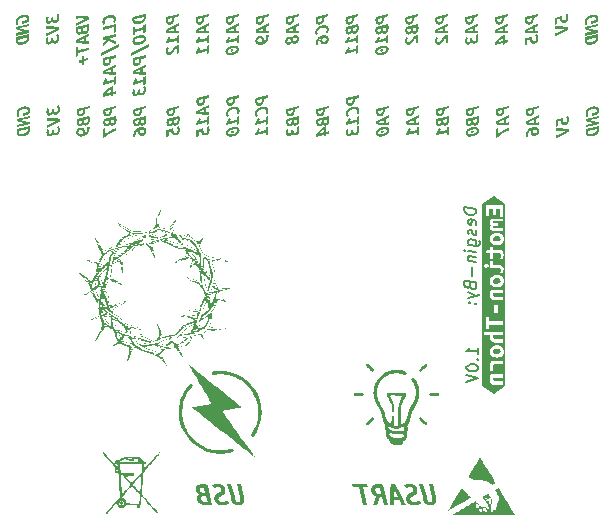
<source format=gbr>
%TF.GenerationSoftware,KiCad,Pcbnew,(7.0.0)*%
%TF.CreationDate,2023-04-20T14:35:00+08:00*%
%TF.ProjectId,Expansion,45787061-6e73-4696-9f6e-2e6b69636164,rev?*%
%TF.SameCoordinates,Original*%
%TF.FileFunction,Legend,Bot*%
%TF.FilePolarity,Positive*%
%FSLAX46Y46*%
G04 Gerber Fmt 4.6, Leading zero omitted, Abs format (unit mm)*
G04 Created by KiCad (PCBNEW (7.0.0)) date 2023-04-20 14:35:00*
%MOMM*%
%LPD*%
G01*
G04 APERTURE LIST*
%ADD10C,0.200000*%
%ADD11C,0.150000*%
G04 APERTURE END LIST*
D10*
G36*
X126076974Y-66958016D02*
G01*
X125705724Y-67047775D01*
X125705724Y-67093571D01*
X125705627Y-67108868D01*
X125705333Y-67124001D01*
X125704844Y-67138969D01*
X125704160Y-67153773D01*
X125703280Y-67168412D01*
X125702204Y-67182886D01*
X125700933Y-67197196D01*
X125699466Y-67211342D01*
X125697803Y-67225322D01*
X125695945Y-67239138D01*
X125693891Y-67252790D01*
X125691642Y-67266277D01*
X125689197Y-67279600D01*
X125686557Y-67292757D01*
X125683721Y-67305751D01*
X125680689Y-67318579D01*
X125679079Y-67324925D01*
X125675702Y-67337452D01*
X125672115Y-67349760D01*
X125668318Y-67361848D01*
X125664310Y-67373717D01*
X125660093Y-67385366D01*
X125653374Y-67402428D01*
X125646183Y-67418997D01*
X125638519Y-67435072D01*
X125630384Y-67450653D01*
X125621775Y-67465740D01*
X125612695Y-67480334D01*
X125603142Y-67494434D01*
X125596506Y-67503542D01*
X125586135Y-67516725D01*
X125575264Y-67529334D01*
X125563895Y-67541369D01*
X125552027Y-67552830D01*
X125539659Y-67563716D01*
X125526793Y-67574028D01*
X125513427Y-67583766D01*
X125499562Y-67592929D01*
X125485198Y-67601519D01*
X125470335Y-67609534D01*
X125465251Y-67612088D01*
X125449661Y-67619265D01*
X125433566Y-67625712D01*
X125416967Y-67631430D01*
X125399863Y-67636417D01*
X125382255Y-67640675D01*
X125370236Y-67643108D01*
X125357993Y-67645216D01*
X125345526Y-67647000D01*
X125332834Y-67648460D01*
X125319918Y-67649595D01*
X125306778Y-67650406D01*
X125293414Y-67650893D01*
X125279826Y-67651055D01*
X125263945Y-67650740D01*
X125248361Y-67649796D01*
X125233072Y-67648221D01*
X125218078Y-67646017D01*
X125203381Y-67643184D01*
X125188979Y-67639721D01*
X125174873Y-67635628D01*
X125161063Y-67630905D01*
X125147558Y-67625481D01*
X125134520Y-67619284D01*
X125121951Y-67612315D01*
X125109848Y-67604573D01*
X125098213Y-67596057D01*
X125087046Y-67586769D01*
X125076346Y-67576709D01*
X125066113Y-67565875D01*
X125063632Y-67563046D01*
X125054062Y-67551247D01*
X125045065Y-67538674D01*
X125036641Y-67525329D01*
X125028789Y-67511211D01*
X125023276Y-67500116D01*
X125018084Y-67488585D01*
X125013215Y-67476621D01*
X125008667Y-67464221D01*
X125004442Y-67451386D01*
X125001817Y-67442616D01*
X124998197Y-67429058D01*
X124994959Y-67415017D01*
X124992101Y-67400493D01*
X124989624Y-67385486D01*
X124987528Y-67369996D01*
X124985814Y-67354023D01*
X124984480Y-67337567D01*
X124983528Y-67320628D01*
X124982956Y-67303206D01*
X124982766Y-67285301D01*
X124982772Y-67281774D01*
X124982915Y-67267336D01*
X124983141Y-67257213D01*
X125158620Y-67257213D01*
X125158778Y-67269706D01*
X125159604Y-67287492D01*
X125161139Y-67304135D01*
X125163382Y-67319635D01*
X125166334Y-67333991D01*
X125169994Y-67347205D01*
X125174363Y-67359275D01*
X125181289Y-67373591D01*
X125189475Y-67385875D01*
X125198920Y-67396127D01*
X125204071Y-67400600D01*
X125215053Y-67408681D01*
X125226940Y-67415607D01*
X125239735Y-67421380D01*
X125253435Y-67425997D01*
X125268042Y-67429461D01*
X125283555Y-67431770D01*
X125295785Y-67432744D01*
X125308524Y-67433068D01*
X125315006Y-67432997D01*
X125327700Y-67432427D01*
X125340036Y-67431287D01*
X125357869Y-67428508D01*
X125374898Y-67424446D01*
X125391121Y-67419102D01*
X125406539Y-67412475D01*
X125421153Y-67404565D01*
X125434961Y-67395373D01*
X125447965Y-67384898D01*
X125460163Y-67373141D01*
X125471557Y-67360101D01*
X125481978Y-67345807D01*
X125491374Y-67330291D01*
X125497068Y-67319266D01*
X125502308Y-67307698D01*
X125507091Y-67295586D01*
X125511419Y-67282930D01*
X125515291Y-67269731D01*
X125518708Y-67255987D01*
X125521669Y-67241700D01*
X125524175Y-67226869D01*
X125526225Y-67211494D01*
X125527819Y-67195575D01*
X125528958Y-67179113D01*
X125529642Y-67162107D01*
X125529870Y-67144556D01*
X125529870Y-67091739D01*
X125164116Y-67176308D01*
X125163890Y-67177845D01*
X125162094Y-67190869D01*
X125160610Y-67203642D01*
X125159536Y-67216608D01*
X125159425Y-67218627D01*
X125158943Y-67230968D01*
X125158693Y-67244003D01*
X125158620Y-67257213D01*
X124983141Y-67257213D01*
X124983249Y-67252374D01*
X124983773Y-67236887D01*
X124984489Y-67220875D01*
X124985151Y-67208522D01*
X124985920Y-67195874D01*
X124986797Y-67182930D01*
X124987780Y-67169692D01*
X124988872Y-67156158D01*
X124989666Y-67146999D01*
X124990974Y-67133117D01*
X124992421Y-67119064D01*
X124994008Y-67104838D01*
X124995734Y-67090441D01*
X124997600Y-67075873D01*
X124999605Y-67061132D01*
X125001750Y-67046220D01*
X125004034Y-67031136D01*
X125006458Y-67015880D01*
X125009022Y-67000453D01*
X126076974Y-66741861D01*
X126076974Y-66958016D01*
G37*
G36*
X126076974Y-67758522D02*
G01*
X126068592Y-67761626D01*
X126056073Y-67766332D01*
X126043619Y-67771097D01*
X126031229Y-67775920D01*
X126018904Y-67780803D01*
X126006643Y-67785745D01*
X125994446Y-67790746D01*
X125982314Y-67795806D01*
X125970246Y-67800924D01*
X125958243Y-67806102D01*
X125946304Y-67811339D01*
X125938380Y-67814844D01*
X125926548Y-67820080D01*
X125914781Y-67825288D01*
X125903078Y-67830469D01*
X125891440Y-67835624D01*
X125879865Y-67840752D01*
X125868356Y-67845853D01*
X125856910Y-67850927D01*
X125845530Y-67855974D01*
X125834213Y-67860995D01*
X125822961Y-67865989D01*
X125822961Y-68175566D01*
X126076974Y-68168545D01*
X126076974Y-68386531D01*
X125919742Y-68386531D01*
X125903305Y-68386291D01*
X125886929Y-68386029D01*
X125870614Y-68385745D01*
X125854360Y-68385439D01*
X125838166Y-68385111D01*
X125822033Y-68384760D01*
X125805961Y-68384388D01*
X125789950Y-68383993D01*
X125774000Y-68383577D01*
X125758110Y-68383138D01*
X125742281Y-68382678D01*
X125726514Y-68382195D01*
X125710807Y-68381690D01*
X125695160Y-68381163D01*
X125679575Y-68380615D01*
X125664050Y-68380044D01*
X125648587Y-68379451D01*
X125633184Y-68378835D01*
X125617842Y-68378198D01*
X125602560Y-68377539D01*
X125587340Y-68376858D01*
X125572180Y-68376155D01*
X125557081Y-68375429D01*
X125542044Y-68374682D01*
X125527066Y-68373912D01*
X125512150Y-68373121D01*
X125497294Y-68372307D01*
X125482500Y-68371471D01*
X125467766Y-68370613D01*
X125453093Y-68369734D01*
X125438481Y-68368832D01*
X125423929Y-68367908D01*
X125409413Y-68366982D01*
X125394943Y-68366037D01*
X125380521Y-68365071D01*
X125366146Y-68364087D01*
X125351818Y-68363082D01*
X125337537Y-68362058D01*
X125323303Y-68361014D01*
X125309116Y-68359951D01*
X125294976Y-68358868D01*
X125280884Y-68357765D01*
X125266838Y-68356642D01*
X125252840Y-68355500D01*
X125238889Y-68354338D01*
X125224985Y-68353157D01*
X125211128Y-68351955D01*
X125197318Y-68350734D01*
X125183555Y-68349494D01*
X125169839Y-68348234D01*
X125156171Y-68346954D01*
X125142549Y-68345654D01*
X125128975Y-68344335D01*
X125115447Y-68342996D01*
X125101967Y-68341637D01*
X125088534Y-68340259D01*
X125075148Y-68338861D01*
X125061809Y-68337443D01*
X125048518Y-68336006D01*
X125035273Y-68334549D01*
X125022075Y-68333072D01*
X125008925Y-68331575D01*
X124995822Y-68330059D01*
X124982766Y-68328524D01*
X124982766Y-68168545D01*
X125189456Y-68168545D01*
X125194764Y-68168776D01*
X125208066Y-68169375D01*
X125221413Y-68170004D01*
X125234804Y-68170663D01*
X125248240Y-68171352D01*
X125261721Y-68172070D01*
X125275246Y-68172819D01*
X125288922Y-68173648D01*
X125303046Y-68174417D01*
X125317616Y-68175126D01*
X125332634Y-68175776D01*
X125344970Y-68176253D01*
X125357592Y-68176692D01*
X125370501Y-68177093D01*
X125373779Y-68177207D01*
X125387181Y-68177643D01*
X125401051Y-68178051D01*
X125415388Y-68178430D01*
X125430193Y-68178781D01*
X125445465Y-68179103D01*
X125461205Y-68179396D01*
X125477412Y-68179661D01*
X125489875Y-68179841D01*
X125498360Y-68179944D01*
X125511423Y-68180060D01*
X125524889Y-68180127D01*
X125538758Y-68180146D01*
X125553028Y-68180116D01*
X125567702Y-68180038D01*
X125582778Y-68179912D01*
X125598256Y-68179738D01*
X125614137Y-68179515D01*
X125630420Y-68179244D01*
X125647106Y-68178925D01*
X125647106Y-67946894D01*
X125635937Y-67951934D01*
X125619520Y-67959360D01*
X125603505Y-67966624D01*
X125587892Y-67973728D01*
X125572682Y-67980671D01*
X125557875Y-67987452D01*
X125543470Y-67994073D01*
X125529467Y-68000533D01*
X125515867Y-68006831D01*
X125502670Y-68012969D01*
X125489875Y-68018946D01*
X125485691Y-68020924D01*
X125473317Y-68026783D01*
X125461205Y-68032530D01*
X125449356Y-68038164D01*
X125437771Y-68043686D01*
X125426448Y-68049094D01*
X125411760Y-68056131D01*
X125397540Y-68062967D01*
X125383787Y-68069602D01*
X125370501Y-68076038D01*
X125360801Y-68080814D01*
X125348143Y-68087082D01*
X125335799Y-68093236D01*
X125323771Y-68099275D01*
X125312057Y-68105200D01*
X125300658Y-68111010D01*
X125289574Y-68116706D01*
X125276162Y-68123665D01*
X125273508Y-68125040D01*
X125260184Y-68131940D01*
X125246770Y-68138886D01*
X125233267Y-68145876D01*
X125222400Y-68151500D01*
X125211476Y-68157153D01*
X125200495Y-68162834D01*
X125189456Y-68168545D01*
X124982766Y-68168545D01*
X124982766Y-68098019D01*
X124996295Y-68089769D01*
X125009941Y-68081506D01*
X125023703Y-68073228D01*
X125037582Y-68064937D01*
X125051577Y-68056632D01*
X125065688Y-68048313D01*
X125079915Y-68039981D01*
X125094259Y-68031635D01*
X125108718Y-68023275D01*
X125123295Y-68014902D01*
X125137987Y-68006514D01*
X125152796Y-67998114D01*
X125167721Y-67989699D01*
X125182762Y-67981271D01*
X125197920Y-67972829D01*
X125213193Y-67964373D01*
X125228584Y-67955903D01*
X125244090Y-67947420D01*
X125259713Y-67938923D01*
X125275451Y-67930413D01*
X125291307Y-67921888D01*
X125307278Y-67913350D01*
X125323366Y-67904798D01*
X125339570Y-67896233D01*
X125355890Y-67887654D01*
X125372327Y-67879061D01*
X125388880Y-67870454D01*
X125405549Y-67861834D01*
X125422334Y-67853200D01*
X125439236Y-67844552D01*
X125456254Y-67835890D01*
X125473388Y-67827215D01*
X125490614Y-67818523D01*
X125507946Y-67809809D01*
X125525383Y-67801075D01*
X125542926Y-67792320D01*
X125560574Y-67783544D01*
X125578328Y-67774747D01*
X125596187Y-67765929D01*
X125614152Y-67757091D01*
X125632223Y-67748231D01*
X125650399Y-67739351D01*
X125668680Y-67730450D01*
X125687067Y-67721528D01*
X125705560Y-67712585D01*
X125724158Y-67703621D01*
X125742862Y-67694636D01*
X125761671Y-67685631D01*
X125780586Y-67676604D01*
X125799606Y-67667557D01*
X125818732Y-67658489D01*
X125837964Y-67649400D01*
X125857301Y-67640290D01*
X125876743Y-67631159D01*
X125896291Y-67622007D01*
X125915945Y-67612835D01*
X125935704Y-67603641D01*
X125955569Y-67594427D01*
X125975539Y-67585192D01*
X125995615Y-67575936D01*
X126015796Y-67566659D01*
X126036083Y-67557361D01*
X126056476Y-67548043D01*
X126076974Y-67538703D01*
X126076974Y-67758522D01*
G37*
G36*
X125901119Y-68807240D02*
G01*
X125265171Y-68958365D01*
X125272780Y-68947067D01*
X125280266Y-68935614D01*
X125287628Y-68924005D01*
X125294867Y-68912240D01*
X125301982Y-68900320D01*
X125308974Y-68888244D01*
X125315842Y-68876012D01*
X125322587Y-68863625D01*
X125329209Y-68851083D01*
X125335707Y-68838384D01*
X125339971Y-68829832D01*
X125346112Y-68817208D01*
X125351942Y-68804981D01*
X125357461Y-68793151D01*
X125362668Y-68781718D01*
X125369127Y-68767092D01*
X125375033Y-68753172D01*
X125380385Y-68739958D01*
X125385184Y-68727450D01*
X125389430Y-68715648D01*
X125212049Y-68664663D01*
X125207941Y-68676593D01*
X125203557Y-68688725D01*
X125198897Y-68701056D01*
X125193959Y-68713588D01*
X125188745Y-68726320D01*
X125183255Y-68739252D01*
X125177487Y-68752385D01*
X125171443Y-68765718D01*
X125165103Y-68779161D01*
X125158601Y-68792623D01*
X125151937Y-68806104D01*
X125145111Y-68819604D01*
X125138122Y-68833124D01*
X125130971Y-68846662D01*
X125123658Y-68860219D01*
X125116183Y-68873796D01*
X125108570Y-68887401D01*
X125100842Y-68900891D01*
X125092999Y-68914268D01*
X125085042Y-68927529D01*
X125076971Y-68940676D01*
X125068785Y-68953709D01*
X125060484Y-68966627D01*
X125052069Y-68979431D01*
X125043573Y-68992010D01*
X125035030Y-69004256D01*
X125026438Y-69016167D01*
X125017799Y-69027745D01*
X125009112Y-69038989D01*
X125000378Y-69049899D01*
X124991595Y-69060475D01*
X124982766Y-69070717D01*
X124982766Y-69241381D01*
X125901119Y-69023394D01*
X125901119Y-69239855D01*
X126076974Y-69197723D01*
X126076974Y-68536435D01*
X125901119Y-68578567D01*
X125901119Y-68807240D01*
G37*
G36*
X124963226Y-69940221D02*
G01*
X124963406Y-69953248D01*
X124963945Y-69965995D01*
X124964844Y-69978464D01*
X124966103Y-69990653D01*
X124968340Y-70006472D01*
X124971216Y-70021794D01*
X124974732Y-70036621D01*
X124978887Y-70050951D01*
X124983681Y-70064785D01*
X124988953Y-70078171D01*
X124994691Y-70091003D01*
X125000898Y-70103282D01*
X125007571Y-70115007D01*
X125014713Y-70126180D01*
X125022321Y-70136798D01*
X125030398Y-70146864D01*
X125038941Y-70156376D01*
X125047886Y-70165335D01*
X125057164Y-70173740D01*
X125066776Y-70181592D01*
X125076723Y-70188891D01*
X125087003Y-70195636D01*
X125097617Y-70201828D01*
X125108565Y-70207467D01*
X125119847Y-70212552D01*
X125131405Y-70217131D01*
X125143183Y-70221100D01*
X125155181Y-70224459D01*
X125167398Y-70227206D01*
X125179834Y-70229344D01*
X125192490Y-70230870D01*
X125205365Y-70231786D01*
X125218460Y-70232091D01*
X125232877Y-70231828D01*
X125247046Y-70231039D01*
X125260969Y-70229725D01*
X125274645Y-70227884D01*
X125288074Y-70225517D01*
X125301257Y-70222624D01*
X125314192Y-70219206D01*
X125326881Y-70215261D01*
X125339323Y-70210791D01*
X125351517Y-70205795D01*
X125359510Y-70202172D01*
X125371277Y-70196398D01*
X125382877Y-70190297D01*
X125394310Y-70183869D01*
X125405578Y-70177113D01*
X125416679Y-70170030D01*
X125427613Y-70162619D01*
X125438381Y-70154881D01*
X125448983Y-70146816D01*
X125459419Y-70138424D01*
X125469688Y-70129704D01*
X125476441Y-70123709D01*
X125486408Y-70114530D01*
X125496273Y-70105083D01*
X125506036Y-70095367D01*
X125515697Y-70085383D01*
X125525256Y-70075131D01*
X125534713Y-70064611D01*
X125544068Y-70053822D01*
X125553321Y-70042765D01*
X125562472Y-70031439D01*
X125571521Y-70019846D01*
X125577497Y-70011967D01*
X125586372Y-70000086D01*
X125595253Y-69988139D01*
X125604140Y-69976129D01*
X125613031Y-69964054D01*
X125621928Y-69951914D01*
X125630831Y-69939711D01*
X125639739Y-69927442D01*
X125648652Y-69915110D01*
X125657570Y-69902713D01*
X125666494Y-69890251D01*
X125672446Y-69881908D01*
X125681304Y-69869330D01*
X125690016Y-69857088D01*
X125698582Y-69845182D01*
X125707003Y-69833613D01*
X125715278Y-69822380D01*
X125723408Y-69811483D01*
X125731393Y-69800923D01*
X125739231Y-69790699D01*
X125746925Y-69780811D01*
X125758192Y-69766610D01*
X125769132Y-69753165D01*
X125779745Y-69740478D01*
X125790030Y-69728547D01*
X125796705Y-69721013D01*
X125806546Y-69710220D01*
X125816375Y-69699936D01*
X125826195Y-69690163D01*
X125836003Y-69680899D01*
X125845801Y-69672145D01*
X125855588Y-69663901D01*
X125865364Y-69656167D01*
X125878382Y-69646648D01*
X125891382Y-69638035D01*
X125901119Y-69632170D01*
X125901119Y-70117602D01*
X126076974Y-70075471D01*
X126076974Y-69370219D01*
X126059636Y-69372397D01*
X126042659Y-69374924D01*
X126026041Y-69377800D01*
X126009783Y-69381024D01*
X125993884Y-69384598D01*
X125978345Y-69388520D01*
X125963165Y-69392791D01*
X125948345Y-69397410D01*
X125933885Y-69402379D01*
X125919784Y-69407697D01*
X125910583Y-69411435D01*
X125897017Y-69417362D01*
X125883682Y-69423578D01*
X125870577Y-69430084D01*
X125857704Y-69436880D01*
X125845061Y-69443966D01*
X125832648Y-69451342D01*
X125820467Y-69459007D01*
X125808516Y-69466962D01*
X125796796Y-69475207D01*
X125785307Y-69483742D01*
X125777776Y-69489593D01*
X125766626Y-69498644D01*
X125755615Y-69507936D01*
X125744744Y-69517470D01*
X125734013Y-69527246D01*
X125723421Y-69537262D01*
X125712968Y-69547521D01*
X125702655Y-69558021D01*
X125692482Y-69568762D01*
X125682448Y-69579745D01*
X125672554Y-69590969D01*
X125666035Y-69598586D01*
X125656295Y-69610257D01*
X125646540Y-69622142D01*
X125636768Y-69634242D01*
X125626980Y-69646557D01*
X125617176Y-69659087D01*
X125607356Y-69671831D01*
X125597520Y-69684789D01*
X125587667Y-69697963D01*
X125577799Y-69711351D01*
X125567914Y-69724953D01*
X125561316Y-69734141D01*
X125550904Y-69748142D01*
X125540733Y-69761751D01*
X125530804Y-69774968D01*
X125521116Y-69787793D01*
X125511670Y-69800227D01*
X125502465Y-69812269D01*
X125493502Y-69823919D01*
X125484780Y-69835178D01*
X125476300Y-69846044D01*
X125468061Y-69856519D01*
X125462703Y-69863285D01*
X125454756Y-69873180D01*
X125446943Y-69882715D01*
X125436734Y-69894870D01*
X125426764Y-69906386D01*
X125417032Y-69917262D01*
X125407539Y-69927500D01*
X125398285Y-69937098D01*
X125389269Y-69946056D01*
X125384850Y-69950296D01*
X125373850Y-69960359D01*
X125362984Y-69969556D01*
X125352252Y-69977890D01*
X125341655Y-69985358D01*
X125331191Y-69991962D01*
X125318812Y-69998746D01*
X125316768Y-69999755D01*
X125304389Y-70005151D01*
X125291752Y-70009430D01*
X125278858Y-70012592D01*
X125265706Y-70014639D01*
X125252296Y-70015569D01*
X125247769Y-70015631D01*
X125232966Y-70014945D01*
X125219087Y-70012888D01*
X125206133Y-70009459D01*
X125194102Y-70004659D01*
X125182996Y-69998488D01*
X125172815Y-69990944D01*
X125169001Y-69987543D01*
X125160381Y-69977901D01*
X125153223Y-69966530D01*
X125147525Y-69953429D01*
X125144019Y-69941703D01*
X125141448Y-69928871D01*
X125139811Y-69914932D01*
X125139110Y-69899886D01*
X125139081Y-69895952D01*
X125139510Y-69880052D01*
X125140798Y-69863952D01*
X125142328Y-69851746D01*
X125144340Y-69839427D01*
X125146836Y-69826995D01*
X125149814Y-69814450D01*
X125153276Y-69801793D01*
X125157220Y-69789023D01*
X125161648Y-69776140D01*
X125166558Y-69763145D01*
X125171862Y-69750172D01*
X125177585Y-69737242D01*
X125183726Y-69724355D01*
X125190286Y-69711511D01*
X125197265Y-69698709D01*
X125204662Y-69685951D01*
X125212477Y-69673235D01*
X125220712Y-69660563D01*
X125229364Y-69647933D01*
X125238436Y-69635347D01*
X125244716Y-69626980D01*
X125100307Y-69556760D01*
X125091456Y-69568235D01*
X125082915Y-69579763D01*
X125074683Y-69591343D01*
X125066762Y-69602975D01*
X125059151Y-69614660D01*
X125051850Y-69626398D01*
X125044859Y-69638188D01*
X125038178Y-69650030D01*
X125031807Y-69661925D01*
X125025747Y-69673872D01*
X125019996Y-69685872D01*
X125014555Y-69697925D01*
X125009425Y-69710029D01*
X125004604Y-69722187D01*
X125000094Y-69734396D01*
X124995894Y-69746659D01*
X124991938Y-69758971D01*
X124988237Y-69771255D01*
X124984792Y-69783510D01*
X124981602Y-69795736D01*
X124978667Y-69807934D01*
X124975987Y-69820103D01*
X124973562Y-69832244D01*
X124971393Y-69844356D01*
X124969479Y-69856439D01*
X124967086Y-69874510D01*
X124965268Y-69892517D01*
X124964024Y-69910460D01*
X124963354Y-69928338D01*
X124963226Y-69940221D01*
G37*
G36*
X156503286Y-66958016D02*
G01*
X156132036Y-67047775D01*
X156132036Y-67093571D01*
X156131939Y-67108868D01*
X156131645Y-67124001D01*
X156131156Y-67138969D01*
X156130472Y-67153773D01*
X156129592Y-67168412D01*
X156128516Y-67182886D01*
X156127245Y-67197196D01*
X156125778Y-67211342D01*
X156124115Y-67225322D01*
X156122257Y-67239138D01*
X156120203Y-67252790D01*
X156117954Y-67266277D01*
X156115509Y-67279600D01*
X156112869Y-67292757D01*
X156110033Y-67305751D01*
X156107001Y-67318579D01*
X156105391Y-67324925D01*
X156102014Y-67337452D01*
X156098427Y-67349760D01*
X156094630Y-67361848D01*
X156090622Y-67373717D01*
X156086405Y-67385366D01*
X156079686Y-67402428D01*
X156072495Y-67418997D01*
X156064831Y-67435072D01*
X156056696Y-67450653D01*
X156048087Y-67465740D01*
X156039007Y-67480334D01*
X156029454Y-67494434D01*
X156022818Y-67503542D01*
X156012447Y-67516725D01*
X156001576Y-67529334D01*
X155990207Y-67541369D01*
X155978339Y-67552830D01*
X155965971Y-67563716D01*
X155953105Y-67574028D01*
X155939739Y-67583766D01*
X155925874Y-67592929D01*
X155911510Y-67601519D01*
X155896647Y-67609534D01*
X155891563Y-67612088D01*
X155875973Y-67619265D01*
X155859878Y-67625712D01*
X155843279Y-67631430D01*
X155826175Y-67636417D01*
X155808567Y-67640675D01*
X155796548Y-67643108D01*
X155784305Y-67645216D01*
X155771838Y-67647000D01*
X155759146Y-67648460D01*
X155746230Y-67649595D01*
X155733090Y-67650406D01*
X155719726Y-67650893D01*
X155706138Y-67651055D01*
X155690257Y-67650740D01*
X155674673Y-67649796D01*
X155659384Y-67648221D01*
X155644390Y-67646017D01*
X155629693Y-67643184D01*
X155615291Y-67639721D01*
X155601185Y-67635628D01*
X155587375Y-67630905D01*
X155573870Y-67625481D01*
X155560832Y-67619284D01*
X155548263Y-67612315D01*
X155536160Y-67604573D01*
X155524525Y-67596057D01*
X155513358Y-67586769D01*
X155502658Y-67576709D01*
X155492425Y-67565875D01*
X155489944Y-67563046D01*
X155480374Y-67551247D01*
X155471377Y-67538674D01*
X155462953Y-67525329D01*
X155455101Y-67511211D01*
X155449588Y-67500116D01*
X155444396Y-67488585D01*
X155439527Y-67476621D01*
X155434979Y-67464221D01*
X155430754Y-67451386D01*
X155428129Y-67442616D01*
X155424509Y-67429058D01*
X155421271Y-67415017D01*
X155418413Y-67400493D01*
X155415936Y-67385486D01*
X155413840Y-67369996D01*
X155412126Y-67354023D01*
X155410792Y-67337567D01*
X155409840Y-67320628D01*
X155409268Y-67303206D01*
X155409078Y-67285301D01*
X155409084Y-67281774D01*
X155409227Y-67267336D01*
X155409453Y-67257213D01*
X155584932Y-67257213D01*
X155585090Y-67269706D01*
X155585916Y-67287492D01*
X155587451Y-67304135D01*
X155589694Y-67319635D01*
X155592646Y-67333991D01*
X155596306Y-67347205D01*
X155600675Y-67359275D01*
X155607601Y-67373591D01*
X155615787Y-67385875D01*
X155625232Y-67396127D01*
X155630383Y-67400600D01*
X155641365Y-67408681D01*
X155653252Y-67415607D01*
X155666047Y-67421380D01*
X155679747Y-67425997D01*
X155694354Y-67429461D01*
X155709867Y-67431770D01*
X155722097Y-67432744D01*
X155734836Y-67433068D01*
X155741318Y-67432997D01*
X155754012Y-67432427D01*
X155766348Y-67431287D01*
X155784181Y-67428508D01*
X155801210Y-67424446D01*
X155817433Y-67419102D01*
X155832851Y-67412475D01*
X155847465Y-67404565D01*
X155861273Y-67395373D01*
X155874277Y-67384898D01*
X155886475Y-67373141D01*
X155897869Y-67360101D01*
X155908290Y-67345807D01*
X155917686Y-67330291D01*
X155923380Y-67319266D01*
X155928620Y-67307698D01*
X155933403Y-67295586D01*
X155937731Y-67282930D01*
X155941603Y-67269731D01*
X155945020Y-67255987D01*
X155947981Y-67241700D01*
X155950487Y-67226869D01*
X155952537Y-67211494D01*
X155954131Y-67195575D01*
X155955270Y-67179113D01*
X155955954Y-67162107D01*
X155956182Y-67144556D01*
X155956182Y-67091739D01*
X155590428Y-67176308D01*
X155590202Y-67177845D01*
X155588406Y-67190869D01*
X155586922Y-67203642D01*
X155585848Y-67216608D01*
X155585737Y-67218627D01*
X155585255Y-67230968D01*
X155585005Y-67244003D01*
X155584932Y-67257213D01*
X155409453Y-67257213D01*
X155409561Y-67252374D01*
X155410085Y-67236887D01*
X155410801Y-67220875D01*
X155411463Y-67208522D01*
X155412232Y-67195874D01*
X155413109Y-67182930D01*
X155414092Y-67169692D01*
X155415184Y-67156158D01*
X155415978Y-67146999D01*
X155417286Y-67133117D01*
X155418733Y-67119064D01*
X155420320Y-67104838D01*
X155422046Y-67090441D01*
X155423912Y-67075873D01*
X155425917Y-67061132D01*
X155428062Y-67046220D01*
X155430346Y-67031136D01*
X155432770Y-67015880D01*
X155435334Y-67000453D01*
X156503286Y-66741861D01*
X156503286Y-66958016D01*
G37*
G36*
X156503286Y-67758522D02*
G01*
X156494904Y-67761626D01*
X156482385Y-67766332D01*
X156469931Y-67771097D01*
X156457541Y-67775920D01*
X156445216Y-67780803D01*
X156432955Y-67785745D01*
X156420758Y-67790746D01*
X156408626Y-67795806D01*
X156396558Y-67800924D01*
X156384555Y-67806102D01*
X156372616Y-67811339D01*
X156364692Y-67814844D01*
X156352860Y-67820080D01*
X156341093Y-67825288D01*
X156329390Y-67830469D01*
X156317752Y-67835624D01*
X156306177Y-67840752D01*
X156294668Y-67845853D01*
X156283222Y-67850927D01*
X156271842Y-67855974D01*
X156260525Y-67860995D01*
X156249273Y-67865989D01*
X156249273Y-68175566D01*
X156503286Y-68168545D01*
X156503286Y-68386531D01*
X156346054Y-68386531D01*
X156329617Y-68386291D01*
X156313241Y-68386029D01*
X156296926Y-68385745D01*
X156280672Y-68385439D01*
X156264478Y-68385111D01*
X156248345Y-68384760D01*
X156232273Y-68384388D01*
X156216262Y-68383993D01*
X156200312Y-68383577D01*
X156184422Y-68383138D01*
X156168593Y-68382678D01*
X156152826Y-68382195D01*
X156137119Y-68381690D01*
X156121472Y-68381163D01*
X156105887Y-68380615D01*
X156090362Y-68380044D01*
X156074899Y-68379451D01*
X156059496Y-68378835D01*
X156044154Y-68378198D01*
X156028872Y-68377539D01*
X156013652Y-68376858D01*
X155998492Y-68376155D01*
X155983393Y-68375429D01*
X155968356Y-68374682D01*
X155953378Y-68373912D01*
X155938462Y-68373121D01*
X155923606Y-68372307D01*
X155908812Y-68371471D01*
X155894078Y-68370613D01*
X155879405Y-68369734D01*
X155864793Y-68368832D01*
X155850241Y-68367908D01*
X155835725Y-68366982D01*
X155821255Y-68366037D01*
X155806833Y-68365071D01*
X155792458Y-68364087D01*
X155778130Y-68363082D01*
X155763849Y-68362058D01*
X155749615Y-68361014D01*
X155735428Y-68359951D01*
X155721288Y-68358868D01*
X155707196Y-68357765D01*
X155693150Y-68356642D01*
X155679152Y-68355500D01*
X155665201Y-68354338D01*
X155651297Y-68353157D01*
X155637440Y-68351955D01*
X155623630Y-68350734D01*
X155609867Y-68349494D01*
X155596151Y-68348234D01*
X155582483Y-68346954D01*
X155568861Y-68345654D01*
X155555287Y-68344335D01*
X155541759Y-68342996D01*
X155528279Y-68341637D01*
X155514846Y-68340259D01*
X155501460Y-68338861D01*
X155488121Y-68337443D01*
X155474830Y-68336006D01*
X155461585Y-68334549D01*
X155448387Y-68333072D01*
X155435237Y-68331575D01*
X155422134Y-68330059D01*
X155409078Y-68328524D01*
X155409078Y-68168545D01*
X155615768Y-68168545D01*
X155621076Y-68168776D01*
X155634378Y-68169375D01*
X155647725Y-68170004D01*
X155661116Y-68170663D01*
X155674552Y-68171352D01*
X155688033Y-68172070D01*
X155701558Y-68172819D01*
X155715234Y-68173648D01*
X155729358Y-68174417D01*
X155743928Y-68175126D01*
X155758946Y-68175776D01*
X155771282Y-68176253D01*
X155783904Y-68176692D01*
X155796813Y-68177093D01*
X155800091Y-68177207D01*
X155813493Y-68177643D01*
X155827363Y-68178051D01*
X155841700Y-68178430D01*
X155856505Y-68178781D01*
X155871777Y-68179103D01*
X155887517Y-68179396D01*
X155903724Y-68179661D01*
X155916187Y-68179841D01*
X155924672Y-68179944D01*
X155937735Y-68180060D01*
X155951201Y-68180127D01*
X155965070Y-68180146D01*
X155979340Y-68180116D01*
X155994014Y-68180038D01*
X156009090Y-68179912D01*
X156024568Y-68179738D01*
X156040449Y-68179515D01*
X156056732Y-68179244D01*
X156073418Y-68178925D01*
X156073418Y-67946894D01*
X156062249Y-67951934D01*
X156045832Y-67959360D01*
X156029817Y-67966624D01*
X156014204Y-67973728D01*
X155998994Y-67980671D01*
X155984187Y-67987452D01*
X155969782Y-67994073D01*
X155955779Y-68000533D01*
X155942179Y-68006831D01*
X155928982Y-68012969D01*
X155916187Y-68018946D01*
X155912003Y-68020924D01*
X155899629Y-68026783D01*
X155887517Y-68032530D01*
X155875668Y-68038164D01*
X155864083Y-68043686D01*
X155852760Y-68049094D01*
X155838072Y-68056131D01*
X155823852Y-68062967D01*
X155810099Y-68069602D01*
X155796813Y-68076038D01*
X155787113Y-68080814D01*
X155774455Y-68087082D01*
X155762111Y-68093236D01*
X155750083Y-68099275D01*
X155738369Y-68105200D01*
X155726970Y-68111010D01*
X155715886Y-68116706D01*
X155702474Y-68123665D01*
X155699820Y-68125040D01*
X155686496Y-68131940D01*
X155673082Y-68138886D01*
X155659579Y-68145876D01*
X155648712Y-68151500D01*
X155637788Y-68157153D01*
X155626807Y-68162834D01*
X155615768Y-68168545D01*
X155409078Y-68168545D01*
X155409078Y-68098019D01*
X155422607Y-68089769D01*
X155436253Y-68081506D01*
X155450015Y-68073228D01*
X155463894Y-68064937D01*
X155477889Y-68056632D01*
X155492000Y-68048313D01*
X155506227Y-68039981D01*
X155520571Y-68031635D01*
X155535030Y-68023275D01*
X155549607Y-68014902D01*
X155564299Y-68006514D01*
X155579108Y-67998114D01*
X155594033Y-67989699D01*
X155609074Y-67981271D01*
X155624232Y-67972829D01*
X155639505Y-67964373D01*
X155654896Y-67955903D01*
X155670402Y-67947420D01*
X155686025Y-67938923D01*
X155701763Y-67930413D01*
X155717619Y-67921888D01*
X155733590Y-67913350D01*
X155749678Y-67904798D01*
X155765882Y-67896233D01*
X155782202Y-67887654D01*
X155798639Y-67879061D01*
X155815192Y-67870454D01*
X155831861Y-67861834D01*
X155848646Y-67853200D01*
X155865548Y-67844552D01*
X155882566Y-67835890D01*
X155899700Y-67827215D01*
X155916926Y-67818523D01*
X155934258Y-67809809D01*
X155951695Y-67801075D01*
X155969238Y-67792320D01*
X155986886Y-67783544D01*
X156004640Y-67774747D01*
X156022499Y-67765929D01*
X156040464Y-67757091D01*
X156058535Y-67748231D01*
X156076711Y-67739351D01*
X156094992Y-67730450D01*
X156113379Y-67721528D01*
X156131872Y-67712585D01*
X156150470Y-67703621D01*
X156169174Y-67694636D01*
X156187983Y-67685631D01*
X156206898Y-67676604D01*
X156225918Y-67667557D01*
X156245044Y-67658489D01*
X156264276Y-67649400D01*
X156283613Y-67640290D01*
X156303055Y-67631159D01*
X156322603Y-67622007D01*
X156342257Y-67612835D01*
X156362016Y-67603641D01*
X156381881Y-67594427D01*
X156401851Y-67585192D01*
X156421927Y-67575936D01*
X156442108Y-67566659D01*
X156462395Y-67557361D01*
X156482788Y-67548043D01*
X156503286Y-67538703D01*
X156503286Y-67758522D01*
G37*
G36*
X156274003Y-68560860D02*
G01*
X156280869Y-68571441D01*
X156287387Y-68582119D01*
X156293556Y-68592893D01*
X156299376Y-68603764D01*
X156304847Y-68614732D01*
X156311600Y-68629506D01*
X156317732Y-68644451D01*
X156323244Y-68659569D01*
X156328136Y-68674858D01*
X156329262Y-68678707D01*
X156333413Y-68694067D01*
X156337010Y-68709313D01*
X156340053Y-68724445D01*
X156342543Y-68739462D01*
X156344480Y-68754365D01*
X156345863Y-68769153D01*
X156346693Y-68783827D01*
X156346970Y-68798386D01*
X156346782Y-68813751D01*
X156346218Y-68828628D01*
X156345277Y-68843017D01*
X156343960Y-68856918D01*
X156342267Y-68870332D01*
X156340197Y-68883258D01*
X156337752Y-68895696D01*
X156334930Y-68907646D01*
X156328157Y-68930084D01*
X156319879Y-68950570D01*
X156310096Y-68969105D01*
X156298808Y-68985689D01*
X156286016Y-69000323D01*
X156271718Y-69013005D01*
X156255914Y-69023736D01*
X156238606Y-69032515D01*
X156219793Y-69039344D01*
X156199475Y-69044222D01*
X156177652Y-69047149D01*
X156154324Y-69048124D01*
X156139558Y-69047311D01*
X156125372Y-69044872D01*
X156111766Y-69040807D01*
X156098739Y-69035115D01*
X156086292Y-69027798D01*
X156074425Y-69018854D01*
X156063137Y-69008285D01*
X156052428Y-68996089D01*
X156042300Y-68982267D01*
X156032751Y-68966819D01*
X156026707Y-68955617D01*
X156020962Y-68943621D01*
X156015558Y-68930682D01*
X156010496Y-68916802D01*
X156005774Y-68901979D01*
X156001394Y-68886214D01*
X155997355Y-68869507D01*
X155993656Y-68851858D01*
X155990299Y-68833267D01*
X155987283Y-68813733D01*
X155984608Y-68793258D01*
X155982274Y-68771840D01*
X155980281Y-68749480D01*
X155978630Y-68726178D01*
X155977319Y-68701934D01*
X155976792Y-68689458D01*
X155976349Y-68676747D01*
X155975993Y-68663801D01*
X155975721Y-68650619D01*
X155957052Y-68656972D01*
X155938445Y-68663284D01*
X155919900Y-68669556D01*
X155901418Y-68675787D01*
X155882997Y-68681978D01*
X155864638Y-68688128D01*
X155846341Y-68694238D01*
X155828107Y-68700307D01*
X155809934Y-68706336D01*
X155791823Y-68712324D01*
X155773775Y-68718271D01*
X155755788Y-68724178D01*
X155737863Y-68730044D01*
X155720001Y-68735870D01*
X155702200Y-68741655D01*
X155684461Y-68747400D01*
X155666785Y-68753083D01*
X155649170Y-68758682D01*
X155631618Y-68764198D01*
X155614127Y-68769630D01*
X155596699Y-68774979D01*
X155579332Y-68780244D01*
X155562027Y-68785426D01*
X155544785Y-68790524D01*
X155527604Y-68795539D01*
X155510486Y-68800470D01*
X155493430Y-68805318D01*
X155476435Y-68810083D01*
X155459503Y-68814764D01*
X155442632Y-68819361D01*
X155425824Y-68823875D01*
X155409078Y-68828306D01*
X155409078Y-69399834D01*
X155584932Y-69357702D01*
X155584932Y-68960197D01*
X155600150Y-68955746D01*
X155615272Y-68951247D01*
X155630299Y-68946701D01*
X155645230Y-68942107D01*
X155660066Y-68937466D01*
X155674806Y-68932777D01*
X155689451Y-68928040D01*
X155704001Y-68923255D01*
X155718121Y-68918499D01*
X155731631Y-68913848D01*
X155744530Y-68909302D01*
X155756818Y-68904860D01*
X155768496Y-68900524D01*
X155782235Y-68895251D01*
X155795019Y-68890143D01*
X155799866Y-68888145D01*
X155801758Y-68906058D01*
X155803998Y-68923504D01*
X155806588Y-68940483D01*
X155809526Y-68956996D01*
X155812813Y-68973041D01*
X155816449Y-68988620D01*
X155820434Y-69003731D01*
X155824767Y-69018376D01*
X155829450Y-69032554D01*
X155834481Y-69046265D01*
X155838029Y-69055146D01*
X155843550Y-69068149D01*
X155849349Y-69080713D01*
X155855428Y-69092836D01*
X155861785Y-69104519D01*
X155868422Y-69115763D01*
X155875338Y-69126566D01*
X155882533Y-69136929D01*
X155890007Y-69146852D01*
X155897760Y-69156334D01*
X155908532Y-69168294D01*
X155911302Y-69171161D01*
X155922651Y-69182253D01*
X155934410Y-69192628D01*
X155946579Y-69202288D01*
X155959158Y-69211232D01*
X155972148Y-69219461D01*
X155985548Y-69226975D01*
X155999358Y-69233772D01*
X156013579Y-69239855D01*
X156028090Y-69245221D01*
X156042773Y-69249872D01*
X156057628Y-69253808D01*
X156072655Y-69257028D01*
X156087853Y-69259532D01*
X156103223Y-69261321D01*
X156118765Y-69262395D01*
X156134479Y-69262752D01*
X156156261Y-69262298D01*
X156177493Y-69260935D01*
X156198174Y-69258663D01*
X156218304Y-69255482D01*
X156237882Y-69251393D01*
X156256910Y-69246395D01*
X156275387Y-69240488D01*
X156293313Y-69233672D01*
X156310688Y-69225948D01*
X156327512Y-69217315D01*
X156343785Y-69207773D01*
X156359507Y-69197322D01*
X156374678Y-69185963D01*
X156389298Y-69173694D01*
X156403367Y-69160518D01*
X156416885Y-69146432D01*
X156429713Y-69131497D01*
X156441714Y-69115696D01*
X156452888Y-69099030D01*
X156463233Y-69081498D01*
X156472752Y-69063099D01*
X156481442Y-69043836D01*
X156489305Y-69023706D01*
X156496340Y-69002710D01*
X156502547Y-68980849D01*
X156507927Y-68958122D01*
X156512479Y-68934528D01*
X156514445Y-68922407D01*
X156516204Y-68910070D01*
X156517756Y-68897515D01*
X156519100Y-68884745D01*
X156520238Y-68871758D01*
X156521170Y-68858554D01*
X156521894Y-68845134D01*
X156522411Y-68831498D01*
X156522721Y-68817645D01*
X156522825Y-68803576D01*
X156522669Y-68787790D01*
X156522202Y-68772031D01*
X156521424Y-68756298D01*
X156520335Y-68740593D01*
X156518934Y-68724914D01*
X156517222Y-68709262D01*
X156515199Y-68693637D01*
X156512864Y-68678039D01*
X156510219Y-68662468D01*
X156507262Y-68646923D01*
X156505117Y-68636575D01*
X156501612Y-68621139D01*
X156497736Y-68605860D01*
X156493490Y-68590736D01*
X156488874Y-68575767D01*
X156483888Y-68560954D01*
X156478531Y-68546297D01*
X156472804Y-68531795D01*
X156466706Y-68517449D01*
X156460239Y-68503259D01*
X156453401Y-68489224D01*
X156448636Y-68479954D01*
X156274003Y-68560860D01*
G37*
G36*
X120793026Y-74723016D02*
G01*
X120421776Y-74812775D01*
X120421776Y-74858571D01*
X120421679Y-74873868D01*
X120421385Y-74889001D01*
X120420896Y-74903969D01*
X120420212Y-74918773D01*
X120419332Y-74933412D01*
X120418256Y-74947886D01*
X120416985Y-74962196D01*
X120415518Y-74976342D01*
X120413855Y-74990322D01*
X120411997Y-75004138D01*
X120409943Y-75017790D01*
X120407694Y-75031277D01*
X120405249Y-75044600D01*
X120402609Y-75057757D01*
X120399773Y-75070751D01*
X120396741Y-75083579D01*
X120395131Y-75089925D01*
X120391754Y-75102452D01*
X120388167Y-75114760D01*
X120384370Y-75126848D01*
X120380362Y-75138717D01*
X120376145Y-75150366D01*
X120369426Y-75167428D01*
X120362235Y-75183997D01*
X120354571Y-75200072D01*
X120346436Y-75215653D01*
X120337827Y-75230740D01*
X120328747Y-75245334D01*
X120319194Y-75259434D01*
X120312558Y-75268542D01*
X120302187Y-75281725D01*
X120291316Y-75294334D01*
X120279947Y-75306369D01*
X120268079Y-75317830D01*
X120255711Y-75328716D01*
X120242845Y-75339028D01*
X120229479Y-75348766D01*
X120215614Y-75357929D01*
X120201250Y-75366519D01*
X120186387Y-75374534D01*
X120181303Y-75377088D01*
X120165713Y-75384265D01*
X120149618Y-75390712D01*
X120133019Y-75396430D01*
X120115915Y-75401417D01*
X120098307Y-75405675D01*
X120086288Y-75408108D01*
X120074045Y-75410216D01*
X120061578Y-75412000D01*
X120048886Y-75413460D01*
X120035970Y-75414595D01*
X120022830Y-75415406D01*
X120009466Y-75415893D01*
X119995878Y-75416055D01*
X119979997Y-75415740D01*
X119964413Y-75414796D01*
X119949124Y-75413221D01*
X119934130Y-75411017D01*
X119919433Y-75408184D01*
X119905031Y-75404721D01*
X119890925Y-75400628D01*
X119877115Y-75395905D01*
X119863610Y-75390481D01*
X119850572Y-75384284D01*
X119838003Y-75377315D01*
X119825900Y-75369573D01*
X119814265Y-75361057D01*
X119803098Y-75351769D01*
X119792398Y-75341709D01*
X119782165Y-75330875D01*
X119779684Y-75328046D01*
X119770114Y-75316247D01*
X119761117Y-75303674D01*
X119752693Y-75290329D01*
X119744841Y-75276211D01*
X119739328Y-75265116D01*
X119734136Y-75253585D01*
X119729267Y-75241621D01*
X119724719Y-75229221D01*
X119720494Y-75216386D01*
X119717869Y-75207616D01*
X119714249Y-75194058D01*
X119711011Y-75180017D01*
X119708153Y-75165493D01*
X119705676Y-75150486D01*
X119703580Y-75134996D01*
X119701866Y-75119023D01*
X119700532Y-75102567D01*
X119699580Y-75085628D01*
X119699008Y-75068206D01*
X119698818Y-75050301D01*
X119698824Y-75046774D01*
X119698967Y-75032336D01*
X119699193Y-75022213D01*
X119874672Y-75022213D01*
X119874830Y-75034706D01*
X119875656Y-75052492D01*
X119877191Y-75069135D01*
X119879434Y-75084635D01*
X119882386Y-75098991D01*
X119886046Y-75112205D01*
X119890415Y-75124275D01*
X119897341Y-75138591D01*
X119905527Y-75150875D01*
X119914972Y-75161127D01*
X119920123Y-75165600D01*
X119931105Y-75173681D01*
X119942992Y-75180607D01*
X119955787Y-75186380D01*
X119969487Y-75190997D01*
X119984094Y-75194461D01*
X119999607Y-75196770D01*
X120011837Y-75197744D01*
X120024576Y-75198068D01*
X120031058Y-75197997D01*
X120043752Y-75197427D01*
X120056088Y-75196287D01*
X120073921Y-75193508D01*
X120090950Y-75189446D01*
X120107173Y-75184102D01*
X120122591Y-75177475D01*
X120137205Y-75169565D01*
X120151013Y-75160373D01*
X120164017Y-75149898D01*
X120176215Y-75138141D01*
X120187609Y-75125101D01*
X120198030Y-75110807D01*
X120207426Y-75095291D01*
X120213120Y-75084266D01*
X120218360Y-75072698D01*
X120223143Y-75060586D01*
X120227471Y-75047930D01*
X120231343Y-75034731D01*
X120234760Y-75020987D01*
X120237721Y-75006700D01*
X120240227Y-74991869D01*
X120242277Y-74976494D01*
X120243871Y-74960575D01*
X120245010Y-74944113D01*
X120245694Y-74927107D01*
X120245922Y-74909556D01*
X120245922Y-74856739D01*
X119880168Y-74941308D01*
X119879942Y-74942845D01*
X119878146Y-74955869D01*
X119876662Y-74968642D01*
X119875588Y-74981608D01*
X119875477Y-74983627D01*
X119874995Y-74995968D01*
X119874745Y-75009003D01*
X119874672Y-75022213D01*
X119699193Y-75022213D01*
X119699301Y-75017374D01*
X119699825Y-75001887D01*
X119700541Y-74985875D01*
X119701203Y-74973522D01*
X119701972Y-74960874D01*
X119702849Y-74947930D01*
X119703832Y-74934692D01*
X119704924Y-74921158D01*
X119705718Y-74911999D01*
X119707026Y-74898117D01*
X119708473Y-74884064D01*
X119710060Y-74869838D01*
X119711786Y-74855441D01*
X119713652Y-74840873D01*
X119715657Y-74826132D01*
X119717802Y-74811220D01*
X119720086Y-74796136D01*
X119722510Y-74780880D01*
X119725074Y-74765453D01*
X120793026Y-74506861D01*
X120793026Y-74723016D01*
G37*
G36*
X120778237Y-75391526D02*
G01*
X120781944Y-75404656D01*
X120785393Y-75418345D01*
X120788584Y-75432591D01*
X120791047Y-75444890D01*
X120793331Y-75457576D01*
X120794198Y-75462762D01*
X120796271Y-75475683D01*
X120798211Y-75488545D01*
X120800016Y-75501348D01*
X120801687Y-75514091D01*
X120803224Y-75526774D01*
X120804627Y-75539398D01*
X120805657Y-75549477D01*
X120806838Y-75561876D01*
X120807900Y-75574051D01*
X120809016Y-75588365D01*
X120809960Y-75602358D01*
X120810733Y-75616029D01*
X120811162Y-75624883D01*
X120811699Y-75637591D01*
X120812162Y-75651549D01*
X120812450Y-75664572D01*
X120812565Y-75678311D01*
X120812459Y-75694034D01*
X120812140Y-75709528D01*
X120811610Y-75724793D01*
X120810867Y-75739829D01*
X120809911Y-75754637D01*
X120808744Y-75769215D01*
X120807364Y-75783564D01*
X120805772Y-75797684D01*
X120803968Y-75811576D01*
X120801951Y-75825238D01*
X120799722Y-75838671D01*
X120797281Y-75851876D01*
X120794627Y-75864851D01*
X120791761Y-75877598D01*
X120788683Y-75890115D01*
X120785393Y-75902404D01*
X120783674Y-75908479D01*
X120780116Y-75920443D01*
X120776395Y-75932159D01*
X120770509Y-75949268D01*
X120764259Y-75965818D01*
X120757644Y-75981811D01*
X120750663Y-75997246D01*
X120743318Y-76012122D01*
X120735608Y-76026440D01*
X120727533Y-76040200D01*
X120719093Y-76053402D01*
X120710288Y-76066046D01*
X120704181Y-76074162D01*
X120694729Y-76085857D01*
X120684929Y-76096977D01*
X120674780Y-76107524D01*
X120664282Y-76117496D01*
X120653435Y-76126894D01*
X120642239Y-76135717D01*
X120630694Y-76143967D01*
X120618801Y-76151642D01*
X120606559Y-76158743D01*
X120593968Y-76165270D01*
X120585358Y-76169337D01*
X120572216Y-76174945D01*
X120558800Y-76179963D01*
X120545111Y-76184390D01*
X120531148Y-76188227D01*
X120516911Y-76191474D01*
X120502400Y-76194131D01*
X120487616Y-76196197D01*
X120472558Y-76197673D01*
X120457226Y-76198558D01*
X120441621Y-76198853D01*
X120432103Y-76198722D01*
X120418197Y-76198033D01*
X120404737Y-76196754D01*
X120391722Y-76194885D01*
X120379152Y-76192425D01*
X120367028Y-76189375D01*
X120355349Y-76185735D01*
X120340470Y-76179963D01*
X120326383Y-76173141D01*
X120313088Y-76165270D01*
X120303559Y-76158673D01*
X120291304Y-76148768D01*
X120279564Y-76137593D01*
X120271097Y-76128379D01*
X120262920Y-76118452D01*
X120255033Y-76107811D01*
X120247436Y-76096456D01*
X120240128Y-76084387D01*
X120233110Y-76071605D01*
X120226382Y-76058108D01*
X120220772Y-76071919D01*
X120214933Y-76085185D01*
X120208865Y-76097908D01*
X120202568Y-76110086D01*
X120196043Y-76121721D01*
X120189288Y-76132812D01*
X120182304Y-76143360D01*
X120171399Y-76158161D01*
X120159979Y-76171739D01*
X120148043Y-76184093D01*
X120135592Y-76195223D01*
X120122627Y-76205130D01*
X120109146Y-76213813D01*
X120099963Y-76219026D01*
X120086099Y-76226215D01*
X120072127Y-76232647D01*
X120058049Y-76238322D01*
X120043863Y-76243240D01*
X120029570Y-76247402D01*
X120015169Y-76250807D01*
X120000661Y-76253456D01*
X119986046Y-76255348D01*
X119971324Y-76256483D01*
X119956494Y-76256861D01*
X119952202Y-76256837D01*
X119939568Y-76256475D01*
X119923292Y-76255315D01*
X119907664Y-76253383D01*
X119892685Y-76250679D01*
X119878355Y-76247201D01*
X119864674Y-76242951D01*
X119851641Y-76237927D01*
X119839257Y-76232131D01*
X119827384Y-76225720D01*
X119816035Y-76218698D01*
X119805211Y-76211065D01*
X119794912Y-76202822D01*
X119785137Y-76193968D01*
X119775888Y-76184504D01*
X119767163Y-76174429D01*
X119758962Y-76163743D01*
X119751230Y-76152476D01*
X119744060Y-76140655D01*
X119737453Y-76128280D01*
X119731409Y-76115353D01*
X119725928Y-76101872D01*
X119721009Y-76087837D01*
X119716654Y-76073250D01*
X119712862Y-76058108D01*
X119711997Y-76054259D01*
X119708816Y-76038581D01*
X119706717Y-76026529D01*
X119704866Y-76014224D01*
X119703261Y-76001667D01*
X119701903Y-75988857D01*
X119700792Y-75975796D01*
X119699928Y-75962482D01*
X119699311Y-75948916D01*
X119698941Y-75935098D01*
X119698818Y-75921027D01*
X119698882Y-75910766D01*
X119698987Y-75905151D01*
X119874672Y-75905151D01*
X119874764Y-75913620D01*
X119875499Y-75929849D01*
X119876968Y-75945133D01*
X119879172Y-75959473D01*
X119882111Y-75972868D01*
X119885784Y-75985319D01*
X119891408Y-75999554D01*
X119898181Y-76012313D01*
X119904597Y-76021400D01*
X119914133Y-76031056D01*
X119925354Y-76038818D01*
X119938259Y-76044687D01*
X119952849Y-76048663D01*
X119965734Y-76050481D01*
X119979697Y-76051086D01*
X119982621Y-76051066D01*
X119996824Y-76050346D01*
X120010325Y-76048597D01*
X120023126Y-76045820D01*
X120035227Y-76042014D01*
X120046626Y-76037180D01*
X120059381Y-76030020D01*
X120063416Y-76027338D01*
X120074932Y-76018705D01*
X120085569Y-76009192D01*
X120095326Y-75998798D01*
X120104202Y-75987525D01*
X120112199Y-75975371D01*
X120113428Y-75973283D01*
X120120325Y-75960388D01*
X120125451Y-75949167D01*
X120130009Y-75937514D01*
X120134002Y-75925429D01*
X120137427Y-75912911D01*
X120140286Y-75899961D01*
X120141248Y-75894687D01*
X120143379Y-75881441D01*
X120145124Y-75868105D01*
X120146480Y-75854679D01*
X120147449Y-75841164D01*
X120148031Y-75827559D01*
X120148177Y-75817224D01*
X120324079Y-75817224D01*
X120324291Y-75831171D01*
X120324927Y-75844619D01*
X120325987Y-75857568D01*
X120327471Y-75870018D01*
X120330109Y-75885841D01*
X120333501Y-75900777D01*
X120337646Y-75914826D01*
X120342545Y-75927987D01*
X120348198Y-75940261D01*
X120351398Y-75946029D01*
X120358906Y-75956447D01*
X120367894Y-75965377D01*
X120378360Y-75972819D01*
X120390305Y-75978772D01*
X120403729Y-75983237D01*
X120418632Y-75986214D01*
X120430779Y-75987470D01*
X120443758Y-75987889D01*
X120447307Y-75987864D01*
X120461122Y-75987285D01*
X120474327Y-75985932D01*
X120486921Y-75983807D01*
X120498904Y-75980909D01*
X120513024Y-75976200D01*
X120526190Y-75970283D01*
X120538402Y-75963159D01*
X120543033Y-75960063D01*
X120554057Y-75951947D01*
X120564291Y-75943295D01*
X120573735Y-75934106D01*
X120582389Y-75924381D01*
X120590252Y-75914118D01*
X120597326Y-75903319D01*
X120599950Y-75898910D01*
X120606091Y-75887711D01*
X120611637Y-75876257D01*
X120616586Y-75864550D01*
X120620939Y-75852590D01*
X120624696Y-75840377D01*
X120627856Y-75827909D01*
X120628928Y-75822905D01*
X120631306Y-75810687D01*
X120633589Y-75796577D01*
X120635249Y-75783067D01*
X120636286Y-75770158D01*
X120636710Y-75755858D01*
X120636694Y-75747730D01*
X120636596Y-75734696D01*
X120636408Y-75722304D01*
X120636064Y-75708279D01*
X120635592Y-75695177D01*
X120634878Y-75681058D01*
X120634138Y-75669903D01*
X120632983Y-75656298D01*
X120631638Y-75644143D01*
X120629688Y-75630989D01*
X120324079Y-75703040D01*
X120324079Y-75817224D01*
X120148177Y-75817224D01*
X120148224Y-75813866D01*
X120148224Y-75747004D01*
X119880168Y-75806844D01*
X119879090Y-75813003D01*
X119877337Y-75826217D01*
X119876218Y-75839129D01*
X119875588Y-75851418D01*
X119875188Y-75864393D01*
X119874901Y-75877674D01*
X119874730Y-75891260D01*
X119874672Y-75905151D01*
X119698987Y-75905151D01*
X119699120Y-75898035D01*
X119699533Y-75884486D01*
X119700027Y-75872221D01*
X119700649Y-75859356D01*
X119700889Y-75854956D01*
X119701737Y-75841629D01*
X119702778Y-75828109D01*
X119704012Y-75814395D01*
X119705440Y-75800488D01*
X119707061Y-75786388D01*
X119708441Y-75774513D01*
X119710216Y-75760145D01*
X119712119Y-75745647D01*
X119713804Y-75733468D01*
X119715578Y-75721199D01*
X119717441Y-75708841D01*
X119718610Y-75701494D01*
X119720666Y-75689416D01*
X119723310Y-75675198D01*
X119726147Y-75661281D01*
X119729177Y-75647664D01*
X119732401Y-75634347D01*
X120775623Y-75383082D01*
X120778237Y-75391526D01*
G37*
G36*
X120793026Y-76396385D02*
G01*
X120778031Y-76400459D01*
X120762967Y-76404742D01*
X120747835Y-76409236D01*
X120732633Y-76413940D01*
X120717361Y-76418853D01*
X120702021Y-76423977D01*
X120686612Y-76429310D01*
X120671133Y-76434853D01*
X120655585Y-76440606D01*
X120639968Y-76446569D01*
X120624282Y-76452742D01*
X120608527Y-76459125D01*
X120592702Y-76465717D01*
X120576809Y-76472520D01*
X120560846Y-76479532D01*
X120544814Y-76486755D01*
X120528734Y-76494171D01*
X120512704Y-76501691D01*
X120496725Y-76509312D01*
X120480795Y-76517037D01*
X120464916Y-76524864D01*
X120449087Y-76532793D01*
X120433308Y-76540825D01*
X120417578Y-76548960D01*
X120401899Y-76557197D01*
X120386271Y-76565537D01*
X120370692Y-76573980D01*
X120355163Y-76582524D01*
X120339684Y-76591172D01*
X120324256Y-76599922D01*
X120308877Y-76608775D01*
X120293549Y-76617730D01*
X120278302Y-76626767D01*
X120263166Y-76635867D01*
X120248143Y-76645028D01*
X120233232Y-76654252D01*
X120218433Y-76663537D01*
X120203747Y-76672885D01*
X120189172Y-76682294D01*
X120174709Y-76691766D01*
X120160359Y-76701299D01*
X120146121Y-76710895D01*
X120131994Y-76720553D01*
X120117980Y-76730272D01*
X120104078Y-76740054D01*
X120090288Y-76749898D01*
X120076610Y-76759803D01*
X120063045Y-76769771D01*
X120049644Y-76779753D01*
X120036459Y-76789702D01*
X120023492Y-76799617D01*
X120010742Y-76809499D01*
X119998209Y-76819347D01*
X119985894Y-76829162D01*
X119973795Y-76838944D01*
X119961913Y-76848692D01*
X119950248Y-76858407D01*
X119938800Y-76868088D01*
X119927570Y-76877736D01*
X119916556Y-76887351D01*
X119905760Y-76896932D01*
X119895180Y-76906480D01*
X119884818Y-76915995D01*
X119874672Y-76925476D01*
X119874672Y-76431495D01*
X119698818Y-76475458D01*
X119698818Y-77233222D01*
X119848416Y-77194754D01*
X119858548Y-77183013D01*
X119869479Y-77170918D01*
X119881209Y-77158469D01*
X119893740Y-77145666D01*
X119902537Y-77136934D01*
X119911690Y-77128045D01*
X119921199Y-77118998D01*
X119931063Y-77109793D01*
X119941282Y-77100431D01*
X119951857Y-77090912D01*
X119962787Y-77081235D01*
X119974073Y-77071401D01*
X119985713Y-77061410D01*
X119997710Y-77051261D01*
X120009962Y-77041030D01*
X120022449Y-77030791D01*
X120035169Y-77020546D01*
X120048123Y-77010293D01*
X120061311Y-77000033D01*
X120074732Y-76989766D01*
X120088387Y-76979492D01*
X120102276Y-76969211D01*
X120116399Y-76958922D01*
X120130755Y-76948626D01*
X120145345Y-76938324D01*
X120160169Y-76928014D01*
X120175227Y-76917696D01*
X120190518Y-76907372D01*
X120206044Y-76897041D01*
X120221803Y-76886702D01*
X120237718Y-76876438D01*
X120253788Y-76866252D01*
X120270013Y-76856144D01*
X120286393Y-76846116D01*
X120302929Y-76836166D01*
X120319619Y-76826295D01*
X120336464Y-76816503D01*
X120353465Y-76806789D01*
X120370620Y-76797154D01*
X120387931Y-76787598D01*
X120405396Y-76778120D01*
X120423017Y-76768721D01*
X120440792Y-76759401D01*
X120458723Y-76750160D01*
X120476809Y-76740997D01*
X120495049Y-76731913D01*
X120513351Y-76723024D01*
X120531695Y-76714368D01*
X120550083Y-76705946D01*
X120568513Y-76697757D01*
X120586986Y-76689803D01*
X120605502Y-76682082D01*
X120624061Y-76674595D01*
X120642663Y-76667342D01*
X120661308Y-76660322D01*
X120679996Y-76653536D01*
X120698727Y-76646984D01*
X120717501Y-76640666D01*
X120736318Y-76634581D01*
X120755177Y-76628730D01*
X120774080Y-76623113D01*
X120793026Y-76617730D01*
X120793026Y-76396385D01*
G37*
G36*
X126135130Y-74723016D02*
G01*
X125763880Y-74812775D01*
X125763880Y-74858571D01*
X125763783Y-74873868D01*
X125763489Y-74889001D01*
X125763000Y-74903969D01*
X125762316Y-74918773D01*
X125761436Y-74933412D01*
X125760360Y-74947886D01*
X125759089Y-74962196D01*
X125757622Y-74976342D01*
X125755959Y-74990322D01*
X125754101Y-75004138D01*
X125752047Y-75017790D01*
X125749798Y-75031277D01*
X125747353Y-75044600D01*
X125744713Y-75057757D01*
X125741877Y-75070751D01*
X125738845Y-75083579D01*
X125737235Y-75089925D01*
X125733858Y-75102452D01*
X125730271Y-75114760D01*
X125726474Y-75126848D01*
X125722466Y-75138717D01*
X125718249Y-75150366D01*
X125711530Y-75167428D01*
X125704339Y-75183997D01*
X125696675Y-75200072D01*
X125688540Y-75215653D01*
X125679931Y-75230740D01*
X125670851Y-75245334D01*
X125661298Y-75259434D01*
X125654662Y-75268542D01*
X125644291Y-75281725D01*
X125633420Y-75294334D01*
X125622051Y-75306369D01*
X125610183Y-75317830D01*
X125597815Y-75328716D01*
X125584949Y-75339028D01*
X125571583Y-75348766D01*
X125557718Y-75357929D01*
X125543354Y-75366519D01*
X125528491Y-75374534D01*
X125523407Y-75377088D01*
X125507817Y-75384265D01*
X125491722Y-75390712D01*
X125475123Y-75396430D01*
X125458019Y-75401417D01*
X125440411Y-75405675D01*
X125428392Y-75408108D01*
X125416149Y-75410216D01*
X125403682Y-75412000D01*
X125390990Y-75413460D01*
X125378074Y-75414595D01*
X125364934Y-75415406D01*
X125351570Y-75415893D01*
X125337982Y-75416055D01*
X125322101Y-75415740D01*
X125306517Y-75414796D01*
X125291228Y-75413221D01*
X125276234Y-75411017D01*
X125261537Y-75408184D01*
X125247135Y-75404721D01*
X125233029Y-75400628D01*
X125219219Y-75395905D01*
X125205714Y-75390481D01*
X125192676Y-75384284D01*
X125180107Y-75377315D01*
X125168004Y-75369573D01*
X125156369Y-75361057D01*
X125145202Y-75351769D01*
X125134502Y-75341709D01*
X125124269Y-75330875D01*
X125121788Y-75328046D01*
X125112218Y-75316247D01*
X125103221Y-75303674D01*
X125094797Y-75290329D01*
X125086945Y-75276211D01*
X125081432Y-75265116D01*
X125076240Y-75253585D01*
X125071371Y-75241621D01*
X125066823Y-75229221D01*
X125062598Y-75216386D01*
X125059973Y-75207616D01*
X125056353Y-75194058D01*
X125053115Y-75180017D01*
X125050257Y-75165493D01*
X125047780Y-75150486D01*
X125045684Y-75134996D01*
X125043970Y-75119023D01*
X125042636Y-75102567D01*
X125041684Y-75085628D01*
X125041112Y-75068206D01*
X125040922Y-75050301D01*
X125040928Y-75046774D01*
X125041071Y-75032336D01*
X125041297Y-75022213D01*
X125216776Y-75022213D01*
X125216934Y-75034706D01*
X125217760Y-75052492D01*
X125219295Y-75069135D01*
X125221538Y-75084635D01*
X125224490Y-75098991D01*
X125228150Y-75112205D01*
X125232519Y-75124275D01*
X125239445Y-75138591D01*
X125247631Y-75150875D01*
X125257076Y-75161127D01*
X125262227Y-75165600D01*
X125273209Y-75173681D01*
X125285096Y-75180607D01*
X125297891Y-75186380D01*
X125311591Y-75190997D01*
X125326198Y-75194461D01*
X125341711Y-75196770D01*
X125353941Y-75197744D01*
X125366680Y-75198068D01*
X125373162Y-75197997D01*
X125385856Y-75197427D01*
X125398192Y-75196287D01*
X125416025Y-75193508D01*
X125433054Y-75189446D01*
X125449277Y-75184102D01*
X125464695Y-75177475D01*
X125479309Y-75169565D01*
X125493117Y-75160373D01*
X125506121Y-75149898D01*
X125518319Y-75138141D01*
X125529713Y-75125101D01*
X125540134Y-75110807D01*
X125549530Y-75095291D01*
X125555224Y-75084266D01*
X125560464Y-75072698D01*
X125565247Y-75060586D01*
X125569575Y-75047930D01*
X125573447Y-75034731D01*
X125576864Y-75020987D01*
X125579825Y-75006700D01*
X125582331Y-74991869D01*
X125584381Y-74976494D01*
X125585975Y-74960575D01*
X125587114Y-74944113D01*
X125587798Y-74927107D01*
X125588026Y-74909556D01*
X125588026Y-74856739D01*
X125222272Y-74941308D01*
X125222046Y-74942845D01*
X125220250Y-74955869D01*
X125218766Y-74968642D01*
X125217692Y-74981608D01*
X125217581Y-74983627D01*
X125217099Y-74995968D01*
X125216849Y-75009003D01*
X125216776Y-75022213D01*
X125041297Y-75022213D01*
X125041405Y-75017374D01*
X125041929Y-75001887D01*
X125042645Y-74985875D01*
X125043307Y-74973522D01*
X125044076Y-74960874D01*
X125044953Y-74947930D01*
X125045936Y-74934692D01*
X125047028Y-74921158D01*
X125047822Y-74911999D01*
X125049130Y-74898117D01*
X125050577Y-74884064D01*
X125052164Y-74869838D01*
X125053890Y-74855441D01*
X125055756Y-74840873D01*
X125057761Y-74826132D01*
X125059906Y-74811220D01*
X125062190Y-74796136D01*
X125064614Y-74780880D01*
X125067178Y-74765453D01*
X126135130Y-74506861D01*
X126135130Y-74723016D01*
G37*
G36*
X126120341Y-75391526D02*
G01*
X126124048Y-75404656D01*
X126127497Y-75418345D01*
X126130688Y-75432591D01*
X126133151Y-75444890D01*
X126135435Y-75457576D01*
X126136302Y-75462762D01*
X126138375Y-75475683D01*
X126140315Y-75488545D01*
X126142120Y-75501348D01*
X126143791Y-75514091D01*
X126145328Y-75526774D01*
X126146731Y-75539398D01*
X126147761Y-75549477D01*
X126148942Y-75561876D01*
X126150004Y-75574051D01*
X126151120Y-75588365D01*
X126152064Y-75602358D01*
X126152837Y-75616029D01*
X126153266Y-75624883D01*
X126153803Y-75637591D01*
X126154266Y-75651549D01*
X126154554Y-75664572D01*
X126154669Y-75678311D01*
X126154563Y-75694034D01*
X126154244Y-75709528D01*
X126153714Y-75724793D01*
X126152971Y-75739829D01*
X126152015Y-75754637D01*
X126150848Y-75769215D01*
X126149468Y-75783564D01*
X126147876Y-75797684D01*
X126146072Y-75811576D01*
X126144055Y-75825238D01*
X126141826Y-75838671D01*
X126139385Y-75851876D01*
X126136731Y-75864851D01*
X126133865Y-75877598D01*
X126130787Y-75890115D01*
X126127497Y-75902404D01*
X126125778Y-75908479D01*
X126122220Y-75920443D01*
X126118499Y-75932159D01*
X126112613Y-75949268D01*
X126106363Y-75965818D01*
X126099748Y-75981811D01*
X126092767Y-75997246D01*
X126085422Y-76012122D01*
X126077712Y-76026440D01*
X126069637Y-76040200D01*
X126061197Y-76053402D01*
X126052392Y-76066046D01*
X126046285Y-76074162D01*
X126036833Y-76085857D01*
X126027033Y-76096977D01*
X126016884Y-76107524D01*
X126006386Y-76117496D01*
X125995539Y-76126894D01*
X125984343Y-76135717D01*
X125972798Y-76143967D01*
X125960905Y-76151642D01*
X125948663Y-76158743D01*
X125936072Y-76165270D01*
X125927462Y-76169337D01*
X125914320Y-76174945D01*
X125900904Y-76179963D01*
X125887215Y-76184390D01*
X125873252Y-76188227D01*
X125859015Y-76191474D01*
X125844504Y-76194131D01*
X125829720Y-76196197D01*
X125814662Y-76197673D01*
X125799330Y-76198558D01*
X125783725Y-76198853D01*
X125774207Y-76198722D01*
X125760301Y-76198033D01*
X125746841Y-76196754D01*
X125733826Y-76194885D01*
X125721256Y-76192425D01*
X125709132Y-76189375D01*
X125697453Y-76185735D01*
X125682574Y-76179963D01*
X125668487Y-76173141D01*
X125655192Y-76165270D01*
X125645663Y-76158673D01*
X125633408Y-76148768D01*
X125621668Y-76137593D01*
X125613201Y-76128379D01*
X125605024Y-76118452D01*
X125597137Y-76107811D01*
X125589540Y-76096456D01*
X125582232Y-76084387D01*
X125575214Y-76071605D01*
X125568486Y-76058108D01*
X125562876Y-76071919D01*
X125557037Y-76085185D01*
X125550969Y-76097908D01*
X125544672Y-76110086D01*
X125538147Y-76121721D01*
X125531392Y-76132812D01*
X125524408Y-76143360D01*
X125513503Y-76158161D01*
X125502083Y-76171739D01*
X125490147Y-76184093D01*
X125477696Y-76195223D01*
X125464731Y-76205130D01*
X125451250Y-76213813D01*
X125442067Y-76219026D01*
X125428203Y-76226215D01*
X125414231Y-76232647D01*
X125400153Y-76238322D01*
X125385967Y-76243240D01*
X125371674Y-76247402D01*
X125357273Y-76250807D01*
X125342765Y-76253456D01*
X125328150Y-76255348D01*
X125313428Y-76256483D01*
X125298598Y-76256861D01*
X125294306Y-76256837D01*
X125281672Y-76256475D01*
X125265396Y-76255315D01*
X125249768Y-76253383D01*
X125234789Y-76250679D01*
X125220459Y-76247201D01*
X125206778Y-76242951D01*
X125193745Y-76237927D01*
X125181361Y-76232131D01*
X125169488Y-76225720D01*
X125158139Y-76218698D01*
X125147315Y-76211065D01*
X125137016Y-76202822D01*
X125127241Y-76193968D01*
X125117992Y-76184504D01*
X125109267Y-76174429D01*
X125101066Y-76163743D01*
X125093334Y-76152476D01*
X125086164Y-76140655D01*
X125079557Y-76128280D01*
X125073513Y-76115353D01*
X125068032Y-76101872D01*
X125063113Y-76087837D01*
X125058758Y-76073250D01*
X125054966Y-76058108D01*
X125054101Y-76054259D01*
X125050920Y-76038581D01*
X125048821Y-76026529D01*
X125046970Y-76014224D01*
X125045365Y-76001667D01*
X125044007Y-75988857D01*
X125042896Y-75975796D01*
X125042032Y-75962482D01*
X125041415Y-75948916D01*
X125041045Y-75935098D01*
X125040922Y-75921027D01*
X125040986Y-75910766D01*
X125041091Y-75905151D01*
X125216776Y-75905151D01*
X125216868Y-75913620D01*
X125217603Y-75929849D01*
X125219072Y-75945133D01*
X125221276Y-75959473D01*
X125224215Y-75972868D01*
X125227888Y-75985319D01*
X125233512Y-75999554D01*
X125240285Y-76012313D01*
X125246701Y-76021400D01*
X125256237Y-76031056D01*
X125267458Y-76038818D01*
X125280363Y-76044687D01*
X125294953Y-76048663D01*
X125307838Y-76050481D01*
X125321801Y-76051086D01*
X125324725Y-76051066D01*
X125338928Y-76050346D01*
X125352429Y-76048597D01*
X125365230Y-76045820D01*
X125377331Y-76042014D01*
X125388730Y-76037180D01*
X125401485Y-76030020D01*
X125405520Y-76027338D01*
X125417036Y-76018705D01*
X125427673Y-76009192D01*
X125437430Y-75998798D01*
X125446306Y-75987525D01*
X125454303Y-75975371D01*
X125455532Y-75973283D01*
X125462429Y-75960388D01*
X125467555Y-75949167D01*
X125472113Y-75937514D01*
X125476106Y-75925429D01*
X125479531Y-75912911D01*
X125482390Y-75899961D01*
X125483352Y-75894687D01*
X125485483Y-75881441D01*
X125487228Y-75868105D01*
X125488584Y-75854679D01*
X125489553Y-75841164D01*
X125490135Y-75827559D01*
X125490281Y-75817224D01*
X125666183Y-75817224D01*
X125666395Y-75831171D01*
X125667031Y-75844619D01*
X125668091Y-75857568D01*
X125669575Y-75870018D01*
X125672213Y-75885841D01*
X125675605Y-75900777D01*
X125679750Y-75914826D01*
X125684649Y-75927987D01*
X125690302Y-75940261D01*
X125693502Y-75946029D01*
X125701010Y-75956447D01*
X125709998Y-75965377D01*
X125720464Y-75972819D01*
X125732409Y-75978772D01*
X125745833Y-75983237D01*
X125760736Y-75986214D01*
X125772883Y-75987470D01*
X125785862Y-75987889D01*
X125789411Y-75987864D01*
X125803226Y-75987285D01*
X125816431Y-75985932D01*
X125829025Y-75983807D01*
X125841008Y-75980909D01*
X125855128Y-75976200D01*
X125868294Y-75970283D01*
X125880506Y-75963159D01*
X125885137Y-75960063D01*
X125896161Y-75951947D01*
X125906395Y-75943295D01*
X125915839Y-75934106D01*
X125924493Y-75924381D01*
X125932356Y-75914118D01*
X125939430Y-75903319D01*
X125942054Y-75898910D01*
X125948195Y-75887711D01*
X125953741Y-75876257D01*
X125958690Y-75864550D01*
X125963043Y-75852590D01*
X125966800Y-75840377D01*
X125969960Y-75827909D01*
X125971032Y-75822905D01*
X125973410Y-75810687D01*
X125975693Y-75796577D01*
X125977353Y-75783067D01*
X125978390Y-75770158D01*
X125978814Y-75755858D01*
X125978798Y-75747730D01*
X125978700Y-75734696D01*
X125978512Y-75722304D01*
X125978168Y-75708279D01*
X125977696Y-75695177D01*
X125976982Y-75681058D01*
X125976242Y-75669903D01*
X125975087Y-75656298D01*
X125973742Y-75644143D01*
X125971792Y-75630989D01*
X125666183Y-75703040D01*
X125666183Y-75817224D01*
X125490281Y-75817224D01*
X125490328Y-75813866D01*
X125490328Y-75747004D01*
X125222272Y-75806844D01*
X125221194Y-75813003D01*
X125219441Y-75826217D01*
X125218322Y-75839129D01*
X125217692Y-75851418D01*
X125217292Y-75864393D01*
X125217005Y-75877674D01*
X125216834Y-75891260D01*
X125216776Y-75905151D01*
X125041091Y-75905151D01*
X125041224Y-75898035D01*
X125041637Y-75884486D01*
X125042131Y-75872221D01*
X125042753Y-75859356D01*
X125042993Y-75854956D01*
X125043841Y-75841629D01*
X125044882Y-75828109D01*
X125046116Y-75814395D01*
X125047544Y-75800488D01*
X125049165Y-75786388D01*
X125050545Y-75774513D01*
X125052320Y-75760145D01*
X125054223Y-75745647D01*
X125055908Y-75733468D01*
X125057682Y-75721199D01*
X125059545Y-75708841D01*
X125060714Y-75701494D01*
X125062770Y-75689416D01*
X125065414Y-75675198D01*
X125068251Y-75661281D01*
X125071281Y-75647664D01*
X125074505Y-75634347D01*
X126117727Y-75383082D01*
X126120341Y-75391526D01*
G37*
G36*
X125905847Y-76325860D02*
G01*
X125912713Y-76336441D01*
X125919231Y-76347119D01*
X125925400Y-76357893D01*
X125931220Y-76368764D01*
X125936691Y-76379732D01*
X125943444Y-76394506D01*
X125949576Y-76409451D01*
X125955088Y-76424569D01*
X125959980Y-76439858D01*
X125961106Y-76443707D01*
X125965257Y-76459067D01*
X125968854Y-76474313D01*
X125971897Y-76489445D01*
X125974387Y-76504462D01*
X125976324Y-76519365D01*
X125977707Y-76534153D01*
X125978537Y-76548827D01*
X125978814Y-76563386D01*
X125978626Y-76578751D01*
X125978062Y-76593628D01*
X125977121Y-76608017D01*
X125975804Y-76621918D01*
X125974111Y-76635332D01*
X125972041Y-76648258D01*
X125969596Y-76660696D01*
X125966774Y-76672646D01*
X125960001Y-76695084D01*
X125951723Y-76715570D01*
X125941940Y-76734105D01*
X125930652Y-76750689D01*
X125917860Y-76765323D01*
X125903562Y-76778005D01*
X125887758Y-76788736D01*
X125870450Y-76797515D01*
X125851637Y-76804344D01*
X125831319Y-76809222D01*
X125809496Y-76812149D01*
X125786168Y-76813124D01*
X125771402Y-76812311D01*
X125757216Y-76809872D01*
X125743610Y-76805807D01*
X125730583Y-76800115D01*
X125718136Y-76792798D01*
X125706269Y-76783854D01*
X125694981Y-76773285D01*
X125684272Y-76761089D01*
X125674144Y-76747267D01*
X125664595Y-76731819D01*
X125658551Y-76720617D01*
X125652806Y-76708621D01*
X125647402Y-76695682D01*
X125642340Y-76681802D01*
X125637618Y-76666979D01*
X125633238Y-76651214D01*
X125629199Y-76634507D01*
X125625500Y-76616858D01*
X125622143Y-76598267D01*
X125619127Y-76578733D01*
X125616452Y-76558258D01*
X125614118Y-76536840D01*
X125612125Y-76514480D01*
X125610474Y-76491178D01*
X125609163Y-76466934D01*
X125608636Y-76454458D01*
X125608193Y-76441747D01*
X125607837Y-76428801D01*
X125607565Y-76415619D01*
X125588896Y-76421972D01*
X125570289Y-76428284D01*
X125551744Y-76434556D01*
X125533262Y-76440787D01*
X125514841Y-76446978D01*
X125496482Y-76453128D01*
X125478185Y-76459238D01*
X125459951Y-76465307D01*
X125441778Y-76471336D01*
X125423667Y-76477324D01*
X125405619Y-76483271D01*
X125387632Y-76489178D01*
X125369707Y-76495044D01*
X125351845Y-76500870D01*
X125334044Y-76506655D01*
X125316305Y-76512400D01*
X125298629Y-76518083D01*
X125281014Y-76523682D01*
X125263462Y-76529198D01*
X125245971Y-76534630D01*
X125228543Y-76539979D01*
X125211176Y-76545244D01*
X125193871Y-76550426D01*
X125176629Y-76555524D01*
X125159448Y-76560539D01*
X125142330Y-76565470D01*
X125125274Y-76570318D01*
X125108279Y-76575083D01*
X125091347Y-76579764D01*
X125074476Y-76584361D01*
X125057668Y-76588875D01*
X125040922Y-76593306D01*
X125040922Y-77164834D01*
X125216776Y-77122702D01*
X125216776Y-76725197D01*
X125231994Y-76720746D01*
X125247116Y-76716247D01*
X125262143Y-76711701D01*
X125277074Y-76707107D01*
X125291910Y-76702466D01*
X125306650Y-76697777D01*
X125321295Y-76693040D01*
X125335845Y-76688255D01*
X125349965Y-76683499D01*
X125363475Y-76678848D01*
X125376374Y-76674302D01*
X125388662Y-76669860D01*
X125400340Y-76665524D01*
X125414079Y-76660251D01*
X125426863Y-76655143D01*
X125431710Y-76653145D01*
X125433602Y-76671058D01*
X125435842Y-76688504D01*
X125438432Y-76705483D01*
X125441370Y-76721996D01*
X125444657Y-76738041D01*
X125448293Y-76753620D01*
X125452278Y-76768731D01*
X125456611Y-76783376D01*
X125461294Y-76797554D01*
X125466325Y-76811265D01*
X125469873Y-76820146D01*
X125475394Y-76833149D01*
X125481193Y-76845713D01*
X125487272Y-76857836D01*
X125493629Y-76869519D01*
X125500266Y-76880763D01*
X125507182Y-76891566D01*
X125514377Y-76901929D01*
X125521851Y-76911852D01*
X125529604Y-76921334D01*
X125540376Y-76933294D01*
X125543146Y-76936161D01*
X125554495Y-76947253D01*
X125566254Y-76957628D01*
X125578423Y-76967288D01*
X125591002Y-76976232D01*
X125603992Y-76984461D01*
X125617392Y-76991975D01*
X125631202Y-76998772D01*
X125645423Y-77004855D01*
X125659934Y-77010221D01*
X125674617Y-77014872D01*
X125689472Y-77018808D01*
X125704499Y-77022028D01*
X125719697Y-77024532D01*
X125735067Y-77026321D01*
X125750609Y-77027395D01*
X125766323Y-77027752D01*
X125788105Y-77027298D01*
X125809337Y-77025935D01*
X125830018Y-77023663D01*
X125850148Y-77020482D01*
X125869726Y-77016393D01*
X125888754Y-77011395D01*
X125907231Y-77005488D01*
X125925157Y-76998672D01*
X125942532Y-76990948D01*
X125959356Y-76982315D01*
X125975629Y-76972773D01*
X125991351Y-76962322D01*
X126006522Y-76950963D01*
X126021142Y-76938694D01*
X126035211Y-76925518D01*
X126048729Y-76911432D01*
X126061557Y-76896497D01*
X126073558Y-76880696D01*
X126084732Y-76864030D01*
X126095077Y-76846498D01*
X126104596Y-76828099D01*
X126113286Y-76808836D01*
X126121149Y-76788706D01*
X126128184Y-76767710D01*
X126134391Y-76745849D01*
X126139771Y-76723122D01*
X126144323Y-76699528D01*
X126146289Y-76687407D01*
X126148048Y-76675070D01*
X126149600Y-76662515D01*
X126150944Y-76649745D01*
X126152082Y-76636758D01*
X126153014Y-76623554D01*
X126153738Y-76610134D01*
X126154255Y-76596498D01*
X126154565Y-76582645D01*
X126154669Y-76568576D01*
X126154513Y-76552790D01*
X126154046Y-76537031D01*
X126153268Y-76521298D01*
X126152179Y-76505593D01*
X126150778Y-76489914D01*
X126149066Y-76474262D01*
X126147043Y-76458637D01*
X126144708Y-76443039D01*
X126142063Y-76427468D01*
X126139106Y-76411923D01*
X126136961Y-76401575D01*
X126133456Y-76386139D01*
X126129580Y-76370860D01*
X126125334Y-76355736D01*
X126120718Y-76340767D01*
X126115732Y-76325954D01*
X126110375Y-76311297D01*
X126104648Y-76296795D01*
X126098550Y-76282449D01*
X126092083Y-76268259D01*
X126085245Y-76254224D01*
X126080480Y-76244954D01*
X125905847Y-76325860D01*
G37*
G36*
X136277234Y-74723016D02*
G01*
X135905984Y-74812775D01*
X135905984Y-74858571D01*
X135905887Y-74873868D01*
X135905593Y-74889001D01*
X135905104Y-74903969D01*
X135904420Y-74918773D01*
X135903540Y-74933412D01*
X135902464Y-74947886D01*
X135901193Y-74962196D01*
X135899726Y-74976342D01*
X135898063Y-74990322D01*
X135896205Y-75004138D01*
X135894151Y-75017790D01*
X135891902Y-75031277D01*
X135889457Y-75044600D01*
X135886817Y-75057757D01*
X135883981Y-75070751D01*
X135880949Y-75083579D01*
X135879339Y-75089925D01*
X135875962Y-75102452D01*
X135872375Y-75114760D01*
X135868578Y-75126848D01*
X135864570Y-75138717D01*
X135860353Y-75150366D01*
X135853634Y-75167428D01*
X135846443Y-75183997D01*
X135838779Y-75200072D01*
X135830644Y-75215653D01*
X135822035Y-75230740D01*
X135812955Y-75245334D01*
X135803402Y-75259434D01*
X135796766Y-75268542D01*
X135786395Y-75281725D01*
X135775524Y-75294334D01*
X135764155Y-75306369D01*
X135752287Y-75317830D01*
X135739919Y-75328716D01*
X135727053Y-75339028D01*
X135713687Y-75348766D01*
X135699822Y-75357929D01*
X135685458Y-75366519D01*
X135670595Y-75374534D01*
X135665511Y-75377088D01*
X135649921Y-75384265D01*
X135633826Y-75390712D01*
X135617227Y-75396430D01*
X135600123Y-75401417D01*
X135582515Y-75405675D01*
X135570496Y-75408108D01*
X135558253Y-75410216D01*
X135545786Y-75412000D01*
X135533094Y-75413460D01*
X135520178Y-75414595D01*
X135507038Y-75415406D01*
X135493674Y-75415893D01*
X135480086Y-75416055D01*
X135464205Y-75415740D01*
X135448621Y-75414796D01*
X135433332Y-75413221D01*
X135418338Y-75411017D01*
X135403641Y-75408184D01*
X135389239Y-75404721D01*
X135375133Y-75400628D01*
X135361323Y-75395905D01*
X135347818Y-75390481D01*
X135334780Y-75384284D01*
X135322211Y-75377315D01*
X135310108Y-75369573D01*
X135298473Y-75361057D01*
X135287306Y-75351769D01*
X135276606Y-75341709D01*
X135266373Y-75330875D01*
X135263892Y-75328046D01*
X135254322Y-75316247D01*
X135245325Y-75303674D01*
X135236901Y-75290329D01*
X135229049Y-75276211D01*
X135223536Y-75265116D01*
X135218344Y-75253585D01*
X135213475Y-75241621D01*
X135208927Y-75229221D01*
X135204702Y-75216386D01*
X135202077Y-75207616D01*
X135198457Y-75194058D01*
X135195219Y-75180017D01*
X135192361Y-75165493D01*
X135189884Y-75150486D01*
X135187788Y-75134996D01*
X135186074Y-75119023D01*
X135184740Y-75102567D01*
X135183788Y-75085628D01*
X135183216Y-75068206D01*
X135183026Y-75050301D01*
X135183032Y-75046774D01*
X135183175Y-75032336D01*
X135183401Y-75022213D01*
X135358880Y-75022213D01*
X135359038Y-75034706D01*
X135359864Y-75052492D01*
X135361399Y-75069135D01*
X135363642Y-75084635D01*
X135366594Y-75098991D01*
X135370254Y-75112205D01*
X135374623Y-75124275D01*
X135381549Y-75138591D01*
X135389735Y-75150875D01*
X135399180Y-75161127D01*
X135404331Y-75165600D01*
X135415313Y-75173681D01*
X135427200Y-75180607D01*
X135439995Y-75186380D01*
X135453695Y-75190997D01*
X135468302Y-75194461D01*
X135483815Y-75196770D01*
X135496045Y-75197744D01*
X135508784Y-75198068D01*
X135515266Y-75197997D01*
X135527960Y-75197427D01*
X135540296Y-75196287D01*
X135558129Y-75193508D01*
X135575158Y-75189446D01*
X135591381Y-75184102D01*
X135606799Y-75177475D01*
X135621413Y-75169565D01*
X135635221Y-75160373D01*
X135648225Y-75149898D01*
X135660423Y-75138141D01*
X135671817Y-75125101D01*
X135682238Y-75110807D01*
X135691634Y-75095291D01*
X135697328Y-75084266D01*
X135702568Y-75072698D01*
X135707351Y-75060586D01*
X135711679Y-75047930D01*
X135715551Y-75034731D01*
X135718968Y-75020987D01*
X135721929Y-75006700D01*
X135724435Y-74991869D01*
X135726485Y-74976494D01*
X135728079Y-74960575D01*
X135729218Y-74944113D01*
X135729902Y-74927107D01*
X135730130Y-74909556D01*
X135730130Y-74856739D01*
X135364376Y-74941308D01*
X135364150Y-74942845D01*
X135362354Y-74955869D01*
X135360870Y-74968642D01*
X135359796Y-74981608D01*
X135359685Y-74983627D01*
X135359203Y-74995968D01*
X135358953Y-75009003D01*
X135358880Y-75022213D01*
X135183401Y-75022213D01*
X135183509Y-75017374D01*
X135184033Y-75001887D01*
X135184749Y-74985875D01*
X135185411Y-74973522D01*
X135186180Y-74960874D01*
X135187057Y-74947930D01*
X135188040Y-74934692D01*
X135189132Y-74921158D01*
X135189926Y-74911999D01*
X135191234Y-74898117D01*
X135192681Y-74884064D01*
X135194268Y-74869838D01*
X135195994Y-74855441D01*
X135197860Y-74840873D01*
X135199865Y-74826132D01*
X135202010Y-74811220D01*
X135204294Y-74796136D01*
X135206718Y-74780880D01*
X135209282Y-74765453D01*
X136277234Y-74506861D01*
X136277234Y-74723016D01*
G37*
G36*
X136262445Y-75391526D02*
G01*
X136266152Y-75404656D01*
X136269601Y-75418345D01*
X136272792Y-75432591D01*
X136275255Y-75444890D01*
X136277539Y-75457576D01*
X136278406Y-75462762D01*
X136280479Y-75475683D01*
X136282419Y-75488545D01*
X136284224Y-75501348D01*
X136285895Y-75514091D01*
X136287432Y-75526774D01*
X136288835Y-75539398D01*
X136289865Y-75549477D01*
X136291046Y-75561876D01*
X136292108Y-75574051D01*
X136293224Y-75588365D01*
X136294168Y-75602358D01*
X136294941Y-75616029D01*
X136295370Y-75624883D01*
X136295907Y-75637591D01*
X136296370Y-75651549D01*
X136296658Y-75664572D01*
X136296773Y-75678311D01*
X136296667Y-75694034D01*
X136296348Y-75709528D01*
X136295818Y-75724793D01*
X136295075Y-75739829D01*
X136294119Y-75754637D01*
X136292952Y-75769215D01*
X136291572Y-75783564D01*
X136289980Y-75797684D01*
X136288176Y-75811576D01*
X136286159Y-75825238D01*
X136283930Y-75838671D01*
X136281489Y-75851876D01*
X136278835Y-75864851D01*
X136275969Y-75877598D01*
X136272891Y-75890115D01*
X136269601Y-75902404D01*
X136267882Y-75908479D01*
X136264324Y-75920443D01*
X136260603Y-75932159D01*
X136254717Y-75949268D01*
X136248467Y-75965818D01*
X136241852Y-75981811D01*
X136234871Y-75997246D01*
X136227526Y-76012122D01*
X136219816Y-76026440D01*
X136211741Y-76040200D01*
X136203301Y-76053402D01*
X136194496Y-76066046D01*
X136188389Y-76074162D01*
X136178937Y-76085857D01*
X136169137Y-76096977D01*
X136158988Y-76107524D01*
X136148490Y-76117496D01*
X136137643Y-76126894D01*
X136126447Y-76135717D01*
X136114902Y-76143967D01*
X136103009Y-76151642D01*
X136090767Y-76158743D01*
X136078176Y-76165270D01*
X136069566Y-76169337D01*
X136056424Y-76174945D01*
X136043008Y-76179963D01*
X136029319Y-76184390D01*
X136015356Y-76188227D01*
X136001119Y-76191474D01*
X135986608Y-76194131D01*
X135971824Y-76196197D01*
X135956766Y-76197673D01*
X135941434Y-76198558D01*
X135925829Y-76198853D01*
X135916311Y-76198722D01*
X135902405Y-76198033D01*
X135888945Y-76196754D01*
X135875930Y-76194885D01*
X135863360Y-76192425D01*
X135851236Y-76189375D01*
X135839557Y-76185735D01*
X135824678Y-76179963D01*
X135810591Y-76173141D01*
X135797296Y-76165270D01*
X135787767Y-76158673D01*
X135775512Y-76148768D01*
X135763772Y-76137593D01*
X135755305Y-76128379D01*
X135747128Y-76118452D01*
X135739241Y-76107811D01*
X135731644Y-76096456D01*
X135724336Y-76084387D01*
X135717318Y-76071605D01*
X135710590Y-76058108D01*
X135704980Y-76071919D01*
X135699141Y-76085185D01*
X135693073Y-76097908D01*
X135686776Y-76110086D01*
X135680251Y-76121721D01*
X135673496Y-76132812D01*
X135666512Y-76143360D01*
X135655607Y-76158161D01*
X135644187Y-76171739D01*
X135632251Y-76184093D01*
X135619800Y-76195223D01*
X135606835Y-76205130D01*
X135593354Y-76213813D01*
X135584171Y-76219026D01*
X135570307Y-76226215D01*
X135556335Y-76232647D01*
X135542257Y-76238322D01*
X135528071Y-76243240D01*
X135513778Y-76247402D01*
X135499377Y-76250807D01*
X135484869Y-76253456D01*
X135470254Y-76255348D01*
X135455532Y-76256483D01*
X135440702Y-76256861D01*
X135436410Y-76256837D01*
X135423776Y-76256475D01*
X135407500Y-76255315D01*
X135391872Y-76253383D01*
X135376893Y-76250679D01*
X135362563Y-76247201D01*
X135348882Y-76242951D01*
X135335849Y-76237927D01*
X135323465Y-76232131D01*
X135311592Y-76225720D01*
X135300243Y-76218698D01*
X135289419Y-76211065D01*
X135279120Y-76202822D01*
X135269345Y-76193968D01*
X135260096Y-76184504D01*
X135251371Y-76174429D01*
X135243170Y-76163743D01*
X135235438Y-76152476D01*
X135228268Y-76140655D01*
X135221661Y-76128280D01*
X135215617Y-76115353D01*
X135210136Y-76101872D01*
X135205217Y-76087837D01*
X135200862Y-76073250D01*
X135197070Y-76058108D01*
X135196205Y-76054259D01*
X135193024Y-76038581D01*
X135190925Y-76026529D01*
X135189074Y-76014224D01*
X135187469Y-76001667D01*
X135186111Y-75988857D01*
X135185000Y-75975796D01*
X135184136Y-75962482D01*
X135183519Y-75948916D01*
X135183149Y-75935098D01*
X135183026Y-75921027D01*
X135183090Y-75910766D01*
X135183195Y-75905151D01*
X135358880Y-75905151D01*
X135358972Y-75913620D01*
X135359707Y-75929849D01*
X135361176Y-75945133D01*
X135363380Y-75959473D01*
X135366319Y-75972868D01*
X135369992Y-75985319D01*
X135375616Y-75999554D01*
X135382389Y-76012313D01*
X135388805Y-76021400D01*
X135398341Y-76031056D01*
X135409562Y-76038818D01*
X135422467Y-76044687D01*
X135437057Y-76048663D01*
X135449942Y-76050481D01*
X135463905Y-76051086D01*
X135466829Y-76051066D01*
X135481032Y-76050346D01*
X135494533Y-76048597D01*
X135507334Y-76045820D01*
X135519435Y-76042014D01*
X135530834Y-76037180D01*
X135543589Y-76030020D01*
X135547624Y-76027338D01*
X135559140Y-76018705D01*
X135569777Y-76009192D01*
X135579534Y-75998798D01*
X135588410Y-75987525D01*
X135596407Y-75975371D01*
X135597636Y-75973283D01*
X135604533Y-75960388D01*
X135609659Y-75949167D01*
X135614217Y-75937514D01*
X135618210Y-75925429D01*
X135621635Y-75912911D01*
X135624494Y-75899961D01*
X135625456Y-75894687D01*
X135627587Y-75881441D01*
X135629332Y-75868105D01*
X135630688Y-75854679D01*
X135631657Y-75841164D01*
X135632239Y-75827559D01*
X135632385Y-75817224D01*
X135808287Y-75817224D01*
X135808499Y-75831171D01*
X135809135Y-75844619D01*
X135810195Y-75857568D01*
X135811679Y-75870018D01*
X135814317Y-75885841D01*
X135817709Y-75900777D01*
X135821854Y-75914826D01*
X135826753Y-75927987D01*
X135832406Y-75940261D01*
X135835606Y-75946029D01*
X135843114Y-75956447D01*
X135852102Y-75965377D01*
X135862568Y-75972819D01*
X135874513Y-75978772D01*
X135887937Y-75983237D01*
X135902840Y-75986214D01*
X135914987Y-75987470D01*
X135927966Y-75987889D01*
X135931515Y-75987864D01*
X135945330Y-75987285D01*
X135958535Y-75985932D01*
X135971129Y-75983807D01*
X135983112Y-75980909D01*
X135997232Y-75976200D01*
X136010398Y-75970283D01*
X136022610Y-75963159D01*
X136027241Y-75960063D01*
X136038265Y-75951947D01*
X136048499Y-75943295D01*
X136057943Y-75934106D01*
X136066597Y-75924381D01*
X136074460Y-75914118D01*
X136081534Y-75903319D01*
X136084158Y-75898910D01*
X136090299Y-75887711D01*
X136095845Y-75876257D01*
X136100794Y-75864550D01*
X136105147Y-75852590D01*
X136108904Y-75840377D01*
X136112064Y-75827909D01*
X136113136Y-75822905D01*
X136115514Y-75810687D01*
X136117797Y-75796577D01*
X136119457Y-75783067D01*
X136120494Y-75770158D01*
X136120918Y-75755858D01*
X136120902Y-75747730D01*
X136120804Y-75734696D01*
X136120616Y-75722304D01*
X136120272Y-75708279D01*
X136119800Y-75695177D01*
X136119086Y-75681058D01*
X136118346Y-75669903D01*
X136117191Y-75656298D01*
X136115846Y-75644143D01*
X136113896Y-75630989D01*
X135808287Y-75703040D01*
X135808287Y-75817224D01*
X135632385Y-75817224D01*
X135632432Y-75813866D01*
X135632432Y-75747004D01*
X135364376Y-75806844D01*
X135363298Y-75813003D01*
X135361545Y-75826217D01*
X135360426Y-75839129D01*
X135359796Y-75851418D01*
X135359396Y-75864393D01*
X135359109Y-75877674D01*
X135358938Y-75891260D01*
X135358880Y-75905151D01*
X135183195Y-75905151D01*
X135183328Y-75898035D01*
X135183741Y-75884486D01*
X135184235Y-75872221D01*
X135184857Y-75859356D01*
X135185097Y-75854956D01*
X135185945Y-75841629D01*
X135186986Y-75828109D01*
X135188220Y-75814395D01*
X135189648Y-75800488D01*
X135191269Y-75786388D01*
X135192649Y-75774513D01*
X135194424Y-75760145D01*
X135196327Y-75745647D01*
X135198012Y-75733468D01*
X135199786Y-75721199D01*
X135201649Y-75708841D01*
X135202818Y-75701494D01*
X135204874Y-75689416D01*
X135207518Y-75675198D01*
X135210355Y-75661281D01*
X135213385Y-75647664D01*
X135216609Y-75634347D01*
X136259831Y-75383082D01*
X136262445Y-75391526D01*
G37*
G36*
X135701126Y-76871132D02*
G01*
X135708275Y-76885929D01*
X135715870Y-76899979D01*
X135723910Y-76913284D01*
X135732395Y-76925843D01*
X135741326Y-76937656D01*
X135750703Y-76948723D01*
X135760525Y-76959044D01*
X135770792Y-76968619D01*
X135781505Y-76977448D01*
X135792663Y-76985531D01*
X135800349Y-76990505D01*
X135812129Y-76997435D01*
X135824113Y-77003682D01*
X135836301Y-77009249D01*
X135848692Y-77014133D01*
X135861288Y-77018336D01*
X135874087Y-77021857D01*
X135887091Y-77024697D01*
X135900298Y-77026856D01*
X135913709Y-77028332D01*
X135927325Y-77029128D01*
X135936515Y-77029279D01*
X135952758Y-77028893D01*
X135968972Y-77027733D01*
X135981114Y-77026357D01*
X135993240Y-77024546D01*
X136005350Y-77022300D01*
X136017444Y-77019619D01*
X136029522Y-77016504D01*
X136041583Y-77012954D01*
X136053629Y-77008969D01*
X136065658Y-77004549D01*
X136077572Y-76999688D01*
X136089271Y-76994263D01*
X136100756Y-76988275D01*
X136112026Y-76981723D01*
X136123081Y-76974608D01*
X136133922Y-76966929D01*
X136144548Y-76958687D01*
X136154959Y-76949881D01*
X136165156Y-76940512D01*
X136175138Y-76930579D01*
X136181673Y-76923644D01*
X136191228Y-76912808D01*
X136200428Y-76901365D01*
X136209274Y-76889316D01*
X136217766Y-76876661D01*
X136225904Y-76863399D01*
X136233687Y-76849530D01*
X136241116Y-76835056D01*
X136248191Y-76819974D01*
X136254912Y-76804287D01*
X136261279Y-76787993D01*
X136265327Y-76776793D01*
X136270946Y-76759500D01*
X136274386Y-76747583D01*
X136277580Y-76735357D01*
X136280528Y-76722820D01*
X136283230Y-76709974D01*
X136285687Y-76696817D01*
X136287898Y-76683350D01*
X136289863Y-76669574D01*
X136291583Y-76655487D01*
X136293057Y-76641090D01*
X136294285Y-76626383D01*
X136295268Y-76611366D01*
X136296005Y-76596038D01*
X136296497Y-76580401D01*
X136296742Y-76564454D01*
X136296773Y-76556364D01*
X136296617Y-76540288D01*
X136296150Y-76524346D01*
X136295372Y-76508539D01*
X136294283Y-76492865D01*
X136292882Y-76477326D01*
X136291170Y-76461921D01*
X136289147Y-76446650D01*
X136286812Y-76431514D01*
X136284167Y-76416511D01*
X136281210Y-76401643D01*
X136279065Y-76391805D01*
X136275598Y-76377204D01*
X136271724Y-76362711D01*
X136267441Y-76348324D01*
X136262751Y-76334046D01*
X136257652Y-76319874D01*
X136252146Y-76305810D01*
X136246232Y-76291853D01*
X136239910Y-76278003D01*
X136233180Y-76264261D01*
X136226043Y-76250626D01*
X136221058Y-76241596D01*
X136052225Y-76315479D01*
X136059543Y-76328044D01*
X136066536Y-76341163D01*
X136073205Y-76354835D01*
X136079549Y-76369060D01*
X136085570Y-76383839D01*
X136089872Y-76395286D01*
X136093992Y-76407044D01*
X136097929Y-76419114D01*
X136101684Y-76431495D01*
X136105121Y-76444061D01*
X136108221Y-76456686D01*
X136110982Y-76469370D01*
X136113405Y-76482113D01*
X136115490Y-76494915D01*
X136117237Y-76507776D01*
X136118645Y-76520697D01*
X136119716Y-76533676D01*
X136120448Y-76546714D01*
X136120843Y-76559812D01*
X136120918Y-76568576D01*
X136120770Y-76580855D01*
X136120169Y-76595962D01*
X136119107Y-76610801D01*
X136117582Y-76625371D01*
X136115594Y-76639673D01*
X136113145Y-76653707D01*
X136111454Y-76661999D01*
X136108080Y-76675477D01*
X136104066Y-76688433D01*
X136099410Y-76700867D01*
X136094113Y-76712779D01*
X136088176Y-76724170D01*
X136081597Y-76735039D01*
X136078786Y-76739241D01*
X136071288Y-76749407D01*
X136063104Y-76758918D01*
X136054234Y-76767773D01*
X136044678Y-76775972D01*
X136034437Y-76783516D01*
X136023510Y-76790403D01*
X136018947Y-76792974D01*
X136006978Y-76798779D01*
X135994159Y-76803600D01*
X135980490Y-76807437D01*
X135965972Y-76810290D01*
X135953745Y-76811865D01*
X135940975Y-76812809D01*
X135927661Y-76813124D01*
X135914492Y-76812636D01*
X135902005Y-76811171D01*
X135886415Y-76807698D01*
X135872037Y-76802489D01*
X135858871Y-76795543D01*
X135846916Y-76786861D01*
X135836174Y-76776442D01*
X135826642Y-76764287D01*
X135822331Y-76757559D01*
X135816329Y-76746817D01*
X135810918Y-76735312D01*
X135806097Y-76723046D01*
X135801866Y-76710017D01*
X135798226Y-76696227D01*
X135795176Y-76681674D01*
X135792716Y-76666360D01*
X135790847Y-76650283D01*
X135789568Y-76633444D01*
X135788879Y-76615843D01*
X135788748Y-76603686D01*
X135788748Y-76531634D01*
X135612893Y-76575598D01*
X135612893Y-76665357D01*
X135612625Y-76678674D01*
X135611820Y-76692291D01*
X135610478Y-76706208D01*
X135608600Y-76720426D01*
X135606624Y-76732504D01*
X135605260Y-76739851D01*
X135602497Y-76752120D01*
X135599166Y-76764120D01*
X135595269Y-76775853D01*
X135590806Y-76787316D01*
X135585776Y-76798512D01*
X135580180Y-76809439D01*
X135577783Y-76813735D01*
X135571291Y-76824210D01*
X135562733Y-76835974D01*
X135553338Y-76846857D01*
X135543105Y-76856861D01*
X135532036Y-76865984D01*
X135526187Y-76870216D01*
X135513597Y-76877686D01*
X135502236Y-76882731D01*
X135490085Y-76886702D01*
X135477143Y-76889600D01*
X135463412Y-76891425D01*
X135448891Y-76892176D01*
X135445892Y-76892198D01*
X135433370Y-76891578D01*
X135418777Y-76889058D01*
X135405362Y-76884601D01*
X135393124Y-76878206D01*
X135382064Y-76869872D01*
X135372182Y-76859601D01*
X135366818Y-76852508D01*
X135358902Y-76839657D01*
X135353536Y-76828592D01*
X135349028Y-76816830D01*
X135345378Y-76804373D01*
X135342588Y-76791218D01*
X135340656Y-76777367D01*
X135339582Y-76762820D01*
X135339341Y-76751453D01*
X135339751Y-76736881D01*
X135340981Y-76721787D01*
X135342555Y-76709336D01*
X135344654Y-76696552D01*
X135347278Y-76683433D01*
X135350426Y-76669981D01*
X135354099Y-76656194D01*
X135356133Y-76649176D01*
X135360493Y-76635132D01*
X135365330Y-76621088D01*
X135370644Y-76607044D01*
X135376435Y-76593000D01*
X135382704Y-76578956D01*
X135389449Y-76564912D01*
X135396671Y-76550868D01*
X135404371Y-76536824D01*
X135247750Y-76482480D01*
X135240622Y-76496403D01*
X135233779Y-76510466D01*
X135227220Y-76524668D01*
X135220945Y-76539009D01*
X135214955Y-76553490D01*
X135209249Y-76568111D01*
X135203828Y-76582871D01*
X135198691Y-76597771D01*
X135193839Y-76612810D01*
X135189271Y-76627988D01*
X135186384Y-76638185D01*
X135182292Y-76653425D01*
X135178602Y-76668460D01*
X135175315Y-76683292D01*
X135172431Y-76697920D01*
X135169948Y-76712343D01*
X135167869Y-76726563D01*
X135166192Y-76740579D01*
X135164917Y-76754391D01*
X135164045Y-76767999D01*
X135163576Y-76781404D01*
X135163486Y-76790226D01*
X135163720Y-76806360D01*
X135164421Y-76822245D01*
X135165590Y-76837882D01*
X135167226Y-76853271D01*
X135169330Y-76868413D01*
X135171901Y-76883306D01*
X135174940Y-76897951D01*
X135178446Y-76912348D01*
X135182420Y-76926401D01*
X135186861Y-76940016D01*
X135191770Y-76953192D01*
X135197146Y-76965928D01*
X135202990Y-76978227D01*
X135209301Y-76990086D01*
X135216079Y-77001506D01*
X135223326Y-77012487D01*
X135230963Y-77023030D01*
X135239068Y-77032981D01*
X135247640Y-77042340D01*
X135256680Y-77051108D01*
X135266187Y-77059285D01*
X135276162Y-77066869D01*
X135286605Y-77073863D01*
X135297514Y-77080265D01*
X135308920Y-77086061D01*
X135320851Y-77091084D01*
X135333306Y-77095334D01*
X135346287Y-77098812D01*
X135359792Y-77101517D01*
X135373821Y-77103449D01*
X135388376Y-77104608D01*
X135403455Y-77104994D01*
X135421320Y-77104498D01*
X135438853Y-77103009D01*
X135456053Y-77100527D01*
X135472921Y-77097052D01*
X135489456Y-77092584D01*
X135505657Y-77087123D01*
X135521527Y-77080670D01*
X135537063Y-77073224D01*
X135552267Y-77064785D01*
X135567138Y-77055353D01*
X135576867Y-77048513D01*
X135591032Y-77037409D01*
X135604677Y-77025161D01*
X135613484Y-77016361D01*
X135622060Y-77007053D01*
X135630405Y-76997236D01*
X135638518Y-76986912D01*
X135646400Y-76976080D01*
X135654050Y-76964739D01*
X135661470Y-76952891D01*
X135668657Y-76940535D01*
X135675614Y-76927670D01*
X135682339Y-76914298D01*
X135688832Y-76900417D01*
X135695095Y-76886028D01*
X135701126Y-76871132D01*
G37*
G36*
X141348286Y-73848627D02*
G01*
X140977036Y-73938386D01*
X140977036Y-73984182D01*
X140976939Y-73999479D01*
X140976645Y-74014612D01*
X140976156Y-74029580D01*
X140975472Y-74044384D01*
X140974592Y-74059023D01*
X140973516Y-74073497D01*
X140972245Y-74087807D01*
X140970778Y-74101953D01*
X140969115Y-74115933D01*
X140967257Y-74129749D01*
X140965203Y-74143401D01*
X140962954Y-74156888D01*
X140960509Y-74170211D01*
X140957869Y-74183368D01*
X140955033Y-74196362D01*
X140952001Y-74209190D01*
X140950391Y-74215536D01*
X140947014Y-74228063D01*
X140943427Y-74240371D01*
X140939630Y-74252459D01*
X140935622Y-74264328D01*
X140931405Y-74275977D01*
X140924686Y-74293039D01*
X140917495Y-74309608D01*
X140909831Y-74325683D01*
X140901696Y-74341264D01*
X140893087Y-74356351D01*
X140884007Y-74370945D01*
X140874454Y-74385045D01*
X140867818Y-74394153D01*
X140857447Y-74407336D01*
X140846576Y-74419945D01*
X140835207Y-74431980D01*
X140823339Y-74443441D01*
X140810971Y-74454327D01*
X140798105Y-74464639D01*
X140784739Y-74474377D01*
X140770874Y-74483540D01*
X140756510Y-74492130D01*
X140741647Y-74500145D01*
X140736563Y-74502699D01*
X140720973Y-74509876D01*
X140704878Y-74516323D01*
X140688279Y-74522041D01*
X140671175Y-74527028D01*
X140653567Y-74531286D01*
X140641548Y-74533719D01*
X140629305Y-74535827D01*
X140616838Y-74537611D01*
X140604146Y-74539071D01*
X140591230Y-74540206D01*
X140578090Y-74541017D01*
X140564726Y-74541504D01*
X140551138Y-74541666D01*
X140535257Y-74541351D01*
X140519673Y-74540407D01*
X140504384Y-74538832D01*
X140489390Y-74536628D01*
X140474693Y-74533795D01*
X140460291Y-74530332D01*
X140446185Y-74526239D01*
X140432375Y-74521516D01*
X140418870Y-74516092D01*
X140405832Y-74509895D01*
X140393263Y-74502926D01*
X140381160Y-74495184D01*
X140369525Y-74486668D01*
X140358358Y-74477380D01*
X140347658Y-74467320D01*
X140337425Y-74456486D01*
X140334944Y-74453657D01*
X140325374Y-74441858D01*
X140316377Y-74429285D01*
X140307953Y-74415940D01*
X140300101Y-74401822D01*
X140294588Y-74390727D01*
X140289396Y-74379196D01*
X140284527Y-74367232D01*
X140279979Y-74354832D01*
X140275754Y-74341997D01*
X140273129Y-74333227D01*
X140269509Y-74319669D01*
X140266271Y-74305628D01*
X140263413Y-74291104D01*
X140260936Y-74276097D01*
X140258840Y-74260607D01*
X140257126Y-74244634D01*
X140255792Y-74228178D01*
X140254840Y-74211239D01*
X140254268Y-74193817D01*
X140254078Y-74175912D01*
X140254084Y-74172385D01*
X140254227Y-74157947D01*
X140254453Y-74147824D01*
X140429932Y-74147824D01*
X140430090Y-74160317D01*
X140430916Y-74178103D01*
X140432451Y-74194746D01*
X140434694Y-74210246D01*
X140437646Y-74224602D01*
X140441306Y-74237816D01*
X140445675Y-74249886D01*
X140452601Y-74264202D01*
X140460787Y-74276486D01*
X140470232Y-74286738D01*
X140475383Y-74291211D01*
X140486365Y-74299292D01*
X140498252Y-74306218D01*
X140511047Y-74311991D01*
X140524747Y-74316608D01*
X140539354Y-74320072D01*
X140554867Y-74322381D01*
X140567097Y-74323355D01*
X140579836Y-74323679D01*
X140586318Y-74323608D01*
X140599012Y-74323038D01*
X140611348Y-74321898D01*
X140629181Y-74319119D01*
X140646210Y-74315057D01*
X140662433Y-74309713D01*
X140677851Y-74303086D01*
X140692465Y-74295176D01*
X140706273Y-74285984D01*
X140719277Y-74275509D01*
X140731475Y-74263752D01*
X140742869Y-74250712D01*
X140753290Y-74236418D01*
X140762686Y-74220902D01*
X140768380Y-74209877D01*
X140773620Y-74198309D01*
X140778403Y-74186197D01*
X140782731Y-74173541D01*
X140786603Y-74160342D01*
X140790020Y-74146598D01*
X140792981Y-74132311D01*
X140795487Y-74117480D01*
X140797537Y-74102105D01*
X140799131Y-74086186D01*
X140800270Y-74069724D01*
X140800954Y-74052718D01*
X140801182Y-74035167D01*
X140801182Y-73982350D01*
X140435428Y-74066919D01*
X140435202Y-74068456D01*
X140433406Y-74081480D01*
X140431922Y-74094253D01*
X140430848Y-74107219D01*
X140430737Y-74109238D01*
X140430255Y-74121579D01*
X140430005Y-74134614D01*
X140429932Y-74147824D01*
X140254453Y-74147824D01*
X140254561Y-74142985D01*
X140255085Y-74127498D01*
X140255801Y-74111486D01*
X140256463Y-74099133D01*
X140257232Y-74086485D01*
X140258109Y-74073541D01*
X140259092Y-74060303D01*
X140260184Y-74046769D01*
X140260978Y-74037610D01*
X140262286Y-74023728D01*
X140263733Y-74009675D01*
X140265320Y-73995449D01*
X140267046Y-73981052D01*
X140268912Y-73966484D01*
X140270917Y-73951743D01*
X140273062Y-73936831D01*
X140275346Y-73921747D01*
X140277770Y-73906491D01*
X140280334Y-73891064D01*
X141348286Y-73632472D01*
X141348286Y-73848627D01*
G37*
G36*
X141367825Y-74946498D02*
G01*
X141367586Y-74929870D01*
X141366870Y-74913644D01*
X141365676Y-74897820D01*
X141364004Y-74882399D01*
X141361855Y-74867380D01*
X141359228Y-74852764D01*
X141356123Y-74838551D01*
X141352541Y-74824740D01*
X141348481Y-74811331D01*
X141343943Y-74798325D01*
X141340653Y-74789878D01*
X141335357Y-74777551D01*
X141329658Y-74765642D01*
X141323557Y-74754152D01*
X141317054Y-74743080D01*
X141310148Y-74732428D01*
X141302839Y-74722193D01*
X141295128Y-74712378D01*
X141287015Y-74702981D01*
X141278499Y-74694002D01*
X141269580Y-74685442D01*
X141263411Y-74679968D01*
X141253841Y-74672090D01*
X141243905Y-74664598D01*
X141233605Y-74657493D01*
X141222939Y-74650774D01*
X141211909Y-74644441D01*
X141200514Y-74638495D01*
X141188754Y-74632935D01*
X141176629Y-74627762D01*
X141164139Y-74622975D01*
X141151284Y-74618574D01*
X141142511Y-74615855D01*
X141129041Y-74612090D01*
X141115309Y-74608696D01*
X141101314Y-74605671D01*
X141087055Y-74603018D01*
X141072534Y-74600734D01*
X141057750Y-74598821D01*
X141042703Y-74597278D01*
X141027392Y-74596105D01*
X141011819Y-74595303D01*
X140995983Y-74594871D01*
X140985280Y-74594789D01*
X140968822Y-74594930D01*
X140952345Y-74595352D01*
X140935849Y-74596055D01*
X140919334Y-74597040D01*
X140902800Y-74598307D01*
X140886247Y-74599855D01*
X140869674Y-74601684D01*
X140853083Y-74603795D01*
X140836473Y-74606188D01*
X140819843Y-74608861D01*
X140803195Y-74611817D01*
X140786527Y-74615053D01*
X140769840Y-74618571D01*
X140753134Y-74622371D01*
X140736409Y-74626452D01*
X140719665Y-74630815D01*
X140702978Y-74635459D01*
X140686497Y-74640384D01*
X140670224Y-74645591D01*
X140654159Y-74651079D01*
X140638301Y-74656849D01*
X140622650Y-74662900D01*
X140607208Y-74669233D01*
X140591972Y-74675847D01*
X140576944Y-74682742D01*
X140562124Y-74689919D01*
X140547511Y-74697378D01*
X140533106Y-74705118D01*
X140518908Y-74713139D01*
X140504918Y-74721442D01*
X140491135Y-74730026D01*
X140477560Y-74738892D01*
X140464209Y-74748083D01*
X140451175Y-74757568D01*
X140438458Y-74767346D01*
X140426059Y-74777418D01*
X140413977Y-74787782D01*
X140402212Y-74798441D01*
X140390764Y-74809392D01*
X140379634Y-74820637D01*
X140368820Y-74832175D01*
X140358324Y-74844007D01*
X140348146Y-74856132D01*
X140338284Y-74868551D01*
X140328740Y-74881263D01*
X140319513Y-74894268D01*
X140310603Y-74907566D01*
X140302010Y-74921158D01*
X140293840Y-74935044D01*
X140286196Y-74949222D01*
X140279080Y-74963694D01*
X140272491Y-74978460D01*
X140266429Y-74993519D01*
X140260894Y-75008871D01*
X140255887Y-75024517D01*
X140251406Y-75040456D01*
X140247453Y-75056688D01*
X140244026Y-75073214D01*
X140241127Y-75090033D01*
X140238755Y-75107145D01*
X140236910Y-75124551D01*
X140235592Y-75142251D01*
X140234802Y-75160243D01*
X140234538Y-75178529D01*
X140234705Y-75192454D01*
X140235206Y-75205987D01*
X140236041Y-75219130D01*
X140237210Y-75231881D01*
X140238712Y-75244241D01*
X140241060Y-75259141D01*
X140243930Y-75273430D01*
X140245224Y-75278974D01*
X140248535Y-75292452D01*
X140251980Y-75305408D01*
X140255559Y-75317842D01*
X140259272Y-75329755D01*
X140263906Y-75343361D01*
X140268732Y-75356216D01*
X140273720Y-75368370D01*
X140278836Y-75379643D01*
X140284967Y-75391683D01*
X140291274Y-75402525D01*
X140296820Y-75410865D01*
X140304607Y-75421725D01*
X140312419Y-75432308D01*
X140318802Y-75440480D01*
X140473896Y-75359880D01*
X140465797Y-75348602D01*
X140458100Y-75336713D01*
X140450806Y-75324214D01*
X140443914Y-75311103D01*
X140437425Y-75297380D01*
X140432524Y-75285962D01*
X140429016Y-75277142D01*
X140424652Y-75264825D01*
X140420869Y-75251688D01*
X140417668Y-75237729D01*
X140415049Y-75222951D01*
X140413012Y-75207352D01*
X140411866Y-75195114D01*
X140411048Y-75182415D01*
X140410557Y-75169254D01*
X140410393Y-75155631D01*
X140410854Y-75139682D01*
X140412239Y-75124118D01*
X140414547Y-75108941D01*
X140417777Y-75094151D01*
X140421931Y-75079747D01*
X140427008Y-75065729D01*
X140433008Y-75052098D01*
X140439931Y-75038853D01*
X140447777Y-75025994D01*
X140456546Y-75013522D01*
X140462905Y-75005422D01*
X140473009Y-74993583D01*
X140483628Y-74982109D01*
X140494762Y-74971000D01*
X140506411Y-74960256D01*
X140518575Y-74949877D01*
X140531255Y-74939863D01*
X140544450Y-74930214D01*
X140558160Y-74920929D01*
X140572385Y-74912010D01*
X140587126Y-74903455D01*
X140597239Y-74897955D01*
X140612676Y-74890077D01*
X140628419Y-74882585D01*
X140644468Y-74875480D01*
X140660823Y-74868761D01*
X140677484Y-74862428D01*
X140694450Y-74856482D01*
X140711723Y-74850922D01*
X140729302Y-74845748D01*
X140741191Y-74842514D01*
X140753215Y-74839451D01*
X140765376Y-74836561D01*
X140777673Y-74833841D01*
X140789983Y-74831291D01*
X140802260Y-74828904D01*
X140814503Y-74826682D01*
X140826713Y-74824625D01*
X140838889Y-74822732D01*
X140851032Y-74821004D01*
X140869184Y-74818721D01*
X140887260Y-74816808D01*
X140905262Y-74815265D01*
X140923188Y-74814092D01*
X140941040Y-74813290D01*
X140958816Y-74812858D01*
X140970625Y-74812776D01*
X140985762Y-74813007D01*
X141000452Y-74813700D01*
X141014694Y-74814855D01*
X141028490Y-74816473D01*
X141041838Y-74818552D01*
X141054739Y-74821094D01*
X141059774Y-74822240D01*
X141071938Y-74825591D01*
X141083625Y-74829539D01*
X141097021Y-74835063D01*
X141109729Y-74841445D01*
X141121750Y-74848687D01*
X141129383Y-74853992D01*
X141140130Y-74862728D01*
X141149934Y-74872453D01*
X141158792Y-74883165D01*
X141166706Y-74894864D01*
X141173676Y-74907551D01*
X141175789Y-74911999D01*
X141180451Y-74923667D01*
X141184322Y-74936155D01*
X141187403Y-74949463D01*
X141189695Y-74963591D01*
X141191196Y-74978538D01*
X141191828Y-74991087D01*
X141191970Y-75000843D01*
X141191801Y-75015779D01*
X141191294Y-75030248D01*
X141190449Y-75044251D01*
X141189265Y-75057786D01*
X141187744Y-75070855D01*
X141185884Y-75083457D01*
X141183687Y-75095592D01*
X141180231Y-75111045D01*
X141176173Y-75125669D01*
X141172736Y-75136092D01*
X141167827Y-75149449D01*
X141162871Y-75162195D01*
X141157867Y-75174331D01*
X141152815Y-75185856D01*
X141146433Y-75199404D01*
X141139977Y-75211998D01*
X141133446Y-75223638D01*
X141132131Y-75225851D01*
X141292110Y-75250581D01*
X141299065Y-75238612D01*
X141305886Y-75225603D01*
X141312575Y-75211554D01*
X141317503Y-75200335D01*
X141322356Y-75188531D01*
X141327134Y-75176143D01*
X141331837Y-75163169D01*
X141336465Y-75149610D01*
X141341018Y-75135466D01*
X141344011Y-75125712D01*
X141348267Y-75110700D01*
X141352104Y-75095318D01*
X141355523Y-75079566D01*
X141358523Y-75063444D01*
X141361104Y-75046951D01*
X141363267Y-75030088D01*
X141365011Y-75012855D01*
X141366337Y-74995252D01*
X141367244Y-74977278D01*
X141367732Y-74958934D01*
X141367825Y-74946498D01*
G37*
G36*
X141172431Y-75697851D02*
G01*
X140536483Y-75848976D01*
X140544092Y-75837678D01*
X140551578Y-75826225D01*
X140558940Y-75814616D01*
X140566179Y-75802851D01*
X140573294Y-75790931D01*
X140580286Y-75778855D01*
X140587154Y-75766623D01*
X140593899Y-75754236D01*
X140600521Y-75741694D01*
X140607019Y-75728995D01*
X140611283Y-75720443D01*
X140617424Y-75707819D01*
X140623254Y-75695592D01*
X140628773Y-75683762D01*
X140633980Y-75672329D01*
X140640439Y-75657703D01*
X140646345Y-75643783D01*
X140651697Y-75630569D01*
X140656496Y-75618061D01*
X140660742Y-75606259D01*
X140483361Y-75555274D01*
X140479253Y-75567204D01*
X140474869Y-75579336D01*
X140470209Y-75591667D01*
X140465271Y-75604199D01*
X140460057Y-75616931D01*
X140454567Y-75629863D01*
X140448799Y-75642996D01*
X140442755Y-75656329D01*
X140436415Y-75669772D01*
X140429913Y-75683234D01*
X140423249Y-75696715D01*
X140416423Y-75710215D01*
X140409434Y-75723735D01*
X140402283Y-75737273D01*
X140394970Y-75750830D01*
X140387495Y-75764407D01*
X140379882Y-75778012D01*
X140372154Y-75791502D01*
X140364311Y-75804879D01*
X140356354Y-75818140D01*
X140348283Y-75831287D01*
X140340097Y-75844320D01*
X140331796Y-75857238D01*
X140323381Y-75870042D01*
X140314885Y-75882621D01*
X140306342Y-75894867D01*
X140297750Y-75906778D01*
X140289111Y-75918356D01*
X140280424Y-75929600D01*
X140271690Y-75940510D01*
X140262907Y-75951086D01*
X140254078Y-75961328D01*
X140254078Y-76131992D01*
X141172431Y-75914005D01*
X141172431Y-76130466D01*
X141348286Y-76088334D01*
X141348286Y-75427046D01*
X141172431Y-75469178D01*
X141172431Y-75697851D01*
G37*
G36*
X140772178Y-76871132D02*
G01*
X140779327Y-76885929D01*
X140786922Y-76899980D01*
X140794962Y-76913285D01*
X140803447Y-76925843D01*
X140812378Y-76937656D01*
X140821755Y-76948723D01*
X140831577Y-76959044D01*
X140841844Y-76968619D01*
X140852557Y-76977448D01*
X140863715Y-76985532D01*
X140871401Y-76990506D01*
X140883181Y-76997435D01*
X140895165Y-77003683D01*
X140907353Y-77009249D01*
X140919744Y-77014133D01*
X140932340Y-77018336D01*
X140945139Y-77021858D01*
X140958143Y-77024698D01*
X140971350Y-77026856D01*
X140984761Y-77028333D01*
X140998377Y-77029128D01*
X141007567Y-77029279D01*
X141023810Y-77028893D01*
X141040024Y-77027734D01*
X141052166Y-77026357D01*
X141064292Y-77024546D01*
X141076402Y-77022300D01*
X141088496Y-77019619D01*
X141100574Y-77016504D01*
X141112635Y-77012954D01*
X141124681Y-77008969D01*
X141136710Y-77004550D01*
X141148624Y-76999688D01*
X141160323Y-76994264D01*
X141171808Y-76988275D01*
X141183078Y-76981724D01*
X141194133Y-76974608D01*
X141204974Y-76966929D01*
X141215600Y-76958687D01*
X141226011Y-76949881D01*
X141236208Y-76940512D01*
X141246190Y-76930579D01*
X141252725Y-76923644D01*
X141262280Y-76912808D01*
X141271480Y-76901366D01*
X141280326Y-76889316D01*
X141288818Y-76876661D01*
X141296956Y-76863399D01*
X141304739Y-76849531D01*
X141312168Y-76835056D01*
X141319243Y-76819975D01*
X141325964Y-76804287D01*
X141332331Y-76787993D01*
X141336379Y-76776793D01*
X141341998Y-76759500D01*
X141345438Y-76747584D01*
X141348632Y-76735357D01*
X141351580Y-76722821D01*
X141354282Y-76709974D01*
X141356739Y-76696818D01*
X141358950Y-76683351D01*
X141360915Y-76669574D01*
X141362635Y-76655487D01*
X141364109Y-76641090D01*
X141365337Y-76626383D01*
X141366320Y-76611366D01*
X141367057Y-76596039D01*
X141367549Y-76580401D01*
X141367794Y-76564454D01*
X141367825Y-76556364D01*
X141367669Y-76540288D01*
X141367202Y-76524347D01*
X141366424Y-76508539D01*
X141365335Y-76492866D01*
X141363934Y-76477327D01*
X141362222Y-76461922D01*
X141360199Y-76446651D01*
X141357864Y-76431514D01*
X141355219Y-76416512D01*
X141352262Y-76401643D01*
X141350117Y-76391806D01*
X141346650Y-76377205D01*
X141342776Y-76362711D01*
X141338493Y-76348325D01*
X141333803Y-76334046D01*
X141328704Y-76319874D01*
X141323198Y-76305810D01*
X141317284Y-76291853D01*
X141310962Y-76278004D01*
X141304232Y-76264261D01*
X141297095Y-76250627D01*
X141292110Y-76241596D01*
X141123277Y-76315480D01*
X141130595Y-76328045D01*
X141137588Y-76341163D01*
X141144257Y-76354835D01*
X141150601Y-76369060D01*
X141156622Y-76383839D01*
X141160924Y-76395286D01*
X141165044Y-76407044D01*
X141168981Y-76419114D01*
X141172736Y-76431495D01*
X141176173Y-76444061D01*
X141179273Y-76456686D01*
X141182034Y-76469370D01*
X141184457Y-76482113D01*
X141186542Y-76494916D01*
X141188289Y-76507777D01*
X141189697Y-76520697D01*
X141190768Y-76533676D01*
X141191500Y-76546715D01*
X141191895Y-76559812D01*
X141191970Y-76568576D01*
X141191822Y-76580855D01*
X141191221Y-76595962D01*
X141190159Y-76610801D01*
X141188634Y-76625372D01*
X141186646Y-76639674D01*
X141184197Y-76653708D01*
X141182506Y-76661999D01*
X141179132Y-76675477D01*
X141175118Y-76688433D01*
X141170462Y-76700867D01*
X141165165Y-76712780D01*
X141159228Y-76724171D01*
X141152649Y-76735039D01*
X141149838Y-76739241D01*
X141142340Y-76749408D01*
X141134156Y-76758919D01*
X141125286Y-76767774D01*
X141115730Y-76775973D01*
X141105489Y-76783516D01*
X141094562Y-76790403D01*
X141089999Y-76792974D01*
X141078030Y-76798779D01*
X141065211Y-76803600D01*
X141051542Y-76807438D01*
X141037024Y-76810291D01*
X141024797Y-76811865D01*
X141012027Y-76812810D01*
X140998713Y-76813124D01*
X140985544Y-76812636D01*
X140973057Y-76811171D01*
X140957467Y-76807698D01*
X140943089Y-76802489D01*
X140929923Y-76795543D01*
X140917968Y-76786861D01*
X140907226Y-76776443D01*
X140897694Y-76764288D01*
X140893383Y-76757559D01*
X140887381Y-76746817D01*
X140881970Y-76735313D01*
X140877149Y-76723046D01*
X140872918Y-76710018D01*
X140869278Y-76696227D01*
X140866228Y-76681675D01*
X140863768Y-76666360D01*
X140861899Y-76650283D01*
X140860620Y-76633444D01*
X140859931Y-76615843D01*
X140859800Y-76603686D01*
X140859800Y-76531635D01*
X140683945Y-76575598D01*
X140683945Y-76665358D01*
X140683677Y-76678674D01*
X140682872Y-76692291D01*
X140681530Y-76706209D01*
X140679652Y-76720427D01*
X140677676Y-76732505D01*
X140676312Y-76739852D01*
X140673549Y-76752120D01*
X140670218Y-76764121D01*
X140666321Y-76775853D01*
X140661858Y-76787317D01*
X140656828Y-76798512D01*
X140651232Y-76809439D01*
X140648835Y-76813735D01*
X140642343Y-76824210D01*
X140633785Y-76835974D01*
X140624390Y-76846858D01*
X140614157Y-76856861D01*
X140603088Y-76865985D01*
X140597239Y-76870216D01*
X140584649Y-76877687D01*
X140573288Y-76882731D01*
X140561137Y-76886703D01*
X140548195Y-76889601D01*
X140534464Y-76891425D01*
X140519943Y-76892177D01*
X140516944Y-76892198D01*
X140504422Y-76891578D01*
X140489829Y-76889059D01*
X140476414Y-76884601D01*
X140464176Y-76878206D01*
X140453116Y-76869873D01*
X140443234Y-76859602D01*
X140437870Y-76852509D01*
X140429954Y-76839657D01*
X140424588Y-76828592D01*
X140420080Y-76816831D01*
X140416430Y-76804373D01*
X140413640Y-76791219D01*
X140411708Y-76777368D01*
X140410634Y-76762821D01*
X140410393Y-76751453D01*
X140410803Y-76736881D01*
X140412033Y-76721787D01*
X140413607Y-76709337D01*
X140415706Y-76696552D01*
X140418330Y-76683434D01*
X140421478Y-76669981D01*
X140425151Y-76656195D01*
X140427185Y-76649176D01*
X140431545Y-76635132D01*
X140436382Y-76621089D01*
X140441696Y-76607045D01*
X140447487Y-76593001D01*
X140453756Y-76578957D01*
X140460501Y-76564913D01*
X140467723Y-76550869D01*
X140475423Y-76536825D01*
X140318802Y-76482481D01*
X140311674Y-76496404D01*
X140304831Y-76510466D01*
X140298272Y-76524668D01*
X140291997Y-76539010D01*
X140286007Y-76553491D01*
X140280301Y-76568111D01*
X140274880Y-76582871D01*
X140269743Y-76597771D01*
X140264891Y-76612810D01*
X140260323Y-76627989D01*
X140257436Y-76638186D01*
X140253344Y-76653425D01*
X140249654Y-76668461D01*
X140246367Y-76683292D01*
X140243483Y-76697920D01*
X140241000Y-76712344D01*
X140238921Y-76726564D01*
X140237244Y-76740580D01*
X140235969Y-76754392D01*
X140235097Y-76768000D01*
X140234628Y-76781404D01*
X140234538Y-76790227D01*
X140234772Y-76806360D01*
X140235473Y-76822245D01*
X140236642Y-76837883D01*
X140238278Y-76853272D01*
X140240382Y-76868413D01*
X140242953Y-76883306D01*
X140245992Y-76897951D01*
X140249498Y-76912348D01*
X140253472Y-76926402D01*
X140257913Y-76940016D01*
X140262822Y-76953192D01*
X140268198Y-76965929D01*
X140274042Y-76978227D01*
X140280353Y-76990086D01*
X140287131Y-77001506D01*
X140294378Y-77012488D01*
X140302015Y-77023030D01*
X140310120Y-77032981D01*
X140318692Y-77042341D01*
X140327732Y-77051109D01*
X140337239Y-77059285D01*
X140347214Y-77066870D01*
X140357657Y-77073863D01*
X140368566Y-77080265D01*
X140379972Y-77086061D01*
X140391903Y-77091084D01*
X140404358Y-77095335D01*
X140417339Y-77098812D01*
X140430844Y-77101517D01*
X140444873Y-77103449D01*
X140459428Y-77104608D01*
X140474507Y-77104995D01*
X140492372Y-77104498D01*
X140509905Y-77103009D01*
X140527105Y-77100527D01*
X140543973Y-77097052D01*
X140560508Y-77092584D01*
X140576709Y-77087124D01*
X140592579Y-77080670D01*
X140608115Y-77073224D01*
X140623319Y-77064785D01*
X140638190Y-77055353D01*
X140647919Y-77048514D01*
X140662084Y-77037409D01*
X140675729Y-77025161D01*
X140684536Y-77016361D01*
X140693112Y-77007053D01*
X140701457Y-76997237D01*
X140709570Y-76986913D01*
X140717452Y-76976080D01*
X140725102Y-76964740D01*
X140732522Y-76952891D01*
X140739709Y-76940535D01*
X140746666Y-76927671D01*
X140753391Y-76914298D01*
X140759884Y-76900417D01*
X140766147Y-76886029D01*
X140772178Y-76871132D01*
G37*
G36*
X133658026Y-73848627D02*
G01*
X133286776Y-73938386D01*
X133286776Y-73984182D01*
X133286679Y-73999479D01*
X133286385Y-74014612D01*
X133285896Y-74029580D01*
X133285212Y-74044384D01*
X133284332Y-74059023D01*
X133283256Y-74073497D01*
X133281985Y-74087807D01*
X133280518Y-74101953D01*
X133278855Y-74115933D01*
X133276997Y-74129749D01*
X133274943Y-74143401D01*
X133272694Y-74156888D01*
X133270249Y-74170211D01*
X133267609Y-74183368D01*
X133264773Y-74196362D01*
X133261741Y-74209190D01*
X133260131Y-74215536D01*
X133256754Y-74228063D01*
X133253167Y-74240371D01*
X133249370Y-74252459D01*
X133245362Y-74264328D01*
X133241145Y-74275977D01*
X133234426Y-74293039D01*
X133227235Y-74309608D01*
X133219571Y-74325683D01*
X133211436Y-74341264D01*
X133202827Y-74356351D01*
X133193747Y-74370945D01*
X133184194Y-74385045D01*
X133177558Y-74394153D01*
X133167187Y-74407336D01*
X133156316Y-74419945D01*
X133144947Y-74431980D01*
X133133079Y-74443441D01*
X133120711Y-74454327D01*
X133107845Y-74464639D01*
X133094479Y-74474377D01*
X133080614Y-74483540D01*
X133066250Y-74492130D01*
X133051387Y-74500145D01*
X133046303Y-74502699D01*
X133030713Y-74509876D01*
X133014618Y-74516323D01*
X132998019Y-74522041D01*
X132980915Y-74527028D01*
X132963307Y-74531286D01*
X132951288Y-74533719D01*
X132939045Y-74535827D01*
X132926578Y-74537611D01*
X132913886Y-74539071D01*
X132900970Y-74540206D01*
X132887830Y-74541017D01*
X132874466Y-74541504D01*
X132860878Y-74541666D01*
X132844997Y-74541351D01*
X132829413Y-74540407D01*
X132814124Y-74538832D01*
X132799130Y-74536628D01*
X132784433Y-74533795D01*
X132770031Y-74530332D01*
X132755925Y-74526239D01*
X132742115Y-74521516D01*
X132728610Y-74516092D01*
X132715572Y-74509895D01*
X132703003Y-74502926D01*
X132690900Y-74495184D01*
X132679265Y-74486668D01*
X132668098Y-74477380D01*
X132657398Y-74467320D01*
X132647165Y-74456486D01*
X132644684Y-74453657D01*
X132635114Y-74441858D01*
X132626117Y-74429285D01*
X132617693Y-74415940D01*
X132609841Y-74401822D01*
X132604328Y-74390727D01*
X132599136Y-74379196D01*
X132594267Y-74367232D01*
X132589719Y-74354832D01*
X132585494Y-74341997D01*
X132582869Y-74333227D01*
X132579249Y-74319669D01*
X132576011Y-74305628D01*
X132573153Y-74291104D01*
X132570676Y-74276097D01*
X132568580Y-74260607D01*
X132566866Y-74244634D01*
X132565532Y-74228178D01*
X132564580Y-74211239D01*
X132564008Y-74193817D01*
X132563818Y-74175912D01*
X132563824Y-74172385D01*
X132563967Y-74157947D01*
X132564193Y-74147824D01*
X132739672Y-74147824D01*
X132739830Y-74160317D01*
X132740656Y-74178103D01*
X132742191Y-74194746D01*
X132744434Y-74210246D01*
X132747386Y-74224602D01*
X132751046Y-74237816D01*
X132755415Y-74249886D01*
X132762341Y-74264202D01*
X132770527Y-74276486D01*
X132779972Y-74286738D01*
X132785123Y-74291211D01*
X132796105Y-74299292D01*
X132807992Y-74306218D01*
X132820787Y-74311991D01*
X132834487Y-74316608D01*
X132849094Y-74320072D01*
X132864607Y-74322381D01*
X132876837Y-74323355D01*
X132889576Y-74323679D01*
X132896058Y-74323608D01*
X132908752Y-74323038D01*
X132921088Y-74321898D01*
X132938921Y-74319119D01*
X132955950Y-74315057D01*
X132972173Y-74309713D01*
X132987591Y-74303086D01*
X133002205Y-74295176D01*
X133016013Y-74285984D01*
X133029017Y-74275509D01*
X133041215Y-74263752D01*
X133052609Y-74250712D01*
X133063030Y-74236418D01*
X133072426Y-74220902D01*
X133078120Y-74209877D01*
X133083360Y-74198309D01*
X133088143Y-74186197D01*
X133092471Y-74173541D01*
X133096343Y-74160342D01*
X133099760Y-74146598D01*
X133102721Y-74132311D01*
X133105227Y-74117480D01*
X133107277Y-74102105D01*
X133108871Y-74086186D01*
X133110010Y-74069724D01*
X133110694Y-74052718D01*
X133110922Y-74035167D01*
X133110922Y-73982350D01*
X132745168Y-74066919D01*
X132744942Y-74068456D01*
X132743146Y-74081480D01*
X132741662Y-74094253D01*
X132740588Y-74107219D01*
X132740477Y-74109238D01*
X132739995Y-74121579D01*
X132739745Y-74134614D01*
X132739672Y-74147824D01*
X132564193Y-74147824D01*
X132564301Y-74142985D01*
X132564825Y-74127498D01*
X132565541Y-74111486D01*
X132566203Y-74099133D01*
X132566972Y-74086485D01*
X132567849Y-74073541D01*
X132568832Y-74060303D01*
X132569924Y-74046769D01*
X132570718Y-74037610D01*
X132572026Y-74023728D01*
X132573473Y-74009675D01*
X132575060Y-73995449D01*
X132576786Y-73981052D01*
X132578652Y-73966484D01*
X132580657Y-73951743D01*
X132582802Y-73936831D01*
X132585086Y-73921747D01*
X132587510Y-73906491D01*
X132590074Y-73891064D01*
X133658026Y-73632472D01*
X133658026Y-73848627D01*
G37*
G36*
X133677565Y-74946498D02*
G01*
X133677326Y-74929870D01*
X133676610Y-74913644D01*
X133675416Y-74897820D01*
X133673744Y-74882399D01*
X133671595Y-74867380D01*
X133668968Y-74852764D01*
X133665863Y-74838551D01*
X133662281Y-74824740D01*
X133658221Y-74811331D01*
X133653683Y-74798325D01*
X133650393Y-74789878D01*
X133645097Y-74777551D01*
X133639398Y-74765642D01*
X133633297Y-74754152D01*
X133626794Y-74743080D01*
X133619888Y-74732428D01*
X133612579Y-74722193D01*
X133604868Y-74712378D01*
X133596755Y-74702981D01*
X133588239Y-74694002D01*
X133579320Y-74685442D01*
X133573151Y-74679968D01*
X133563581Y-74672090D01*
X133553645Y-74664598D01*
X133543345Y-74657493D01*
X133532679Y-74650774D01*
X133521649Y-74644441D01*
X133510254Y-74638495D01*
X133498494Y-74632935D01*
X133486369Y-74627762D01*
X133473879Y-74622975D01*
X133461024Y-74618574D01*
X133452251Y-74615855D01*
X133438781Y-74612090D01*
X133425049Y-74608696D01*
X133411054Y-74605671D01*
X133396795Y-74603018D01*
X133382274Y-74600734D01*
X133367490Y-74598821D01*
X133352443Y-74597278D01*
X133337132Y-74596105D01*
X133321559Y-74595303D01*
X133305723Y-74594871D01*
X133295020Y-74594789D01*
X133278562Y-74594930D01*
X133262085Y-74595352D01*
X133245589Y-74596055D01*
X133229074Y-74597040D01*
X133212540Y-74598307D01*
X133195987Y-74599855D01*
X133179414Y-74601684D01*
X133162823Y-74603795D01*
X133146213Y-74606188D01*
X133129583Y-74608861D01*
X133112935Y-74611817D01*
X133096267Y-74615053D01*
X133079580Y-74618571D01*
X133062874Y-74622371D01*
X133046149Y-74626452D01*
X133029405Y-74630815D01*
X133012718Y-74635459D01*
X132996237Y-74640384D01*
X132979964Y-74645591D01*
X132963899Y-74651079D01*
X132948041Y-74656849D01*
X132932390Y-74662900D01*
X132916948Y-74669233D01*
X132901712Y-74675847D01*
X132886684Y-74682742D01*
X132871864Y-74689919D01*
X132857251Y-74697378D01*
X132842846Y-74705118D01*
X132828648Y-74713139D01*
X132814658Y-74721442D01*
X132800875Y-74730026D01*
X132787300Y-74738892D01*
X132773949Y-74748083D01*
X132760915Y-74757568D01*
X132748198Y-74767346D01*
X132735799Y-74777418D01*
X132723717Y-74787782D01*
X132711952Y-74798441D01*
X132700504Y-74809392D01*
X132689374Y-74820637D01*
X132678560Y-74832175D01*
X132668064Y-74844007D01*
X132657886Y-74856132D01*
X132648024Y-74868551D01*
X132638480Y-74881263D01*
X132629253Y-74894268D01*
X132620343Y-74907566D01*
X132611750Y-74921158D01*
X132603580Y-74935044D01*
X132595936Y-74949222D01*
X132588820Y-74963694D01*
X132582231Y-74978460D01*
X132576169Y-74993519D01*
X132570634Y-75008871D01*
X132565627Y-75024517D01*
X132561146Y-75040456D01*
X132557193Y-75056688D01*
X132553766Y-75073214D01*
X132550867Y-75090033D01*
X132548495Y-75107145D01*
X132546650Y-75124551D01*
X132545332Y-75142251D01*
X132544542Y-75160243D01*
X132544278Y-75178529D01*
X132544445Y-75192454D01*
X132544946Y-75205987D01*
X132545781Y-75219130D01*
X132546950Y-75231881D01*
X132548452Y-75244241D01*
X132550800Y-75259141D01*
X132553670Y-75273430D01*
X132554964Y-75278974D01*
X132558275Y-75292452D01*
X132561720Y-75305408D01*
X132565299Y-75317842D01*
X132569012Y-75329755D01*
X132573646Y-75343361D01*
X132578472Y-75356216D01*
X132583460Y-75368370D01*
X132588576Y-75379643D01*
X132594707Y-75391683D01*
X132601014Y-75402525D01*
X132606560Y-75410865D01*
X132614347Y-75421725D01*
X132622159Y-75432308D01*
X132628542Y-75440480D01*
X132783636Y-75359880D01*
X132775537Y-75348602D01*
X132767840Y-75336713D01*
X132760546Y-75324214D01*
X132753654Y-75311103D01*
X132747165Y-75297380D01*
X132742264Y-75285962D01*
X132738756Y-75277142D01*
X132734392Y-75264825D01*
X132730609Y-75251688D01*
X132727408Y-75237729D01*
X132724789Y-75222951D01*
X132722752Y-75207352D01*
X132721606Y-75195114D01*
X132720788Y-75182415D01*
X132720297Y-75169254D01*
X132720133Y-75155631D01*
X132720594Y-75139682D01*
X132721979Y-75124118D01*
X132724287Y-75108941D01*
X132727517Y-75094151D01*
X132731671Y-75079747D01*
X132736748Y-75065729D01*
X132742748Y-75052098D01*
X132749671Y-75038853D01*
X132757517Y-75025994D01*
X132766286Y-75013522D01*
X132772645Y-75005422D01*
X132782749Y-74993583D01*
X132793368Y-74982109D01*
X132804502Y-74971000D01*
X132816151Y-74960256D01*
X132828315Y-74949877D01*
X132840995Y-74939863D01*
X132854190Y-74930214D01*
X132867900Y-74920929D01*
X132882125Y-74912010D01*
X132896866Y-74903455D01*
X132906979Y-74897955D01*
X132922416Y-74890077D01*
X132938159Y-74882585D01*
X132954208Y-74875480D01*
X132970563Y-74868761D01*
X132987224Y-74862428D01*
X133004190Y-74856482D01*
X133021463Y-74850922D01*
X133039042Y-74845748D01*
X133050931Y-74842514D01*
X133062955Y-74839451D01*
X133075116Y-74836561D01*
X133087413Y-74833841D01*
X133099723Y-74831291D01*
X133112000Y-74828904D01*
X133124243Y-74826682D01*
X133136453Y-74824625D01*
X133148629Y-74822732D01*
X133160772Y-74821004D01*
X133178924Y-74818721D01*
X133197000Y-74816808D01*
X133215002Y-74815265D01*
X133232928Y-74814092D01*
X133250780Y-74813290D01*
X133268556Y-74812858D01*
X133280365Y-74812776D01*
X133295502Y-74813007D01*
X133310192Y-74813700D01*
X133324434Y-74814855D01*
X133338230Y-74816473D01*
X133351578Y-74818552D01*
X133364479Y-74821094D01*
X133369514Y-74822240D01*
X133381678Y-74825591D01*
X133393365Y-74829539D01*
X133406761Y-74835063D01*
X133419469Y-74841445D01*
X133431490Y-74848687D01*
X133439123Y-74853992D01*
X133449870Y-74862728D01*
X133459674Y-74872453D01*
X133468532Y-74883165D01*
X133476446Y-74894864D01*
X133483416Y-74907551D01*
X133485529Y-74911999D01*
X133490191Y-74923667D01*
X133494062Y-74936155D01*
X133497143Y-74949463D01*
X133499435Y-74963591D01*
X133500936Y-74978538D01*
X133501568Y-74991087D01*
X133501710Y-75000843D01*
X133501541Y-75015779D01*
X133501034Y-75030248D01*
X133500189Y-75044251D01*
X133499005Y-75057786D01*
X133497484Y-75070855D01*
X133495624Y-75083457D01*
X133493427Y-75095592D01*
X133489971Y-75111045D01*
X133485913Y-75125669D01*
X133482476Y-75136092D01*
X133477567Y-75149449D01*
X133472611Y-75162195D01*
X133467607Y-75174331D01*
X133462555Y-75185856D01*
X133456173Y-75199404D01*
X133449717Y-75211998D01*
X133443186Y-75223638D01*
X133441871Y-75225851D01*
X133601850Y-75250581D01*
X133608805Y-75238612D01*
X133615626Y-75225603D01*
X133622315Y-75211554D01*
X133627243Y-75200335D01*
X133632096Y-75188531D01*
X133636874Y-75176143D01*
X133641577Y-75163169D01*
X133646205Y-75149610D01*
X133650758Y-75135466D01*
X133653751Y-75125712D01*
X133658007Y-75110700D01*
X133661844Y-75095318D01*
X133665263Y-75079566D01*
X133668263Y-75063444D01*
X133670844Y-75046951D01*
X133673007Y-75030088D01*
X133674751Y-75012855D01*
X133676077Y-74995252D01*
X133676984Y-74977278D01*
X133677472Y-74958934D01*
X133677565Y-74946498D01*
G37*
G36*
X133482171Y-75697851D02*
G01*
X132846223Y-75848976D01*
X132853832Y-75837678D01*
X132861318Y-75826225D01*
X132868680Y-75814616D01*
X132875919Y-75802851D01*
X132883034Y-75790931D01*
X132890026Y-75778855D01*
X132896894Y-75766623D01*
X132903639Y-75754236D01*
X132910261Y-75741694D01*
X132916759Y-75728995D01*
X132921023Y-75720443D01*
X132927164Y-75707819D01*
X132932994Y-75695592D01*
X132938513Y-75683762D01*
X132943720Y-75672329D01*
X132950179Y-75657703D01*
X132956085Y-75643783D01*
X132961437Y-75630569D01*
X132966236Y-75618061D01*
X132970482Y-75606259D01*
X132793101Y-75555274D01*
X132788993Y-75567204D01*
X132784609Y-75579336D01*
X132779949Y-75591667D01*
X132775011Y-75604199D01*
X132769797Y-75616931D01*
X132764307Y-75629863D01*
X132758539Y-75642996D01*
X132752495Y-75656329D01*
X132746155Y-75669772D01*
X132739653Y-75683234D01*
X132732989Y-75696715D01*
X132726163Y-75710215D01*
X132719174Y-75723735D01*
X132712023Y-75737273D01*
X132704710Y-75750830D01*
X132697235Y-75764407D01*
X132689622Y-75778012D01*
X132681894Y-75791502D01*
X132674051Y-75804879D01*
X132666094Y-75818140D01*
X132658023Y-75831287D01*
X132649837Y-75844320D01*
X132641536Y-75857238D01*
X132633121Y-75870042D01*
X132624625Y-75882621D01*
X132616082Y-75894867D01*
X132607490Y-75906778D01*
X132598851Y-75918356D01*
X132590164Y-75929600D01*
X132581430Y-75940510D01*
X132572647Y-75951086D01*
X132563818Y-75961328D01*
X132563818Y-76131992D01*
X133482171Y-75914005D01*
X133482171Y-76130466D01*
X133658026Y-76088334D01*
X133658026Y-75427046D01*
X133482171Y-75469178D01*
X133482171Y-75697851D01*
G37*
G36*
X133482171Y-76572240D02*
G01*
X132846223Y-76723365D01*
X132853832Y-76712067D01*
X132861318Y-76700614D01*
X132868680Y-76689005D01*
X132875919Y-76677241D01*
X132883034Y-76665320D01*
X132890026Y-76653244D01*
X132896894Y-76641013D01*
X132903639Y-76628626D01*
X132910261Y-76616083D01*
X132916759Y-76603384D01*
X132921023Y-76594832D01*
X132927164Y-76582208D01*
X132932994Y-76569981D01*
X132938513Y-76558151D01*
X132943720Y-76546718D01*
X132950179Y-76532093D01*
X132956085Y-76518173D01*
X132961437Y-76504959D01*
X132966236Y-76492451D01*
X132970482Y-76480649D01*
X132793101Y-76429663D01*
X132788993Y-76441594D01*
X132784609Y-76453725D01*
X132779949Y-76466056D01*
X132775011Y-76478588D01*
X132769797Y-76491320D01*
X132764307Y-76504253D01*
X132758539Y-76517385D01*
X132752495Y-76530719D01*
X132746155Y-76544162D01*
X132739653Y-76557624D01*
X132732989Y-76571105D01*
X132726163Y-76584605D01*
X132719174Y-76598124D01*
X132712023Y-76611662D01*
X132704710Y-76625220D01*
X132697235Y-76638796D01*
X132689622Y-76652401D01*
X132681894Y-76665892D01*
X132674051Y-76679268D01*
X132666094Y-76692530D01*
X132658023Y-76705677D01*
X132649837Y-76718709D01*
X132641536Y-76731627D01*
X132633121Y-76744431D01*
X132624625Y-76757011D01*
X132616082Y-76769256D01*
X132607490Y-76781168D01*
X132598851Y-76792745D01*
X132590164Y-76803989D01*
X132581430Y-76814899D01*
X132572647Y-76825475D01*
X132563818Y-76835717D01*
X132563818Y-77006382D01*
X133482171Y-76788395D01*
X133482171Y-77004855D01*
X133658026Y-76962723D01*
X133658026Y-76301436D01*
X133482171Y-76343568D01*
X133482171Y-76572240D01*
G37*
G36*
X148954864Y-74723016D02*
G01*
X148583614Y-74812775D01*
X148583614Y-74858571D01*
X148583517Y-74873868D01*
X148583223Y-74889001D01*
X148582734Y-74903969D01*
X148582050Y-74918773D01*
X148581170Y-74933412D01*
X148580094Y-74947886D01*
X148578823Y-74962196D01*
X148577356Y-74976342D01*
X148575693Y-74990322D01*
X148573835Y-75004138D01*
X148571781Y-75017790D01*
X148569532Y-75031277D01*
X148567087Y-75044600D01*
X148564447Y-75057757D01*
X148561611Y-75070751D01*
X148558579Y-75083579D01*
X148556969Y-75089925D01*
X148553592Y-75102452D01*
X148550005Y-75114760D01*
X148546208Y-75126848D01*
X148542200Y-75138717D01*
X148537983Y-75150366D01*
X148531264Y-75167428D01*
X148524073Y-75183997D01*
X148516409Y-75200072D01*
X148508274Y-75215653D01*
X148499665Y-75230740D01*
X148490585Y-75245334D01*
X148481032Y-75259434D01*
X148474396Y-75268542D01*
X148464025Y-75281725D01*
X148453154Y-75294334D01*
X148441785Y-75306369D01*
X148429917Y-75317830D01*
X148417549Y-75328716D01*
X148404683Y-75339028D01*
X148391317Y-75348766D01*
X148377452Y-75357929D01*
X148363088Y-75366519D01*
X148348225Y-75374534D01*
X148343141Y-75377088D01*
X148327551Y-75384265D01*
X148311456Y-75390712D01*
X148294857Y-75396430D01*
X148277753Y-75401417D01*
X148260145Y-75405675D01*
X148248126Y-75408108D01*
X148235883Y-75410216D01*
X148223416Y-75412000D01*
X148210724Y-75413460D01*
X148197808Y-75414595D01*
X148184668Y-75415406D01*
X148171304Y-75415893D01*
X148157716Y-75416055D01*
X148141835Y-75415740D01*
X148126251Y-75414796D01*
X148110962Y-75413221D01*
X148095968Y-75411017D01*
X148081271Y-75408184D01*
X148066869Y-75404721D01*
X148052763Y-75400628D01*
X148038953Y-75395905D01*
X148025448Y-75390481D01*
X148012410Y-75384284D01*
X147999841Y-75377315D01*
X147987738Y-75369573D01*
X147976103Y-75361057D01*
X147964936Y-75351769D01*
X147954236Y-75341709D01*
X147944003Y-75330875D01*
X147941522Y-75328046D01*
X147931952Y-75316247D01*
X147922955Y-75303674D01*
X147914531Y-75290329D01*
X147906679Y-75276211D01*
X147901166Y-75265116D01*
X147895974Y-75253585D01*
X147891105Y-75241621D01*
X147886557Y-75229221D01*
X147882332Y-75216386D01*
X147879707Y-75207616D01*
X147876087Y-75194058D01*
X147872849Y-75180017D01*
X147869991Y-75165493D01*
X147867514Y-75150486D01*
X147865418Y-75134996D01*
X147863704Y-75119023D01*
X147862370Y-75102567D01*
X147861418Y-75085628D01*
X147860846Y-75068206D01*
X147860656Y-75050301D01*
X147860662Y-75046774D01*
X147860805Y-75032336D01*
X147861031Y-75022213D01*
X148036510Y-75022213D01*
X148036668Y-75034706D01*
X148037494Y-75052492D01*
X148039029Y-75069135D01*
X148041272Y-75084635D01*
X148044224Y-75098991D01*
X148047884Y-75112205D01*
X148052253Y-75124275D01*
X148059179Y-75138591D01*
X148067365Y-75150875D01*
X148076810Y-75161127D01*
X148081961Y-75165600D01*
X148092943Y-75173681D01*
X148104830Y-75180607D01*
X148117625Y-75186380D01*
X148131325Y-75190997D01*
X148145932Y-75194461D01*
X148161445Y-75196770D01*
X148173675Y-75197744D01*
X148186414Y-75198068D01*
X148192896Y-75197997D01*
X148205590Y-75197427D01*
X148217926Y-75196287D01*
X148235759Y-75193508D01*
X148252788Y-75189446D01*
X148269011Y-75184102D01*
X148284429Y-75177475D01*
X148299043Y-75169565D01*
X148312851Y-75160373D01*
X148325855Y-75149898D01*
X148338053Y-75138141D01*
X148349447Y-75125101D01*
X148359868Y-75110807D01*
X148369264Y-75095291D01*
X148374958Y-75084266D01*
X148380198Y-75072698D01*
X148384981Y-75060586D01*
X148389309Y-75047930D01*
X148393181Y-75034731D01*
X148396598Y-75020987D01*
X148399559Y-75006700D01*
X148402065Y-74991869D01*
X148404115Y-74976494D01*
X148405709Y-74960575D01*
X148406848Y-74944113D01*
X148407532Y-74927107D01*
X148407760Y-74909556D01*
X148407760Y-74856739D01*
X148042006Y-74941308D01*
X148041780Y-74942845D01*
X148039984Y-74955869D01*
X148038500Y-74968642D01*
X148037426Y-74981608D01*
X148037315Y-74983627D01*
X148036833Y-74995968D01*
X148036583Y-75009003D01*
X148036510Y-75022213D01*
X147861031Y-75022213D01*
X147861139Y-75017374D01*
X147861663Y-75001887D01*
X147862379Y-74985875D01*
X147863041Y-74973522D01*
X147863810Y-74960874D01*
X147864687Y-74947930D01*
X147865670Y-74934692D01*
X147866762Y-74921158D01*
X147867556Y-74911999D01*
X147868864Y-74898117D01*
X147870311Y-74884064D01*
X147871898Y-74869838D01*
X147873624Y-74855441D01*
X147875490Y-74840873D01*
X147877495Y-74826132D01*
X147879640Y-74811220D01*
X147881924Y-74796136D01*
X147884348Y-74780880D01*
X147886912Y-74765453D01*
X148954864Y-74506861D01*
X148954864Y-74723016D01*
G37*
G36*
X148940075Y-75391526D02*
G01*
X148943782Y-75404656D01*
X148947231Y-75418345D01*
X148950422Y-75432591D01*
X148952885Y-75444890D01*
X148955169Y-75457576D01*
X148956036Y-75462762D01*
X148958109Y-75475683D01*
X148960049Y-75488545D01*
X148961854Y-75501348D01*
X148963525Y-75514091D01*
X148965062Y-75526774D01*
X148966465Y-75539398D01*
X148967495Y-75549477D01*
X148968676Y-75561876D01*
X148969738Y-75574051D01*
X148970854Y-75588365D01*
X148971798Y-75602358D01*
X148972571Y-75616029D01*
X148973000Y-75624883D01*
X148973537Y-75637591D01*
X148974000Y-75651549D01*
X148974288Y-75664572D01*
X148974403Y-75678311D01*
X148974297Y-75694034D01*
X148973978Y-75709528D01*
X148973448Y-75724793D01*
X148972705Y-75739829D01*
X148971749Y-75754637D01*
X148970582Y-75769215D01*
X148969202Y-75783564D01*
X148967610Y-75797684D01*
X148965806Y-75811576D01*
X148963789Y-75825238D01*
X148961560Y-75838671D01*
X148959119Y-75851876D01*
X148956465Y-75864851D01*
X148953599Y-75877598D01*
X148950521Y-75890115D01*
X148947231Y-75902404D01*
X148945512Y-75908479D01*
X148941954Y-75920443D01*
X148938233Y-75932159D01*
X148932347Y-75949268D01*
X148926097Y-75965818D01*
X148919482Y-75981811D01*
X148912501Y-75997246D01*
X148905156Y-76012122D01*
X148897446Y-76026440D01*
X148889371Y-76040200D01*
X148880931Y-76053402D01*
X148872126Y-76066046D01*
X148866019Y-76074162D01*
X148856567Y-76085857D01*
X148846767Y-76096977D01*
X148836618Y-76107524D01*
X148826120Y-76117496D01*
X148815273Y-76126894D01*
X148804077Y-76135717D01*
X148792532Y-76143967D01*
X148780639Y-76151642D01*
X148768397Y-76158743D01*
X148755806Y-76165270D01*
X148747196Y-76169337D01*
X148734054Y-76174945D01*
X148720638Y-76179963D01*
X148706949Y-76184390D01*
X148692986Y-76188227D01*
X148678749Y-76191474D01*
X148664238Y-76194131D01*
X148649454Y-76196197D01*
X148634396Y-76197673D01*
X148619064Y-76198558D01*
X148603459Y-76198853D01*
X148593941Y-76198722D01*
X148580035Y-76198033D01*
X148566575Y-76196754D01*
X148553560Y-76194885D01*
X148540990Y-76192425D01*
X148528866Y-76189375D01*
X148517187Y-76185735D01*
X148502308Y-76179963D01*
X148488221Y-76173141D01*
X148474926Y-76165270D01*
X148465397Y-76158673D01*
X148453142Y-76148768D01*
X148441402Y-76137593D01*
X148432935Y-76128379D01*
X148424758Y-76118452D01*
X148416871Y-76107811D01*
X148409274Y-76096456D01*
X148401966Y-76084387D01*
X148394948Y-76071605D01*
X148388220Y-76058108D01*
X148382610Y-76071919D01*
X148376771Y-76085185D01*
X148370703Y-76097908D01*
X148364406Y-76110086D01*
X148357881Y-76121721D01*
X148351126Y-76132812D01*
X148344142Y-76143360D01*
X148333237Y-76158161D01*
X148321817Y-76171739D01*
X148309881Y-76184093D01*
X148297430Y-76195223D01*
X148284465Y-76205130D01*
X148270984Y-76213813D01*
X148261801Y-76219026D01*
X148247937Y-76226215D01*
X148233965Y-76232647D01*
X148219887Y-76238322D01*
X148205701Y-76243240D01*
X148191408Y-76247402D01*
X148177007Y-76250807D01*
X148162499Y-76253456D01*
X148147884Y-76255348D01*
X148133162Y-76256483D01*
X148118332Y-76256861D01*
X148114040Y-76256837D01*
X148101406Y-76256475D01*
X148085130Y-76255315D01*
X148069502Y-76253383D01*
X148054523Y-76250679D01*
X148040193Y-76247201D01*
X148026512Y-76242951D01*
X148013479Y-76237927D01*
X148001095Y-76232131D01*
X147989222Y-76225720D01*
X147977873Y-76218698D01*
X147967049Y-76211065D01*
X147956750Y-76202822D01*
X147946975Y-76193968D01*
X147937726Y-76184504D01*
X147929001Y-76174429D01*
X147920800Y-76163743D01*
X147913068Y-76152476D01*
X147905898Y-76140655D01*
X147899291Y-76128280D01*
X147893247Y-76115353D01*
X147887766Y-76101872D01*
X147882847Y-76087837D01*
X147878492Y-76073250D01*
X147874700Y-76058108D01*
X147873835Y-76054259D01*
X147870654Y-76038581D01*
X147868555Y-76026529D01*
X147866704Y-76014224D01*
X147865099Y-76001667D01*
X147863741Y-75988857D01*
X147862630Y-75975796D01*
X147861766Y-75962482D01*
X147861149Y-75948916D01*
X147860779Y-75935098D01*
X147860656Y-75921027D01*
X147860720Y-75910766D01*
X147860825Y-75905151D01*
X148036510Y-75905151D01*
X148036602Y-75913620D01*
X148037337Y-75929849D01*
X148038806Y-75945133D01*
X148041010Y-75959473D01*
X148043949Y-75972868D01*
X148047622Y-75985319D01*
X148053246Y-75999554D01*
X148060019Y-76012313D01*
X148066435Y-76021400D01*
X148075971Y-76031056D01*
X148087192Y-76038818D01*
X148100097Y-76044687D01*
X148114687Y-76048663D01*
X148127572Y-76050481D01*
X148141535Y-76051086D01*
X148144459Y-76051066D01*
X148158662Y-76050346D01*
X148172163Y-76048597D01*
X148184964Y-76045820D01*
X148197065Y-76042014D01*
X148208464Y-76037180D01*
X148221219Y-76030020D01*
X148225254Y-76027338D01*
X148236770Y-76018705D01*
X148247407Y-76009192D01*
X148257164Y-75998798D01*
X148266040Y-75987525D01*
X148274037Y-75975371D01*
X148275266Y-75973283D01*
X148282163Y-75960388D01*
X148287289Y-75949167D01*
X148291847Y-75937514D01*
X148295840Y-75925429D01*
X148299265Y-75912911D01*
X148302124Y-75899961D01*
X148303086Y-75894687D01*
X148305217Y-75881441D01*
X148306962Y-75868105D01*
X148308318Y-75854679D01*
X148309287Y-75841164D01*
X148309869Y-75827559D01*
X148310015Y-75817224D01*
X148485917Y-75817224D01*
X148486129Y-75831171D01*
X148486765Y-75844619D01*
X148487825Y-75857568D01*
X148489309Y-75870018D01*
X148491947Y-75885841D01*
X148495339Y-75900777D01*
X148499484Y-75914826D01*
X148504383Y-75927987D01*
X148510036Y-75940261D01*
X148513236Y-75946029D01*
X148520744Y-75956447D01*
X148529732Y-75965377D01*
X148540198Y-75972819D01*
X148552143Y-75978772D01*
X148565567Y-75983237D01*
X148580470Y-75986214D01*
X148592617Y-75987470D01*
X148605596Y-75987889D01*
X148609145Y-75987864D01*
X148622960Y-75987285D01*
X148636165Y-75985932D01*
X148648759Y-75983807D01*
X148660742Y-75980909D01*
X148674862Y-75976200D01*
X148688028Y-75970283D01*
X148700240Y-75963159D01*
X148704871Y-75960063D01*
X148715895Y-75951947D01*
X148726129Y-75943295D01*
X148735573Y-75934106D01*
X148744227Y-75924381D01*
X148752090Y-75914118D01*
X148759164Y-75903319D01*
X148761788Y-75898910D01*
X148767929Y-75887711D01*
X148773475Y-75876257D01*
X148778424Y-75864550D01*
X148782777Y-75852590D01*
X148786534Y-75840377D01*
X148789694Y-75827909D01*
X148790766Y-75822905D01*
X148793144Y-75810687D01*
X148795427Y-75796577D01*
X148797087Y-75783067D01*
X148798124Y-75770158D01*
X148798548Y-75755858D01*
X148798532Y-75747730D01*
X148798434Y-75734696D01*
X148798246Y-75722304D01*
X148797902Y-75708279D01*
X148797430Y-75695177D01*
X148796716Y-75681058D01*
X148795976Y-75669903D01*
X148794821Y-75656298D01*
X148793476Y-75644143D01*
X148791526Y-75630989D01*
X148485917Y-75703040D01*
X148485917Y-75817224D01*
X148310015Y-75817224D01*
X148310062Y-75813866D01*
X148310062Y-75747004D01*
X148042006Y-75806844D01*
X148040928Y-75813003D01*
X148039175Y-75826217D01*
X148038056Y-75839129D01*
X148037426Y-75851418D01*
X148037026Y-75864393D01*
X148036739Y-75877674D01*
X148036568Y-75891260D01*
X148036510Y-75905151D01*
X147860825Y-75905151D01*
X147860958Y-75898035D01*
X147861371Y-75884486D01*
X147861865Y-75872221D01*
X147862487Y-75859356D01*
X147862727Y-75854956D01*
X147863575Y-75841629D01*
X147864616Y-75828109D01*
X147865850Y-75814395D01*
X147867278Y-75800488D01*
X147868899Y-75786388D01*
X147870279Y-75774513D01*
X147872054Y-75760145D01*
X147873957Y-75745647D01*
X147875642Y-75733468D01*
X147877416Y-75721199D01*
X147879279Y-75708841D01*
X147880448Y-75701494D01*
X147882504Y-75689416D01*
X147885148Y-75675198D01*
X147887985Y-75661281D01*
X147891015Y-75647664D01*
X147894239Y-75634347D01*
X148937461Y-75383082D01*
X148940075Y-75391526D01*
G37*
G36*
X148779009Y-76572240D02*
G01*
X148143061Y-76723365D01*
X148150670Y-76712067D01*
X148158156Y-76700614D01*
X148165518Y-76689005D01*
X148172757Y-76677240D01*
X148179872Y-76665320D01*
X148186864Y-76653244D01*
X148193732Y-76641012D01*
X148200477Y-76628625D01*
X148207099Y-76616083D01*
X148213597Y-76603384D01*
X148217861Y-76594832D01*
X148224002Y-76582208D01*
X148229832Y-76569981D01*
X148235351Y-76558151D01*
X148240558Y-76546718D01*
X148247017Y-76532092D01*
X148252923Y-76518172D01*
X148258275Y-76504958D01*
X148263074Y-76492450D01*
X148267320Y-76480648D01*
X148089939Y-76429663D01*
X148085831Y-76441593D01*
X148081447Y-76453725D01*
X148076787Y-76466056D01*
X148071849Y-76478588D01*
X148066635Y-76491320D01*
X148061145Y-76504252D01*
X148055377Y-76517385D01*
X148049333Y-76530718D01*
X148042993Y-76544161D01*
X148036491Y-76557623D01*
X148029827Y-76571104D01*
X148023001Y-76584604D01*
X148016012Y-76598124D01*
X148008861Y-76611662D01*
X148001548Y-76625219D01*
X147994073Y-76638796D01*
X147986460Y-76652401D01*
X147978732Y-76665891D01*
X147970889Y-76679268D01*
X147962932Y-76692529D01*
X147954861Y-76705676D01*
X147946675Y-76718709D01*
X147938374Y-76731627D01*
X147929959Y-76744431D01*
X147921463Y-76757010D01*
X147912920Y-76769256D01*
X147904328Y-76781167D01*
X147895689Y-76792745D01*
X147887002Y-76803989D01*
X147878268Y-76814899D01*
X147869485Y-76825475D01*
X147860656Y-76835717D01*
X147860656Y-77006381D01*
X148779009Y-76788394D01*
X148779009Y-77004855D01*
X148954864Y-76962723D01*
X148954864Y-76301435D01*
X148779009Y-76343567D01*
X148779009Y-76572240D01*
G37*
G36*
X131158217Y-108341263D02*
G01*
X131188657Y-108340801D01*
X131218064Y-108339415D01*
X131246436Y-108337107D01*
X131273774Y-108333874D01*
X131300078Y-108329718D01*
X131325347Y-108324639D01*
X131349583Y-108318636D01*
X131372784Y-108311709D01*
X131394951Y-108303859D01*
X131416084Y-108295085D01*
X131436182Y-108285388D01*
X131455246Y-108274767D01*
X131473276Y-108263223D01*
X131490272Y-108250755D01*
X131506234Y-108237364D01*
X131521161Y-108223049D01*
X131535121Y-108207849D01*
X131548181Y-108191923D01*
X131560339Y-108175273D01*
X131571598Y-108157897D01*
X131581955Y-108139797D01*
X131591412Y-108120971D01*
X131599968Y-108101420D01*
X131607623Y-108081144D01*
X131614378Y-108060143D01*
X131620232Y-108038417D01*
X131625186Y-108015965D01*
X131629239Y-107992789D01*
X131632391Y-107968888D01*
X131634643Y-107944261D01*
X131635994Y-107918909D01*
X131636444Y-107892833D01*
X131636148Y-107870964D01*
X131635259Y-107848589D01*
X131633778Y-107825706D01*
X131631704Y-107802318D01*
X131629038Y-107778423D01*
X131625779Y-107754021D01*
X131621928Y-107729112D01*
X131617485Y-107703697D01*
X131612449Y-107677775D01*
X131606820Y-107651347D01*
X131602739Y-107633447D01*
X131343841Y-106559267D01*
X130997993Y-106559267D01*
X131253960Y-107645659D01*
X131258315Y-107665947D01*
X131262527Y-107685902D01*
X131266596Y-107705522D01*
X131270522Y-107724809D01*
X131275045Y-107747512D01*
X131279361Y-107769734D01*
X131283179Y-107791373D01*
X131286207Y-107812324D01*
X131288446Y-107832589D01*
X131289894Y-107852166D01*
X131290585Y-107874139D01*
X131290596Y-107877201D01*
X131289986Y-107898000D01*
X131288154Y-107917654D01*
X131284147Y-107940611D01*
X131278231Y-107961780D01*
X131270408Y-107981159D01*
X131260676Y-107998750D01*
X131251517Y-108011535D01*
X131237578Y-108025467D01*
X131220491Y-108037037D01*
X131200255Y-108046246D01*
X131176871Y-108053094D01*
X131155896Y-108056872D01*
X131132907Y-108059139D01*
X131107903Y-108059895D01*
X131085239Y-108059242D01*
X131063779Y-108057284D01*
X131043520Y-108054022D01*
X131024463Y-108049453D01*
X131003750Y-108042474D01*
X131000924Y-108041332D01*
X130981800Y-108031996D01*
X130963752Y-108020228D01*
X130946778Y-108006030D01*
X130933085Y-107991925D01*
X130922278Y-107978806D01*
X130909730Y-107961089D01*
X130897732Y-107941277D01*
X130888153Y-107923166D01*
X130878955Y-107903600D01*
X130870140Y-107882580D01*
X130861706Y-107860104D01*
X130855012Y-107840847D01*
X130848364Y-107820445D01*
X130841762Y-107798898D01*
X130835205Y-107776207D01*
X130828695Y-107752370D01*
X130822230Y-107727389D01*
X130817411Y-107707901D01*
X130812619Y-107687770D01*
X130809438Y-107673991D01*
X130544678Y-106559267D01*
X130198831Y-106559267D01*
X130468963Y-107684249D01*
X130473581Y-107703533D01*
X130478275Y-107722550D01*
X130485459Y-107750574D01*
X130492815Y-107777997D01*
X130500343Y-107804818D01*
X130508042Y-107831039D01*
X130515913Y-107856659D01*
X130523956Y-107881678D01*
X130532171Y-107906095D01*
X130540557Y-107929912D01*
X130549115Y-107953127D01*
X130552006Y-107960732D01*
X130560969Y-107983125D01*
X130570456Y-108004873D01*
X130580466Y-108025978D01*
X130591001Y-108046439D01*
X130602059Y-108066255D01*
X130613641Y-108085428D01*
X130625747Y-108103956D01*
X130638376Y-108121841D01*
X130651529Y-108139082D01*
X130665207Y-108155678D01*
X130674616Y-108166385D01*
X130689173Y-108181886D01*
X130704451Y-108196701D01*
X130720451Y-108210829D01*
X130737172Y-108224270D01*
X130754615Y-108237024D01*
X130772778Y-108249091D01*
X130791663Y-108260472D01*
X130811270Y-108271165D01*
X130831597Y-108281171D01*
X130852646Y-108290491D01*
X130867079Y-108296322D01*
X130889476Y-108304353D01*
X130912886Y-108311595D01*
X130937309Y-108318046D01*
X130962746Y-108323708D01*
X130989196Y-108328579D01*
X131016659Y-108332661D01*
X131045135Y-108335952D01*
X131064682Y-108337708D01*
X131084679Y-108339112D01*
X131105127Y-108340165D01*
X131126025Y-108340868D01*
X131147373Y-108341219D01*
X131158217Y-108341263D01*
G37*
G36*
X129761636Y-108059895D02*
G01*
X129741617Y-108059597D01*
X129721861Y-108058702D01*
X129702366Y-108057211D01*
X129679320Y-108054635D01*
X129656651Y-108051201D01*
X129638049Y-108047683D01*
X129616434Y-108042519D01*
X129595917Y-108036188D01*
X129576500Y-108028689D01*
X129558182Y-108020022D01*
X129540963Y-108010188D01*
X129535467Y-108006650D01*
X129517074Y-107993340D01*
X129500365Y-107978627D01*
X129485338Y-107962512D01*
X129471994Y-107944994D01*
X129465125Y-107934354D01*
X129454657Y-107914068D01*
X129447730Y-107895006D01*
X129442692Y-107874398D01*
X129439544Y-107852244D01*
X129438363Y-107832602D01*
X129438258Y-107824445D01*
X129439264Y-107803518D01*
X129442279Y-107783479D01*
X129447304Y-107764328D01*
X129454340Y-107746066D01*
X129459263Y-107736029D01*
X129469201Y-107718855D01*
X129480635Y-107702382D01*
X129493564Y-107686611D01*
X129507990Y-107671541D01*
X129516905Y-107663244D01*
X129533541Y-107649183D01*
X129551392Y-107635635D01*
X129567661Y-107624433D01*
X129584823Y-107613608D01*
X129602878Y-107603161D01*
X129621620Y-107592903D01*
X129640843Y-107582644D01*
X129660546Y-107572386D01*
X129680730Y-107562128D01*
X129701396Y-107551870D01*
X129708391Y-107548450D01*
X129725824Y-107539169D01*
X129747186Y-107527568D01*
X129768070Y-107515966D01*
X129788478Y-107504364D01*
X129808408Y-107492763D01*
X129827862Y-107481161D01*
X129839305Y-107474200D01*
X129857817Y-107462112D01*
X129875493Y-107449356D01*
X129892335Y-107435933D01*
X129908342Y-107421841D01*
X129923514Y-107407081D01*
X129937851Y-107391654D01*
X129943353Y-107385296D01*
X129956497Y-107368638D01*
X129968760Y-107351026D01*
X129980139Y-107332459D01*
X129990636Y-107312939D01*
X130000251Y-107292465D01*
X130008983Y-107271036D01*
X130012229Y-107262198D01*
X130019547Y-107238983D01*
X130024508Y-107219294D01*
X130028675Y-107198614D01*
X130032049Y-107176941D01*
X130034629Y-107154276D01*
X130036415Y-107130619D01*
X130037407Y-107105970D01*
X130037630Y-107086831D01*
X130036978Y-107055709D01*
X130035020Y-107025358D01*
X130031757Y-106995778D01*
X130027189Y-106966969D01*
X130021316Y-106938931D01*
X130014137Y-106911663D01*
X130005654Y-106885167D01*
X129995865Y-106859441D01*
X129984771Y-106834486D01*
X129972372Y-106810303D01*
X129958667Y-106786890D01*
X129943658Y-106764248D01*
X129927343Y-106742376D01*
X129909723Y-106721276D01*
X129890798Y-106700947D01*
X129870568Y-106681388D01*
X129849069Y-106662814D01*
X129826460Y-106645439D01*
X129802739Y-106629261D01*
X129777909Y-106614282D01*
X129751967Y-106600502D01*
X129724916Y-106587920D01*
X129696753Y-106576536D01*
X129667480Y-106566350D01*
X129637097Y-106557362D01*
X129605603Y-106549573D01*
X129572998Y-106542983D01*
X129539283Y-106537590D01*
X129504458Y-106533396D01*
X129468522Y-106530400D01*
X129431475Y-106528603D01*
X129393318Y-106528004D01*
X129368367Y-106528217D01*
X129344072Y-106528859D01*
X129320434Y-106529927D01*
X129297452Y-106531423D01*
X129275127Y-106533346D01*
X129253458Y-106535697D01*
X129232446Y-106538476D01*
X129212090Y-106541681D01*
X129192344Y-106545185D01*
X129168456Y-106549800D01*
X129145451Y-106554678D01*
X129123329Y-106559818D01*
X129102089Y-106565220D01*
X129081731Y-106570885D01*
X129069940Y-106574410D01*
X129051007Y-106580435D01*
X129029483Y-106587854D01*
X129009264Y-106595479D01*
X128990350Y-106603310D01*
X128969934Y-106612706D01*
X128964427Y-106615443D01*
X128946131Y-106624779D01*
X128926997Y-106634763D01*
X128909755Y-106644013D01*
X128892620Y-106653545D01*
X129038677Y-106916350D01*
X129055446Y-106905336D01*
X129073268Y-106894765D01*
X129092143Y-106884636D01*
X129112072Y-106874951D01*
X129133054Y-106865708D01*
X129155089Y-106856907D01*
X129178178Y-106848550D01*
X129202320Y-106840635D01*
X129221077Y-106835047D01*
X129240530Y-106830010D01*
X129260679Y-106825522D01*
X129281523Y-106821584D01*
X129303063Y-106818195D01*
X129325298Y-106815355D01*
X129348229Y-106813066D01*
X129371855Y-106811325D01*
X129396177Y-106810135D01*
X129421194Y-106809494D01*
X129438258Y-106809371D01*
X129458033Y-106809801D01*
X129483519Y-106811709D01*
X129507996Y-106815144D01*
X129531467Y-106820105D01*
X129553929Y-106826592D01*
X129575385Y-106834607D01*
X129595832Y-106844147D01*
X129615272Y-106855215D01*
X129619975Y-106858220D01*
X129637377Y-106871562D01*
X129652459Y-106887163D01*
X129665221Y-106905023D01*
X129675662Y-106925143D01*
X129683784Y-106947521D01*
X129689584Y-106972159D01*
X129692412Y-106992120D01*
X129693935Y-107013352D01*
X129694225Y-107028213D01*
X129693240Y-107051897D01*
X129690286Y-107074100D01*
X129685363Y-107094823D01*
X129678471Y-107114064D01*
X129669610Y-107131825D01*
X129658779Y-107148106D01*
X129645979Y-107162905D01*
X129631210Y-107176224D01*
X129614922Y-107188650D01*
X129597810Y-107200771D01*
X129579873Y-107212586D01*
X129561113Y-107224096D01*
X129541527Y-107235300D01*
X129521118Y-107246200D01*
X129499884Y-107256794D01*
X129477826Y-107267083D01*
X129456920Y-107276898D01*
X129436457Y-107286805D01*
X129416437Y-107296804D01*
X129396859Y-107306894D01*
X129377724Y-107317076D01*
X129359032Y-107327349D01*
X129340783Y-107337715D01*
X129322976Y-107348171D01*
X129305703Y-107358895D01*
X129289057Y-107370061D01*
X129273036Y-107381671D01*
X129257641Y-107393722D01*
X129239277Y-107409410D01*
X129221892Y-107425789D01*
X129205484Y-107442860D01*
X129202320Y-107446357D01*
X129186969Y-107464248D01*
X129172667Y-107483117D01*
X129159415Y-107502964D01*
X129147213Y-107523789D01*
X129138206Y-107541154D01*
X129129871Y-107559144D01*
X129122208Y-107577759D01*
X129115224Y-107597009D01*
X129109172Y-107617144D01*
X129104050Y-107638164D01*
X129099860Y-107660069D01*
X129096601Y-107682860D01*
X129094273Y-107706536D01*
X129092876Y-107731098D01*
X129092411Y-107756545D01*
X129093130Y-107791676D01*
X129095288Y-107825750D01*
X129098885Y-107858767D01*
X129103920Y-107890726D01*
X129110395Y-107921629D01*
X129118308Y-107951474D01*
X129127660Y-107980262D01*
X129138450Y-108007993D01*
X129150680Y-108034667D01*
X129164348Y-108060284D01*
X129179454Y-108084844D01*
X129196000Y-108108346D01*
X129213984Y-108130792D01*
X129233407Y-108152180D01*
X129254269Y-108172512D01*
X129276570Y-108191786D01*
X129300189Y-108209887D01*
X129325006Y-108226820D01*
X129351022Y-108242585D01*
X129378236Y-108257182D01*
X129406648Y-108270612D01*
X129436259Y-108282873D01*
X129467068Y-108293967D01*
X129499075Y-108303893D01*
X129532280Y-108312652D01*
X129566684Y-108320242D01*
X129602287Y-108326665D01*
X129639087Y-108331920D01*
X129677086Y-108336008D01*
X129716283Y-108338927D01*
X129736331Y-108339949D01*
X129756679Y-108340679D01*
X129777326Y-108341117D01*
X129798272Y-108341263D01*
X129819215Y-108341117D01*
X129839729Y-108340679D01*
X129859813Y-108339949D01*
X129879468Y-108338927D01*
X129905006Y-108337110D01*
X129929782Y-108334775D01*
X129953794Y-108331920D01*
X129977043Y-108328547D01*
X129999528Y-108324654D01*
X130021266Y-108320532D01*
X130042271Y-108316228D01*
X130062543Y-108311740D01*
X130082083Y-108307069D01*
X130105476Y-108300972D01*
X130127725Y-108294589D01*
X130148830Y-108287920D01*
X130152913Y-108286552D01*
X130172622Y-108279587D01*
X130191448Y-108272432D01*
X130212875Y-108263593D01*
X130233030Y-108254480D01*
X130251915Y-108245092D01*
X130263799Y-108238681D01*
X130283237Y-108227681D01*
X130300945Y-108217336D01*
X130319065Y-108206315D01*
X130336749Y-108194937D01*
X130338538Y-108193740D01*
X130189549Y-107932889D01*
X130172415Y-107942931D01*
X130155173Y-107952571D01*
X130136038Y-107962882D01*
X130117742Y-107972456D01*
X130098184Y-107982170D01*
X130077551Y-107991650D01*
X130059009Y-107999590D01*
X130039678Y-108007358D01*
X130019556Y-108014954D01*
X129998530Y-108022041D01*
X129976852Y-108028647D01*
X129954521Y-108034772D01*
X129935413Y-108039509D01*
X129915852Y-108043912D01*
X129899877Y-108047194D01*
X129879372Y-108050853D01*
X129858461Y-108053892D01*
X129837145Y-108056310D01*
X129815423Y-108058109D01*
X129793295Y-108059287D01*
X129770763Y-108059845D01*
X129761636Y-108059895D01*
G37*
G36*
X128072750Y-106559370D02*
G01*
X128093120Y-106559750D01*
X128114798Y-106560412D01*
X128134421Y-106561202D01*
X128155006Y-106562198D01*
X128162046Y-106562581D01*
X128183369Y-106563938D01*
X128205002Y-106565604D01*
X128226944Y-106567579D01*
X128249195Y-106569863D01*
X128271755Y-106572456D01*
X128290755Y-106574665D01*
X128313744Y-106577504D01*
X128336940Y-106580549D01*
X128356427Y-106583245D01*
X128376057Y-106586083D01*
X128395830Y-106589064D01*
X128407585Y-106590935D01*
X128426910Y-106594224D01*
X128449659Y-106598454D01*
X128471927Y-106602994D01*
X128493714Y-106607842D01*
X128515020Y-106613000D01*
X128917044Y-108282156D01*
X128903534Y-108286338D01*
X128882526Y-108292269D01*
X128860624Y-108297787D01*
X128837829Y-108302894D01*
X128818152Y-108306834D01*
X128797854Y-108310488D01*
X128789557Y-108311875D01*
X128768882Y-108315193D01*
X128748303Y-108318296D01*
X128727819Y-108321185D01*
X128707430Y-108323858D01*
X128687137Y-108326317D01*
X128666939Y-108328562D01*
X128650812Y-108330211D01*
X128630974Y-108332100D01*
X128611494Y-108333798D01*
X128588591Y-108335584D01*
X128566203Y-108337095D01*
X128544330Y-108338332D01*
X128530163Y-108339019D01*
X128509830Y-108339877D01*
X128487497Y-108340619D01*
X128466660Y-108341079D01*
X128444678Y-108341263D01*
X128419521Y-108341093D01*
X128394731Y-108340583D01*
X128370307Y-108339734D01*
X128346249Y-108338545D01*
X128322557Y-108337017D01*
X128299232Y-108335149D01*
X128276273Y-108332941D01*
X128253681Y-108330394D01*
X128231454Y-108327507D01*
X128209595Y-108324280D01*
X128188101Y-108320714D01*
X128166974Y-108316808D01*
X128146214Y-108312562D01*
X128125819Y-108307977D01*
X128105792Y-108303052D01*
X128086130Y-108297787D01*
X128076410Y-108295038D01*
X128057267Y-108289344D01*
X128038522Y-108283390D01*
X128011147Y-108273974D01*
X127984666Y-108263973D01*
X127959078Y-108253389D01*
X127934383Y-108242220D01*
X127910580Y-108230468D01*
X127887671Y-108218132D01*
X127865655Y-108205212D01*
X127844532Y-108191708D01*
X127824302Y-108177620D01*
X127811317Y-108167848D01*
X127792605Y-108152726D01*
X127774812Y-108137045D01*
X127757938Y-108120806D01*
X127741982Y-108104009D01*
X127726946Y-108086654D01*
X127712828Y-108068741D01*
X127699629Y-108050270D01*
X127687348Y-108031240D01*
X127675987Y-108011653D01*
X127665544Y-107991507D01*
X127659037Y-107977732D01*
X127650064Y-107956705D01*
X127642035Y-107935239D01*
X127634951Y-107913336D01*
X127628812Y-107890995D01*
X127623617Y-107868216D01*
X127619367Y-107844999D01*
X127616061Y-107821344D01*
X127613699Y-107797252D01*
X127612283Y-107772721D01*
X127611875Y-107751172D01*
X127949354Y-107751172D01*
X127949393Y-107756851D01*
X127950320Y-107778954D01*
X127952484Y-107800081D01*
X127955884Y-107820232D01*
X127960521Y-107839405D01*
X127968056Y-107861997D01*
X127977523Y-107883063D01*
X127988921Y-107902602D01*
X127993875Y-107910012D01*
X128006860Y-107927650D01*
X128020703Y-107944024D01*
X128035406Y-107959135D01*
X128050967Y-107972981D01*
X128067386Y-107985562D01*
X128084665Y-107996880D01*
X128091719Y-108001078D01*
X128109639Y-108010905D01*
X128127964Y-108019778D01*
X128146695Y-108027697D01*
X128165831Y-108034661D01*
X128185373Y-108040672D01*
X128205321Y-108045729D01*
X128213327Y-108047444D01*
X128232876Y-108051249D01*
X128255453Y-108054901D01*
X128277069Y-108057557D01*
X128297723Y-108059217D01*
X128320603Y-108059895D01*
X128333608Y-108059869D01*
X128354461Y-108059712D01*
X128374289Y-108059411D01*
X128396729Y-108058862D01*
X128417692Y-108058106D01*
X128440282Y-108056964D01*
X128458131Y-108055779D01*
X128479899Y-108053932D01*
X128499347Y-108051779D01*
X128520394Y-108048660D01*
X128405111Y-107559685D01*
X128222418Y-107559685D01*
X128200102Y-107560025D01*
X128178585Y-107561042D01*
X128157867Y-107562738D01*
X128137948Y-107565112D01*
X128112630Y-107569333D01*
X128088733Y-107574760D01*
X128066255Y-107581393D01*
X128045196Y-107589231D01*
X128025558Y-107598276D01*
X128016330Y-107603395D01*
X127999660Y-107615409D01*
X127985372Y-107629789D01*
X127973465Y-107646535D01*
X127963940Y-107665647D01*
X127956796Y-107687125D01*
X127952033Y-107710969D01*
X127950024Y-107730405D01*
X127949354Y-107751172D01*
X127611875Y-107751172D01*
X127611810Y-107747752D01*
X127612020Y-107732524D01*
X127613122Y-107710274D01*
X127615169Y-107688737D01*
X127618160Y-107667913D01*
X127622095Y-107647802D01*
X127626975Y-107628403D01*
X127632800Y-107609717D01*
X127642035Y-107585911D01*
X127652950Y-107563372D01*
X127665544Y-107542100D01*
X127676098Y-107526853D01*
X127691947Y-107507245D01*
X127709827Y-107488461D01*
X127724569Y-107474914D01*
X127740452Y-107461831D01*
X127757478Y-107449211D01*
X127775646Y-107437056D01*
X127794956Y-107425363D01*
X127815408Y-107414135D01*
X127837002Y-107403370D01*
X127814906Y-107394394D01*
X127793680Y-107385052D01*
X127773324Y-107375343D01*
X127753838Y-107365268D01*
X127735222Y-107354827D01*
X127717476Y-107344019D01*
X127700600Y-107332845D01*
X127676918Y-107315397D01*
X127655194Y-107297124D01*
X127635428Y-107278028D01*
X127617619Y-107258107D01*
X127601768Y-107237361D01*
X127587875Y-107215792D01*
X127579534Y-107201099D01*
X127568032Y-107178917D01*
X127557741Y-107156563D01*
X127548661Y-107134037D01*
X127540791Y-107111340D01*
X127534132Y-107088470D01*
X127528684Y-107065430D01*
X127524446Y-107042217D01*
X127521420Y-107018833D01*
X127520636Y-107008674D01*
X127848237Y-107008674D01*
X127848270Y-107013353D01*
X127849422Y-107036077D01*
X127852220Y-107057679D01*
X127856664Y-107078161D01*
X127862753Y-107097521D01*
X127870488Y-107115761D01*
X127881943Y-107136168D01*
X127886234Y-107142624D01*
X127900047Y-107161051D01*
X127915269Y-107178069D01*
X127931898Y-107193680D01*
X127949936Y-107207882D01*
X127969382Y-107220676D01*
X127972724Y-107222643D01*
X127993354Y-107233679D01*
X128011308Y-107241880D01*
X128029953Y-107249174D01*
X128049289Y-107255561D01*
X128069318Y-107261042D01*
X128090038Y-107265617D01*
X128098476Y-107267155D01*
X128119670Y-107270566D01*
X128141008Y-107273357D01*
X128162489Y-107275527D01*
X128184113Y-107277077D01*
X128205881Y-107278008D01*
X128227791Y-107278318D01*
X128334769Y-107278318D01*
X128239026Y-106849427D01*
X128229170Y-106847703D01*
X128208028Y-106844898D01*
X128187369Y-106843107D01*
X128167707Y-106842100D01*
X128146946Y-106841459D01*
X128125697Y-106841001D01*
X128103960Y-106840726D01*
X128081734Y-106840635D01*
X128068184Y-106840781D01*
X128042218Y-106841957D01*
X128017763Y-106844308D01*
X127994819Y-106847834D01*
X127973387Y-106852536D01*
X127953466Y-106858413D01*
X127930690Y-106867412D01*
X127910275Y-106878248D01*
X127895735Y-106888514D01*
X127880286Y-106903772D01*
X127867867Y-106921725D01*
X127858476Y-106942374D01*
X127852115Y-106965717D01*
X127849207Y-106986333D01*
X127848237Y-107008674D01*
X127520636Y-107008674D01*
X127519603Y-106995277D01*
X127518998Y-106971549D01*
X127519037Y-106964681D01*
X127519616Y-106944468D01*
X127521471Y-106918426D01*
X127524562Y-106893422D01*
X127528890Y-106869455D01*
X127534454Y-106846527D01*
X127541255Y-106824637D01*
X127549292Y-106803784D01*
X127558565Y-106783970D01*
X127568824Y-106764973D01*
X127580059Y-106746815D01*
X127592271Y-106729496D01*
X127605460Y-106713018D01*
X127619626Y-106697378D01*
X127634769Y-106682579D01*
X127650889Y-106668619D01*
X127667986Y-106655498D01*
X127686014Y-106643126D01*
X127704928Y-106631654D01*
X127724727Y-106621083D01*
X127745411Y-106611413D01*
X127766981Y-106602643D01*
X127789436Y-106594774D01*
X127812776Y-106587805D01*
X127837002Y-106581737D01*
X127843161Y-106580355D01*
X127868246Y-106575264D01*
X127887530Y-106571906D01*
X127907218Y-106568944D01*
X127927309Y-106566377D01*
X127947804Y-106564204D01*
X127968703Y-106562427D01*
X127990005Y-106561044D01*
X128011710Y-106560057D01*
X128033820Y-106559464D01*
X128056332Y-106559267D01*
X128072750Y-106559370D01*
G37*
G36*
X128670656Y-73848627D02*
G01*
X128299406Y-73938386D01*
X128299406Y-73984182D01*
X128299309Y-73999479D01*
X128299015Y-74014612D01*
X128298526Y-74029580D01*
X128297842Y-74044384D01*
X128296962Y-74059023D01*
X128295886Y-74073497D01*
X128294615Y-74087807D01*
X128293148Y-74101953D01*
X128291485Y-74115933D01*
X128289627Y-74129749D01*
X128287573Y-74143401D01*
X128285324Y-74156888D01*
X128282879Y-74170211D01*
X128280239Y-74183368D01*
X128277403Y-74196362D01*
X128274371Y-74209190D01*
X128272761Y-74215536D01*
X128269384Y-74228063D01*
X128265797Y-74240371D01*
X128262000Y-74252459D01*
X128257992Y-74264328D01*
X128253775Y-74275977D01*
X128247056Y-74293039D01*
X128239865Y-74309608D01*
X128232201Y-74325683D01*
X128224066Y-74341264D01*
X128215457Y-74356351D01*
X128206377Y-74370945D01*
X128196824Y-74385045D01*
X128190188Y-74394153D01*
X128179817Y-74407336D01*
X128168946Y-74419945D01*
X128157577Y-74431980D01*
X128145709Y-74443441D01*
X128133341Y-74454327D01*
X128120475Y-74464639D01*
X128107109Y-74474377D01*
X128093244Y-74483540D01*
X128078880Y-74492130D01*
X128064017Y-74500145D01*
X128058933Y-74502699D01*
X128043343Y-74509876D01*
X128027248Y-74516323D01*
X128010649Y-74522041D01*
X127993545Y-74527028D01*
X127975937Y-74531286D01*
X127963918Y-74533719D01*
X127951675Y-74535827D01*
X127939208Y-74537611D01*
X127926516Y-74539071D01*
X127913600Y-74540206D01*
X127900460Y-74541017D01*
X127887096Y-74541504D01*
X127873508Y-74541666D01*
X127857627Y-74541351D01*
X127842043Y-74540407D01*
X127826754Y-74538832D01*
X127811760Y-74536628D01*
X127797063Y-74533795D01*
X127782661Y-74530332D01*
X127768555Y-74526239D01*
X127754745Y-74521516D01*
X127741240Y-74516092D01*
X127728202Y-74509895D01*
X127715633Y-74502926D01*
X127703530Y-74495184D01*
X127691895Y-74486668D01*
X127680728Y-74477380D01*
X127670028Y-74467320D01*
X127659795Y-74456486D01*
X127657314Y-74453657D01*
X127647744Y-74441858D01*
X127638747Y-74429285D01*
X127630323Y-74415940D01*
X127622471Y-74401822D01*
X127616958Y-74390727D01*
X127611766Y-74379196D01*
X127606897Y-74367232D01*
X127602349Y-74354832D01*
X127598124Y-74341997D01*
X127595499Y-74333227D01*
X127591879Y-74319669D01*
X127588641Y-74305628D01*
X127585783Y-74291104D01*
X127583306Y-74276097D01*
X127581210Y-74260607D01*
X127579496Y-74244634D01*
X127578162Y-74228178D01*
X127577210Y-74211239D01*
X127576638Y-74193817D01*
X127576448Y-74175912D01*
X127576454Y-74172385D01*
X127576597Y-74157947D01*
X127576823Y-74147824D01*
X127752302Y-74147824D01*
X127752460Y-74160317D01*
X127753286Y-74178103D01*
X127754821Y-74194746D01*
X127757064Y-74210246D01*
X127760016Y-74224602D01*
X127763676Y-74237816D01*
X127768045Y-74249886D01*
X127774971Y-74264202D01*
X127783157Y-74276486D01*
X127792602Y-74286738D01*
X127797753Y-74291211D01*
X127808735Y-74299292D01*
X127820622Y-74306218D01*
X127833417Y-74311991D01*
X127847117Y-74316608D01*
X127861724Y-74320072D01*
X127877237Y-74322381D01*
X127889467Y-74323355D01*
X127902206Y-74323679D01*
X127908688Y-74323608D01*
X127921382Y-74323038D01*
X127933718Y-74321898D01*
X127951551Y-74319119D01*
X127968580Y-74315057D01*
X127984803Y-74309713D01*
X128000221Y-74303086D01*
X128014835Y-74295176D01*
X128028643Y-74285984D01*
X128041647Y-74275509D01*
X128053845Y-74263752D01*
X128065239Y-74250712D01*
X128075660Y-74236418D01*
X128085056Y-74220902D01*
X128090750Y-74209877D01*
X128095990Y-74198309D01*
X128100773Y-74186197D01*
X128105101Y-74173541D01*
X128108973Y-74160342D01*
X128112390Y-74146598D01*
X128115351Y-74132311D01*
X128117857Y-74117480D01*
X128119907Y-74102105D01*
X128121501Y-74086186D01*
X128122640Y-74069724D01*
X128123324Y-74052718D01*
X128123552Y-74035167D01*
X128123552Y-73982350D01*
X127757798Y-74066919D01*
X127757572Y-74068456D01*
X127755776Y-74081480D01*
X127754292Y-74094253D01*
X127753218Y-74107219D01*
X127753107Y-74109238D01*
X127752625Y-74121579D01*
X127752375Y-74134614D01*
X127752302Y-74147824D01*
X127576823Y-74147824D01*
X127576931Y-74142985D01*
X127577455Y-74127498D01*
X127578171Y-74111486D01*
X127578833Y-74099133D01*
X127579602Y-74086485D01*
X127580479Y-74073541D01*
X127581462Y-74060303D01*
X127582554Y-74046769D01*
X127583348Y-74037610D01*
X127584656Y-74023728D01*
X127586103Y-74009675D01*
X127587690Y-73995449D01*
X127589416Y-73981052D01*
X127591282Y-73966484D01*
X127593287Y-73951743D01*
X127595432Y-73936831D01*
X127597716Y-73921747D01*
X127600140Y-73906491D01*
X127602704Y-73891064D01*
X128670656Y-73632472D01*
X128670656Y-73848627D01*
G37*
G36*
X128670656Y-74649133D02*
G01*
X128662274Y-74652237D01*
X128649755Y-74656943D01*
X128637301Y-74661708D01*
X128624911Y-74666531D01*
X128612586Y-74671414D01*
X128600325Y-74676356D01*
X128588128Y-74681357D01*
X128575996Y-74686417D01*
X128563928Y-74691535D01*
X128551925Y-74696713D01*
X128539986Y-74701950D01*
X128532062Y-74705455D01*
X128520230Y-74710691D01*
X128508463Y-74715899D01*
X128496760Y-74721080D01*
X128485122Y-74726235D01*
X128473547Y-74731363D01*
X128462038Y-74736464D01*
X128450592Y-74741538D01*
X128439212Y-74746585D01*
X128427895Y-74751606D01*
X128416643Y-74756600D01*
X128416643Y-75066177D01*
X128670656Y-75059156D01*
X128670656Y-75277142D01*
X128513424Y-75277142D01*
X128496987Y-75276902D01*
X128480611Y-75276640D01*
X128464296Y-75276356D01*
X128448042Y-75276050D01*
X128431848Y-75275722D01*
X128415715Y-75275371D01*
X128399643Y-75274999D01*
X128383632Y-75274604D01*
X128367682Y-75274188D01*
X128351792Y-75273749D01*
X128335963Y-75273289D01*
X128320196Y-75272806D01*
X128304489Y-75272301D01*
X128288842Y-75271774D01*
X128273257Y-75271226D01*
X128257732Y-75270655D01*
X128242269Y-75270062D01*
X128226866Y-75269446D01*
X128211524Y-75268809D01*
X128196242Y-75268150D01*
X128181022Y-75267469D01*
X128165862Y-75266766D01*
X128150763Y-75266040D01*
X128135726Y-75265293D01*
X128120748Y-75264523D01*
X128105832Y-75263732D01*
X128090976Y-75262918D01*
X128076182Y-75262082D01*
X128061448Y-75261224D01*
X128046775Y-75260345D01*
X128032163Y-75259443D01*
X128017611Y-75258519D01*
X128003095Y-75257593D01*
X127988625Y-75256648D01*
X127974203Y-75255682D01*
X127959828Y-75254698D01*
X127945500Y-75253693D01*
X127931219Y-75252669D01*
X127916985Y-75251625D01*
X127902798Y-75250562D01*
X127888658Y-75249479D01*
X127874566Y-75248376D01*
X127860520Y-75247253D01*
X127846522Y-75246111D01*
X127832571Y-75244949D01*
X127818667Y-75243768D01*
X127804810Y-75242566D01*
X127791000Y-75241345D01*
X127777237Y-75240105D01*
X127763521Y-75238845D01*
X127749853Y-75237565D01*
X127736231Y-75236265D01*
X127722657Y-75234946D01*
X127709129Y-75233607D01*
X127695649Y-75232248D01*
X127682216Y-75230870D01*
X127668830Y-75229472D01*
X127655491Y-75228054D01*
X127642200Y-75226617D01*
X127628955Y-75225160D01*
X127615757Y-75223683D01*
X127602607Y-75222186D01*
X127589504Y-75220670D01*
X127576448Y-75219135D01*
X127576448Y-75059156D01*
X127783138Y-75059156D01*
X127788446Y-75059387D01*
X127801748Y-75059986D01*
X127815095Y-75060615D01*
X127828486Y-75061274D01*
X127841922Y-75061963D01*
X127855403Y-75062681D01*
X127868928Y-75063430D01*
X127882604Y-75064259D01*
X127896728Y-75065028D01*
X127911298Y-75065737D01*
X127926316Y-75066387D01*
X127938652Y-75066864D01*
X127951274Y-75067303D01*
X127964183Y-75067704D01*
X127967461Y-75067818D01*
X127980863Y-75068254D01*
X127994733Y-75068662D01*
X128009070Y-75069041D01*
X128023875Y-75069392D01*
X128039147Y-75069714D01*
X128054887Y-75070007D01*
X128071094Y-75070272D01*
X128083557Y-75070452D01*
X128092042Y-75070555D01*
X128105105Y-75070671D01*
X128118571Y-75070738D01*
X128132440Y-75070757D01*
X128146710Y-75070727D01*
X128161384Y-75070649D01*
X128176460Y-75070523D01*
X128191938Y-75070349D01*
X128207819Y-75070126D01*
X128224102Y-75069855D01*
X128240788Y-75069536D01*
X128240788Y-74837505D01*
X128229619Y-74842545D01*
X128213202Y-74849971D01*
X128197187Y-74857235D01*
X128181574Y-74864339D01*
X128166364Y-74871282D01*
X128151557Y-74878063D01*
X128137152Y-74884684D01*
X128123149Y-74891144D01*
X128109549Y-74897442D01*
X128096352Y-74903580D01*
X128083557Y-74909557D01*
X128079373Y-74911535D01*
X128066999Y-74917394D01*
X128054887Y-74923141D01*
X128043038Y-74928775D01*
X128031453Y-74934297D01*
X128020130Y-74939705D01*
X128005442Y-74946742D01*
X127991222Y-74953578D01*
X127977469Y-74960213D01*
X127964183Y-74966649D01*
X127954483Y-74971425D01*
X127941825Y-74977693D01*
X127929481Y-74983847D01*
X127917453Y-74989886D01*
X127905739Y-74995811D01*
X127894340Y-75001621D01*
X127883256Y-75007317D01*
X127869844Y-75014276D01*
X127867190Y-75015651D01*
X127853866Y-75022551D01*
X127840452Y-75029497D01*
X127826949Y-75036487D01*
X127816082Y-75042111D01*
X127805158Y-75047764D01*
X127794177Y-75053445D01*
X127783138Y-75059156D01*
X127576448Y-75059156D01*
X127576448Y-74988630D01*
X127589977Y-74980380D01*
X127603623Y-74972117D01*
X127617385Y-74963839D01*
X127631264Y-74955548D01*
X127645259Y-74947243D01*
X127659370Y-74938924D01*
X127673597Y-74930592D01*
X127687941Y-74922246D01*
X127702400Y-74913886D01*
X127716977Y-74905513D01*
X127731669Y-74897125D01*
X127746478Y-74888725D01*
X127761403Y-74880310D01*
X127776444Y-74871882D01*
X127791602Y-74863440D01*
X127806875Y-74854984D01*
X127822266Y-74846514D01*
X127837772Y-74838031D01*
X127853395Y-74829534D01*
X127869133Y-74821024D01*
X127884989Y-74812499D01*
X127900960Y-74803961D01*
X127917048Y-74795409D01*
X127933252Y-74786844D01*
X127949572Y-74778265D01*
X127966009Y-74769672D01*
X127982562Y-74761065D01*
X127999231Y-74752445D01*
X128016016Y-74743811D01*
X128032918Y-74735163D01*
X128049936Y-74726501D01*
X128067070Y-74717826D01*
X128084296Y-74709134D01*
X128101628Y-74700420D01*
X128119065Y-74691686D01*
X128136608Y-74682931D01*
X128154256Y-74674155D01*
X128172010Y-74665358D01*
X128189869Y-74656540D01*
X128207834Y-74647702D01*
X128225905Y-74638842D01*
X128244081Y-74629962D01*
X128262362Y-74621061D01*
X128280749Y-74612139D01*
X128299242Y-74603196D01*
X128317840Y-74594232D01*
X128336544Y-74585247D01*
X128355353Y-74576242D01*
X128374268Y-74567215D01*
X128393288Y-74558168D01*
X128412414Y-74549100D01*
X128431646Y-74540011D01*
X128450983Y-74530901D01*
X128470425Y-74521770D01*
X128489973Y-74512618D01*
X128509627Y-74503446D01*
X128529386Y-74494252D01*
X128549251Y-74485038D01*
X128569221Y-74475803D01*
X128589297Y-74466547D01*
X128609478Y-74457270D01*
X128629765Y-74447972D01*
X128650158Y-74438654D01*
X128670656Y-74429314D01*
X128670656Y-74649133D01*
G37*
G36*
X128494801Y-75697851D02*
G01*
X127858853Y-75848976D01*
X127866462Y-75837678D01*
X127873948Y-75826225D01*
X127881310Y-75814616D01*
X127888549Y-75802851D01*
X127895664Y-75790931D01*
X127902656Y-75778855D01*
X127909524Y-75766623D01*
X127916269Y-75754236D01*
X127922891Y-75741694D01*
X127929389Y-75728995D01*
X127933653Y-75720443D01*
X127939794Y-75707819D01*
X127945624Y-75695592D01*
X127951143Y-75683762D01*
X127956350Y-75672329D01*
X127962809Y-75657703D01*
X127968715Y-75643783D01*
X127974067Y-75630569D01*
X127978866Y-75618061D01*
X127983112Y-75606259D01*
X127805731Y-75555274D01*
X127801623Y-75567204D01*
X127797239Y-75579336D01*
X127792579Y-75591667D01*
X127787641Y-75604199D01*
X127782427Y-75616931D01*
X127776937Y-75629863D01*
X127771169Y-75642996D01*
X127765125Y-75656329D01*
X127758785Y-75669772D01*
X127752283Y-75683234D01*
X127745619Y-75696715D01*
X127738793Y-75710215D01*
X127731804Y-75723735D01*
X127724653Y-75737273D01*
X127717340Y-75750830D01*
X127709865Y-75764407D01*
X127702252Y-75778012D01*
X127694524Y-75791502D01*
X127686681Y-75804879D01*
X127678724Y-75818140D01*
X127670653Y-75831287D01*
X127662467Y-75844320D01*
X127654166Y-75857238D01*
X127645751Y-75870042D01*
X127637255Y-75882621D01*
X127628712Y-75894867D01*
X127620120Y-75906778D01*
X127611481Y-75918356D01*
X127602794Y-75929600D01*
X127594060Y-75940510D01*
X127585277Y-75951086D01*
X127576448Y-75961328D01*
X127576448Y-76131992D01*
X128494801Y-75914005D01*
X128494801Y-76130466D01*
X128670656Y-76088334D01*
X128670656Y-75427046D01*
X128494801Y-75469178D01*
X128494801Y-75697851D01*
G37*
G36*
X128441373Y-76325860D02*
G01*
X128448239Y-76336441D01*
X128454757Y-76347119D01*
X128460926Y-76357894D01*
X128466746Y-76368765D01*
X128472217Y-76379732D01*
X128478970Y-76394506D01*
X128485102Y-76409452D01*
X128490614Y-76424569D01*
X128495506Y-76439858D01*
X128496632Y-76443707D01*
X128500783Y-76459068D01*
X128504380Y-76474314D01*
X128507423Y-76489445D01*
X128509913Y-76504463D01*
X128511850Y-76519365D01*
X128513233Y-76534153D01*
X128514063Y-76548827D01*
X128514340Y-76563386D01*
X128514152Y-76578751D01*
X128513588Y-76593628D01*
X128512647Y-76608017D01*
X128511330Y-76621919D01*
X128509637Y-76635332D01*
X128507567Y-76648258D01*
X128505122Y-76660696D01*
X128502300Y-76672647D01*
X128495527Y-76695084D01*
X128487249Y-76715570D01*
X128477466Y-76734106D01*
X128466178Y-76750690D01*
X128453386Y-76765323D01*
X128439088Y-76778005D01*
X128423284Y-76788736D01*
X128405976Y-76797516D01*
X128387163Y-76804345D01*
X128366845Y-76809222D01*
X128345022Y-76812149D01*
X128321694Y-76813124D01*
X128306928Y-76812311D01*
X128292742Y-76809872D01*
X128279136Y-76805807D01*
X128266109Y-76800116D01*
X128253662Y-76792798D01*
X128241795Y-76783855D01*
X128230507Y-76773285D01*
X128219798Y-76761089D01*
X128209670Y-76747267D01*
X128200121Y-76731819D01*
X128194077Y-76720617D01*
X128188332Y-76708621D01*
X128182928Y-76695683D01*
X128177866Y-76681802D01*
X128173144Y-76666979D01*
X128168764Y-76651215D01*
X128164725Y-76634508D01*
X128161026Y-76616858D01*
X128157669Y-76598267D01*
X128154653Y-76578734D01*
X128151978Y-76558258D01*
X128149644Y-76536840D01*
X128147651Y-76514480D01*
X128146000Y-76491178D01*
X128144689Y-76466934D01*
X128144162Y-76454459D01*
X128143719Y-76441748D01*
X128143363Y-76428801D01*
X128143091Y-76415619D01*
X128124422Y-76421972D01*
X128105815Y-76428285D01*
X128087270Y-76434556D01*
X128068788Y-76440788D01*
X128050367Y-76446978D01*
X128032008Y-76453129D01*
X128013711Y-76459238D01*
X127995477Y-76465307D01*
X127977304Y-76471336D01*
X127959193Y-76477324D01*
X127941145Y-76483271D01*
X127923158Y-76489178D01*
X127905233Y-76495045D01*
X127887371Y-76500870D01*
X127869570Y-76506656D01*
X127851831Y-76512400D01*
X127834155Y-76518083D01*
X127816540Y-76523682D01*
X127798988Y-76529198D01*
X127781497Y-76534630D01*
X127764069Y-76539979D01*
X127746702Y-76545244D01*
X127729397Y-76550426D01*
X127712155Y-76555525D01*
X127694974Y-76560539D01*
X127677856Y-76565471D01*
X127660800Y-76570319D01*
X127643805Y-76575083D01*
X127626873Y-76579764D01*
X127610002Y-76584361D01*
X127593194Y-76588875D01*
X127576448Y-76593306D01*
X127576448Y-77164834D01*
X127752302Y-77122702D01*
X127752302Y-76725197D01*
X127767520Y-76720746D01*
X127782642Y-76716248D01*
X127797669Y-76711702D01*
X127812600Y-76707108D01*
X127827436Y-76702466D01*
X127842176Y-76697777D01*
X127856821Y-76693040D01*
X127871371Y-76688255D01*
X127885491Y-76683499D01*
X127899001Y-76678848D01*
X127911900Y-76674302D01*
X127924188Y-76669861D01*
X127935866Y-76665524D01*
X127949605Y-76660252D01*
X127962389Y-76655143D01*
X127967236Y-76653145D01*
X127969128Y-76671058D01*
X127971368Y-76688505D01*
X127973958Y-76705484D01*
X127976896Y-76721996D01*
X127980183Y-76738042D01*
X127983819Y-76753620D01*
X127987804Y-76768732D01*
X127992137Y-76783376D01*
X127996820Y-76797554D01*
X128001851Y-76811265D01*
X128005399Y-76820146D01*
X128010920Y-76833150D01*
X128016719Y-76845713D01*
X128022798Y-76857837D01*
X128029155Y-76869520D01*
X128035792Y-76880763D01*
X128042708Y-76891566D01*
X128049903Y-76901929D01*
X128057377Y-76911852D01*
X128065130Y-76921335D01*
X128075902Y-76933294D01*
X128078672Y-76936162D01*
X128090021Y-76947253D01*
X128101780Y-76957628D01*
X128113949Y-76967288D01*
X128126528Y-76976233D01*
X128139518Y-76984462D01*
X128152918Y-76991975D01*
X128166728Y-76998773D01*
X128180949Y-77004855D01*
X128195460Y-77010222D01*
X128210143Y-77014873D01*
X128224998Y-77018808D01*
X128240025Y-77022028D01*
X128255223Y-77024533D01*
X128270593Y-77026322D01*
X128286135Y-77027395D01*
X128301849Y-77027753D01*
X128323631Y-77027298D01*
X128344863Y-77025935D01*
X128365544Y-77023663D01*
X128385674Y-77020483D01*
X128405252Y-77016393D01*
X128424280Y-77011395D01*
X128442757Y-77005488D01*
X128460683Y-76998673D01*
X128478058Y-76990948D01*
X128494882Y-76982315D01*
X128511155Y-76972773D01*
X128526877Y-76962322D01*
X128542048Y-76950963D01*
X128556668Y-76938695D01*
X128570737Y-76925518D01*
X128584255Y-76911432D01*
X128597083Y-76896497D01*
X128609084Y-76880697D01*
X128620258Y-76864030D01*
X128630603Y-76846498D01*
X128640122Y-76828100D01*
X128648812Y-76808836D01*
X128656675Y-76788706D01*
X128663710Y-76767711D01*
X128669917Y-76745849D01*
X128675297Y-76723122D01*
X128679849Y-76699529D01*
X128681815Y-76687408D01*
X128683574Y-76675070D01*
X128685126Y-76662516D01*
X128686470Y-76649745D01*
X128687608Y-76636758D01*
X128688540Y-76623555D01*
X128689264Y-76610135D01*
X128689781Y-76596498D01*
X128690091Y-76582646D01*
X128690195Y-76568576D01*
X128690039Y-76552790D01*
X128689572Y-76537031D01*
X128688794Y-76521299D01*
X128687705Y-76505593D01*
X128686304Y-76489914D01*
X128684592Y-76474263D01*
X128682569Y-76458638D01*
X128680234Y-76443039D01*
X128677589Y-76427468D01*
X128674632Y-76411923D01*
X128672487Y-76401575D01*
X128668982Y-76386140D01*
X128665106Y-76370860D01*
X128660860Y-76355736D01*
X128656244Y-76340767D01*
X128651258Y-76325954D01*
X128645901Y-76311297D01*
X128640174Y-76296796D01*
X128634076Y-76282450D01*
X128627609Y-76268259D01*
X128620771Y-76254225D01*
X128616006Y-76244955D01*
X128441373Y-76325860D01*
G37*
G36*
X138754604Y-66958016D02*
G01*
X138383354Y-67047775D01*
X138383354Y-67093571D01*
X138383257Y-67108868D01*
X138382963Y-67124001D01*
X138382474Y-67138969D01*
X138381790Y-67153773D01*
X138380910Y-67168412D01*
X138379834Y-67182886D01*
X138378563Y-67197196D01*
X138377096Y-67211342D01*
X138375433Y-67225322D01*
X138373575Y-67239138D01*
X138371521Y-67252790D01*
X138369272Y-67266277D01*
X138366827Y-67279600D01*
X138364187Y-67292757D01*
X138361351Y-67305751D01*
X138358319Y-67318579D01*
X138356709Y-67324925D01*
X138353332Y-67337452D01*
X138349745Y-67349760D01*
X138345948Y-67361848D01*
X138341940Y-67373717D01*
X138337723Y-67385366D01*
X138331004Y-67402428D01*
X138323813Y-67418997D01*
X138316149Y-67435072D01*
X138308014Y-67450653D01*
X138299405Y-67465740D01*
X138290325Y-67480334D01*
X138280772Y-67494434D01*
X138274136Y-67503542D01*
X138263765Y-67516725D01*
X138252894Y-67529334D01*
X138241525Y-67541369D01*
X138229657Y-67552830D01*
X138217289Y-67563716D01*
X138204423Y-67574028D01*
X138191057Y-67583766D01*
X138177192Y-67592929D01*
X138162828Y-67601519D01*
X138147965Y-67609534D01*
X138142881Y-67612088D01*
X138127291Y-67619265D01*
X138111196Y-67625712D01*
X138094597Y-67631430D01*
X138077493Y-67636417D01*
X138059885Y-67640675D01*
X138047866Y-67643108D01*
X138035623Y-67645216D01*
X138023156Y-67647000D01*
X138010464Y-67648460D01*
X137997548Y-67649595D01*
X137984408Y-67650406D01*
X137971044Y-67650893D01*
X137957456Y-67651055D01*
X137941575Y-67650740D01*
X137925991Y-67649796D01*
X137910702Y-67648221D01*
X137895708Y-67646017D01*
X137881011Y-67643184D01*
X137866609Y-67639721D01*
X137852503Y-67635628D01*
X137838693Y-67630905D01*
X137825188Y-67625481D01*
X137812150Y-67619284D01*
X137799581Y-67612315D01*
X137787478Y-67604573D01*
X137775843Y-67596057D01*
X137764676Y-67586769D01*
X137753976Y-67576709D01*
X137743743Y-67565875D01*
X137741262Y-67563046D01*
X137731692Y-67551247D01*
X137722695Y-67538674D01*
X137714271Y-67525329D01*
X137706419Y-67511211D01*
X137700906Y-67500116D01*
X137695714Y-67488585D01*
X137690845Y-67476621D01*
X137686297Y-67464221D01*
X137682072Y-67451386D01*
X137679447Y-67442616D01*
X137675827Y-67429058D01*
X137672589Y-67415017D01*
X137669731Y-67400493D01*
X137667254Y-67385486D01*
X137665158Y-67369996D01*
X137663444Y-67354023D01*
X137662110Y-67337567D01*
X137661158Y-67320628D01*
X137660586Y-67303206D01*
X137660396Y-67285301D01*
X137660402Y-67281774D01*
X137660545Y-67267336D01*
X137660771Y-67257213D01*
X137836250Y-67257213D01*
X137836408Y-67269706D01*
X137837234Y-67287492D01*
X137838769Y-67304135D01*
X137841012Y-67319635D01*
X137843964Y-67333991D01*
X137847624Y-67347205D01*
X137851993Y-67359275D01*
X137858919Y-67373591D01*
X137867105Y-67385875D01*
X137876550Y-67396127D01*
X137881701Y-67400600D01*
X137892683Y-67408681D01*
X137904570Y-67415607D01*
X137917365Y-67421380D01*
X137931065Y-67425997D01*
X137945672Y-67429461D01*
X137961185Y-67431770D01*
X137973415Y-67432744D01*
X137986154Y-67433068D01*
X137992636Y-67432997D01*
X138005330Y-67432427D01*
X138017666Y-67431287D01*
X138035499Y-67428508D01*
X138052528Y-67424446D01*
X138068751Y-67419102D01*
X138084169Y-67412475D01*
X138098783Y-67404565D01*
X138112591Y-67395373D01*
X138125595Y-67384898D01*
X138137793Y-67373141D01*
X138149187Y-67360101D01*
X138159608Y-67345807D01*
X138169004Y-67330291D01*
X138174698Y-67319266D01*
X138179938Y-67307698D01*
X138184721Y-67295586D01*
X138189049Y-67282930D01*
X138192921Y-67269731D01*
X138196338Y-67255987D01*
X138199299Y-67241700D01*
X138201805Y-67226869D01*
X138203855Y-67211494D01*
X138205449Y-67195575D01*
X138206588Y-67179113D01*
X138207272Y-67162107D01*
X138207500Y-67144556D01*
X138207500Y-67091739D01*
X137841746Y-67176308D01*
X137841520Y-67177845D01*
X137839724Y-67190869D01*
X137838240Y-67203642D01*
X137837166Y-67216608D01*
X137837055Y-67218627D01*
X137836573Y-67230968D01*
X137836323Y-67244003D01*
X137836250Y-67257213D01*
X137660771Y-67257213D01*
X137660879Y-67252374D01*
X137661403Y-67236887D01*
X137662119Y-67220875D01*
X137662781Y-67208522D01*
X137663550Y-67195874D01*
X137664427Y-67182930D01*
X137665410Y-67169692D01*
X137666502Y-67156158D01*
X137667296Y-67146999D01*
X137668604Y-67133117D01*
X137670051Y-67119064D01*
X137671638Y-67104838D01*
X137673364Y-67090441D01*
X137675230Y-67075873D01*
X137677235Y-67061132D01*
X137679380Y-67046220D01*
X137681664Y-67031136D01*
X137684088Y-67015880D01*
X137686652Y-67000453D01*
X138754604Y-66741861D01*
X138754604Y-66958016D01*
G37*
G36*
X138774143Y-68055887D02*
G01*
X138773904Y-68039259D01*
X138773188Y-68023033D01*
X138771994Y-68007209D01*
X138770322Y-67991788D01*
X138768173Y-67976769D01*
X138765546Y-67962153D01*
X138762441Y-67947940D01*
X138758859Y-67934129D01*
X138754799Y-67920720D01*
X138750261Y-67907714D01*
X138746971Y-67899267D01*
X138741675Y-67886940D01*
X138735976Y-67875031D01*
X138729875Y-67863541D01*
X138723372Y-67852469D01*
X138716466Y-67841817D01*
X138709157Y-67831582D01*
X138701446Y-67821767D01*
X138693333Y-67812370D01*
X138684817Y-67803391D01*
X138675898Y-67794831D01*
X138669729Y-67789357D01*
X138660159Y-67781479D01*
X138650223Y-67773987D01*
X138639923Y-67766882D01*
X138629257Y-67760163D01*
X138618227Y-67753830D01*
X138606832Y-67747884D01*
X138595072Y-67742324D01*
X138582947Y-67737151D01*
X138570457Y-67732364D01*
X138557602Y-67727963D01*
X138548829Y-67725244D01*
X138535359Y-67721479D01*
X138521627Y-67718085D01*
X138507632Y-67715060D01*
X138493373Y-67712407D01*
X138478852Y-67710123D01*
X138464068Y-67708210D01*
X138449021Y-67706667D01*
X138433710Y-67705494D01*
X138418137Y-67704692D01*
X138402301Y-67704260D01*
X138391598Y-67704178D01*
X138375140Y-67704319D01*
X138358663Y-67704741D01*
X138342167Y-67705444D01*
X138325652Y-67706429D01*
X138309118Y-67707696D01*
X138292565Y-67709244D01*
X138275992Y-67711073D01*
X138259401Y-67713184D01*
X138242791Y-67715577D01*
X138226161Y-67718250D01*
X138209513Y-67721206D01*
X138192845Y-67724442D01*
X138176158Y-67727960D01*
X138159452Y-67731760D01*
X138142727Y-67735841D01*
X138125983Y-67740204D01*
X138109296Y-67744848D01*
X138092815Y-67749773D01*
X138076542Y-67754980D01*
X138060477Y-67760468D01*
X138044619Y-67766238D01*
X138028968Y-67772289D01*
X138013526Y-67778622D01*
X137998290Y-67785236D01*
X137983262Y-67792131D01*
X137968442Y-67799308D01*
X137953829Y-67806767D01*
X137939424Y-67814507D01*
X137925226Y-67822528D01*
X137911236Y-67830831D01*
X137897453Y-67839415D01*
X137883878Y-67848281D01*
X137870527Y-67857472D01*
X137857493Y-67866957D01*
X137844776Y-67876735D01*
X137832377Y-67886807D01*
X137820295Y-67897171D01*
X137808530Y-67907830D01*
X137797082Y-67918781D01*
X137785952Y-67930026D01*
X137775138Y-67941564D01*
X137764642Y-67953396D01*
X137754464Y-67965521D01*
X137744602Y-67977940D01*
X137735058Y-67990652D01*
X137725831Y-68003657D01*
X137716921Y-68016955D01*
X137708328Y-68030547D01*
X137700158Y-68044433D01*
X137692514Y-68058611D01*
X137685398Y-68073083D01*
X137678809Y-68087849D01*
X137672747Y-68102908D01*
X137667212Y-68118260D01*
X137662205Y-68133906D01*
X137657724Y-68149845D01*
X137653771Y-68166077D01*
X137650344Y-68182603D01*
X137647445Y-68199422D01*
X137645073Y-68216534D01*
X137643228Y-68233940D01*
X137641910Y-68251640D01*
X137641120Y-68269632D01*
X137640856Y-68287918D01*
X137641023Y-68301843D01*
X137641524Y-68315376D01*
X137642359Y-68328519D01*
X137643528Y-68341270D01*
X137645030Y-68353630D01*
X137647378Y-68368530D01*
X137650248Y-68382819D01*
X137651542Y-68388363D01*
X137654853Y-68401841D01*
X137658298Y-68414797D01*
X137661877Y-68427231D01*
X137665590Y-68439144D01*
X137670224Y-68452750D01*
X137675050Y-68465605D01*
X137680038Y-68477759D01*
X137685154Y-68489032D01*
X137691285Y-68501072D01*
X137697592Y-68511914D01*
X137703138Y-68520254D01*
X137710925Y-68531114D01*
X137718737Y-68541697D01*
X137725120Y-68549869D01*
X137880214Y-68469269D01*
X137872115Y-68457991D01*
X137864418Y-68446102D01*
X137857124Y-68433603D01*
X137850232Y-68420492D01*
X137843743Y-68406769D01*
X137838842Y-68395351D01*
X137835334Y-68386531D01*
X137830970Y-68374214D01*
X137827187Y-68361077D01*
X137823986Y-68347118D01*
X137821367Y-68332340D01*
X137819330Y-68316741D01*
X137818184Y-68304503D01*
X137817366Y-68291804D01*
X137816875Y-68278643D01*
X137816711Y-68265020D01*
X137817172Y-68249071D01*
X137818557Y-68233507D01*
X137820865Y-68218330D01*
X137824095Y-68203540D01*
X137828249Y-68189136D01*
X137833326Y-68175118D01*
X137839326Y-68161487D01*
X137846249Y-68148242D01*
X137854095Y-68135383D01*
X137862864Y-68122911D01*
X137869223Y-68114811D01*
X137879327Y-68102972D01*
X137889946Y-68091498D01*
X137901080Y-68080389D01*
X137912729Y-68069645D01*
X137924893Y-68059266D01*
X137937573Y-68049252D01*
X137950768Y-68039603D01*
X137964478Y-68030318D01*
X137978703Y-68021399D01*
X137993444Y-68012844D01*
X138003557Y-68007344D01*
X138018994Y-67999466D01*
X138034737Y-67991974D01*
X138050786Y-67984869D01*
X138067141Y-67978150D01*
X138083802Y-67971817D01*
X138100768Y-67965871D01*
X138118041Y-67960311D01*
X138135620Y-67955137D01*
X138147509Y-67951903D01*
X138159533Y-67948840D01*
X138171694Y-67945950D01*
X138183991Y-67943230D01*
X138196301Y-67940680D01*
X138208578Y-67938293D01*
X138220821Y-67936071D01*
X138233031Y-67934014D01*
X138245207Y-67932121D01*
X138257350Y-67930393D01*
X138275502Y-67928110D01*
X138293578Y-67926197D01*
X138311580Y-67924654D01*
X138329506Y-67923481D01*
X138347358Y-67922679D01*
X138365134Y-67922247D01*
X138376943Y-67922165D01*
X138392080Y-67922396D01*
X138406770Y-67923089D01*
X138421012Y-67924244D01*
X138434808Y-67925862D01*
X138448156Y-67927941D01*
X138461057Y-67930483D01*
X138466092Y-67931629D01*
X138478256Y-67934980D01*
X138489943Y-67938928D01*
X138503339Y-67944452D01*
X138516047Y-67950834D01*
X138528068Y-67958076D01*
X138535701Y-67963381D01*
X138546448Y-67972117D01*
X138556252Y-67981842D01*
X138565110Y-67992554D01*
X138573024Y-68004253D01*
X138579994Y-68016940D01*
X138582107Y-68021388D01*
X138586769Y-68033056D01*
X138590640Y-68045544D01*
X138593721Y-68058852D01*
X138596013Y-68072980D01*
X138597514Y-68087927D01*
X138598146Y-68100476D01*
X138598288Y-68110232D01*
X138598119Y-68125168D01*
X138597612Y-68139637D01*
X138596767Y-68153640D01*
X138595583Y-68167175D01*
X138594062Y-68180244D01*
X138592202Y-68192846D01*
X138590005Y-68204981D01*
X138586549Y-68220434D01*
X138582491Y-68235058D01*
X138579054Y-68245481D01*
X138574145Y-68258838D01*
X138569189Y-68271584D01*
X138564185Y-68283720D01*
X138559133Y-68295245D01*
X138552751Y-68308793D01*
X138546295Y-68321387D01*
X138539764Y-68333027D01*
X138538449Y-68335240D01*
X138698428Y-68359970D01*
X138705383Y-68348001D01*
X138712204Y-68334992D01*
X138718893Y-68320943D01*
X138723821Y-68309724D01*
X138728674Y-68297920D01*
X138733452Y-68285532D01*
X138738155Y-68272558D01*
X138742783Y-68258999D01*
X138747336Y-68244855D01*
X138750329Y-68235101D01*
X138754585Y-68220089D01*
X138758422Y-68204707D01*
X138761841Y-68188955D01*
X138764841Y-68172833D01*
X138767422Y-68156340D01*
X138769585Y-68139477D01*
X138771329Y-68122244D01*
X138772655Y-68104641D01*
X138773562Y-68086667D01*
X138774050Y-68068323D01*
X138774143Y-68055887D01*
G37*
G36*
X138405557Y-68555772D02*
G01*
X138422515Y-68556310D01*
X138439091Y-68557310D01*
X138455287Y-68558772D01*
X138471102Y-68560695D01*
X138486535Y-68563080D01*
X138501588Y-68565926D01*
X138516260Y-68569233D01*
X138530550Y-68573003D01*
X138544460Y-68577233D01*
X138557988Y-68581926D01*
X138566754Y-68585320D01*
X138579571Y-68590688D01*
X138591991Y-68596389D01*
X138604014Y-68602423D01*
X138615640Y-68608790D01*
X138626869Y-68615489D01*
X138637701Y-68622521D01*
X138648135Y-68629886D01*
X138658173Y-68637584D01*
X138667813Y-68645614D01*
X138677056Y-68653977D01*
X138682957Y-68659770D01*
X138691469Y-68668713D01*
X138699573Y-68677963D01*
X138707268Y-68687518D01*
X138714556Y-68697379D01*
X138721436Y-68707546D01*
X138727909Y-68718019D01*
X138733973Y-68728798D01*
X138739629Y-68739883D01*
X138744878Y-68751274D01*
X138749719Y-68762971D01*
X138752676Y-68770942D01*
X138756755Y-68783024D01*
X138760404Y-68795256D01*
X138763624Y-68807639D01*
X138766415Y-68820172D01*
X138768776Y-68832855D01*
X138770708Y-68845689D01*
X138772211Y-68858672D01*
X138773284Y-68871806D01*
X138773928Y-68885091D01*
X138774143Y-68898525D01*
X138774038Y-68908835D01*
X138773487Y-68924179D01*
X138772464Y-68939379D01*
X138770968Y-68954433D01*
X138769000Y-68969343D01*
X138766560Y-68984107D01*
X138763648Y-68998727D01*
X138760264Y-69013202D01*
X138756407Y-69027532D01*
X138752078Y-69041717D01*
X138747276Y-69055757D01*
X138743778Y-69065034D01*
X138738151Y-69078677D01*
X138732068Y-69091992D01*
X138725529Y-69104981D01*
X138718534Y-69117641D01*
X138711082Y-69129975D01*
X138703174Y-69141981D01*
X138694810Y-69153660D01*
X138685990Y-69165011D01*
X138676714Y-69176035D01*
X138666981Y-69186732D01*
X138660209Y-69193701D01*
X138649696Y-69203816D01*
X138638760Y-69213522D01*
X138627400Y-69222821D01*
X138615615Y-69231712D01*
X138603407Y-69240195D01*
X138590775Y-69248270D01*
X138577719Y-69255937D01*
X138564238Y-69263196D01*
X138550334Y-69270048D01*
X138536006Y-69276491D01*
X138531118Y-69278557D01*
X138516181Y-69284362D01*
X138500835Y-69289577D01*
X138485082Y-69294201D01*
X138468922Y-69298235D01*
X138452353Y-69301679D01*
X138435376Y-69304532D01*
X138417992Y-69306795D01*
X138400200Y-69308467D01*
X138382000Y-69309550D01*
X138369640Y-69309943D01*
X138357098Y-69310075D01*
X138343810Y-69309881D01*
X138330848Y-69309302D01*
X138318214Y-69308336D01*
X138305907Y-69306983D01*
X138290008Y-69304579D01*
X138274690Y-69301488D01*
X138259954Y-69297710D01*
X138245801Y-69293245D01*
X138232229Y-69288093D01*
X138219149Y-69282349D01*
X138206622Y-69276109D01*
X138194648Y-69269374D01*
X138183228Y-69262142D01*
X138172361Y-69254414D01*
X138162047Y-69246190D01*
X138152287Y-69237470D01*
X138143080Y-69228253D01*
X138134422Y-69218598D01*
X138126308Y-69208561D01*
X138118737Y-69198143D01*
X138111711Y-69187342D01*
X138105228Y-69176161D01*
X138099288Y-69164597D01*
X138093893Y-69152652D01*
X138089042Y-69140326D01*
X138084748Y-69127684D01*
X138081028Y-69114795D01*
X138077879Y-69101657D01*
X138075303Y-69088271D01*
X138073300Y-69074638D01*
X138071868Y-69060756D01*
X138071010Y-69046626D01*
X138070724Y-69032248D01*
X138070839Y-69023857D01*
X138071544Y-69009217D01*
X138072570Y-68996914D01*
X138074006Y-68984087D01*
X138075852Y-68970734D01*
X138078108Y-68956857D01*
X138079129Y-68951343D01*
X138246578Y-68951343D01*
X138246683Y-68959138D01*
X138247372Y-68972457D01*
X138248704Y-68985367D01*
X138250678Y-68997869D01*
X138253295Y-69009961D01*
X138257188Y-69023299D01*
X138262149Y-69035836D01*
X138268179Y-69047571D01*
X138275277Y-69058504D01*
X138276223Y-69059812D01*
X138284561Y-69069654D01*
X138294274Y-69078388D01*
X138305360Y-69086016D01*
X138316188Y-69091782D01*
X138328213Y-69096660D01*
X138341583Y-69100339D01*
X138354112Y-69102540D01*
X138367629Y-69103860D01*
X138382133Y-69104300D01*
X138394523Y-69104101D01*
X138412486Y-69103055D01*
X138429703Y-69101113D01*
X138446174Y-69098275D01*
X138461900Y-69094541D01*
X138476879Y-69089910D01*
X138491112Y-69084384D01*
X138504600Y-69077961D01*
X138517341Y-69070641D01*
X138529336Y-69062426D01*
X138540586Y-69053314D01*
X138547573Y-69046811D01*
X138557209Y-69036569D01*
X138565830Y-69025741D01*
X138573438Y-69014329D01*
X138580031Y-69002332D01*
X138585609Y-68989750D01*
X138590174Y-68976583D01*
X138593724Y-68962831D01*
X138596259Y-68948494D01*
X138597781Y-68933572D01*
X138598288Y-68918065D01*
X138598230Y-68913034D01*
X138597353Y-68898487D01*
X138595425Y-68884756D01*
X138592444Y-68871840D01*
X138588412Y-68859740D01*
X138583328Y-68848456D01*
X138579417Y-68841352D01*
X138571745Y-68829634D01*
X138563021Y-68818821D01*
X138553245Y-68808914D01*
X138542418Y-68799912D01*
X138539139Y-68797545D01*
X138528889Y-68790887D01*
X138518016Y-68784894D01*
X138506521Y-68779567D01*
X138494403Y-68774905D01*
X138481662Y-68770908D01*
X138477261Y-68769762D01*
X138463916Y-68766768D01*
X138450357Y-68764439D01*
X138436582Y-68762775D01*
X138422593Y-68761777D01*
X138408389Y-68761444D01*
X138397962Y-68761571D01*
X138385625Y-68762057D01*
X138371477Y-68763086D01*
X138357592Y-68764612D01*
X138343970Y-68766634D01*
X138336276Y-68767989D01*
X138322879Y-68770635D01*
X138309570Y-68773632D01*
X138296349Y-68776980D01*
X138283215Y-68780678D01*
X138281289Y-68785730D01*
X138276651Y-68798485D01*
X138272267Y-68811418D01*
X138268136Y-68824531D01*
X138264259Y-68837822D01*
X138260635Y-68851293D01*
X138257264Y-68864942D01*
X138255970Y-68870467D01*
X138253100Y-68884207D01*
X138250752Y-68897843D01*
X138248926Y-68911375D01*
X138247622Y-68924802D01*
X138246839Y-68938124D01*
X138246578Y-68951343D01*
X138079129Y-68951343D01*
X138080775Y-68942456D01*
X138083852Y-68927529D01*
X138087448Y-68912412D01*
X138091675Y-68897438D01*
X138096531Y-68882607D01*
X138102017Y-68867919D01*
X138108133Y-68853374D01*
X138114878Y-68838972D01*
X138122253Y-68824713D01*
X138130258Y-68810598D01*
X138119015Y-68815301D01*
X138102639Y-68822679D01*
X138086847Y-68830443D01*
X138071641Y-68838593D01*
X138057019Y-68847129D01*
X138042983Y-68856052D01*
X138029531Y-68865362D01*
X138016665Y-68875057D01*
X138004383Y-68885140D01*
X137992687Y-68895608D01*
X137981575Y-68906463D01*
X137974465Y-68913887D01*
X137964184Y-68925242D01*
X137954365Y-68936860D01*
X137945007Y-68948741D01*
X137936111Y-68960885D01*
X137927676Y-68973292D01*
X137919703Y-68985961D01*
X137912192Y-68998894D01*
X137905142Y-69012090D01*
X137898553Y-69025549D01*
X137892426Y-69039270D01*
X137888534Y-69048553D01*
X137882981Y-69062657D01*
X137877772Y-69076975D01*
X137872906Y-69091508D01*
X137868384Y-69106256D01*
X137864205Y-69121218D01*
X137860369Y-69136395D01*
X137856877Y-69151787D01*
X137853729Y-69167393D01*
X137850924Y-69183214D01*
X137848463Y-69199249D01*
X137846984Y-69210069D01*
X137844944Y-69226369D01*
X137843120Y-69242755D01*
X137841510Y-69259227D01*
X137840114Y-69275785D01*
X137838934Y-69292429D01*
X137837968Y-69309159D01*
X137837216Y-69325974D01*
X137836680Y-69342876D01*
X137836358Y-69359863D01*
X137836250Y-69376936D01*
X137662227Y-69401666D01*
X137662226Y-69401104D01*
X137661904Y-69388353D01*
X137661311Y-69376020D01*
X137660685Y-69363055D01*
X137660396Y-69350680D01*
X137660456Y-69337873D01*
X137660639Y-69325174D01*
X137660943Y-69312583D01*
X137661369Y-69300100D01*
X137661916Y-69287724D01*
X137662585Y-69275457D01*
X137664288Y-69251246D01*
X137666478Y-69227467D01*
X137669154Y-69204120D01*
X137672317Y-69181204D01*
X137675966Y-69158720D01*
X137680102Y-69136668D01*
X137684724Y-69115048D01*
X137689833Y-69093859D01*
X137695429Y-69073102D01*
X137701511Y-69052776D01*
X137708080Y-69032883D01*
X137715136Y-69013421D01*
X137722677Y-68994391D01*
X137730587Y-68975820D01*
X137738820Y-68957659D01*
X137747378Y-68939908D01*
X137756261Y-68922568D01*
X137765468Y-68905638D01*
X137774999Y-68889118D01*
X137784854Y-68873009D01*
X137795034Y-68857309D01*
X137805539Y-68842020D01*
X137816368Y-68827142D01*
X137827521Y-68812673D01*
X137838998Y-68798615D01*
X137850800Y-68784967D01*
X137862926Y-68771729D01*
X137875377Y-68758901D01*
X137888152Y-68746484D01*
X137901164Y-68734471D01*
X137914403Y-68722857D01*
X137927869Y-68711640D01*
X137941561Y-68700822D01*
X137955480Y-68690403D01*
X137969625Y-68680381D01*
X137983997Y-68670758D01*
X137998596Y-68661533D01*
X138013421Y-68652707D01*
X138028472Y-68644279D01*
X138043751Y-68636249D01*
X138059256Y-68628618D01*
X138074987Y-68621385D01*
X138090945Y-68614550D01*
X138107130Y-68608114D01*
X138123541Y-68602076D01*
X138140089Y-68596456D01*
X138156686Y-68591199D01*
X138173329Y-68586305D01*
X138190021Y-68581773D01*
X138206760Y-68577604D01*
X138223547Y-68573797D01*
X138240382Y-68570353D01*
X138257264Y-68567271D01*
X138274194Y-68564552D01*
X138291172Y-68562195D01*
X138308197Y-68560201D01*
X138325270Y-68558570D01*
X138342391Y-68557301D01*
X138359560Y-68556395D01*
X138376776Y-68555851D01*
X138394040Y-68555669D01*
X138405557Y-68555772D01*
G37*
D11*
X151257379Y-83257142D02*
X150257379Y-83132142D01*
X150257379Y-83132142D02*
X150257379Y-83370238D01*
X150257379Y-83370238D02*
X150304999Y-83519047D01*
X150304999Y-83519047D02*
X150400237Y-83626190D01*
X150400237Y-83626190D02*
X150495475Y-83685714D01*
X150495475Y-83685714D02*
X150685951Y-83757142D01*
X150685951Y-83757142D02*
X150828808Y-83775000D01*
X150828808Y-83775000D02*
X151019284Y-83751190D01*
X151019284Y-83751190D02*
X151114522Y-83715476D01*
X151114522Y-83715476D02*
X151209760Y-83632142D01*
X151209760Y-83632142D02*
X151257379Y-83495238D01*
X151257379Y-83495238D02*
X151257379Y-83257142D01*
X151209760Y-84632142D02*
X151257379Y-84542857D01*
X151257379Y-84542857D02*
X151257379Y-84352380D01*
X151257379Y-84352380D02*
X151209760Y-84251190D01*
X151209760Y-84251190D02*
X151114522Y-84191666D01*
X151114522Y-84191666D02*
X150733570Y-84144047D01*
X150733570Y-84144047D02*
X150638332Y-84179761D01*
X150638332Y-84179761D02*
X150590713Y-84269047D01*
X150590713Y-84269047D02*
X150590713Y-84459523D01*
X150590713Y-84459523D02*
X150638332Y-84560714D01*
X150638332Y-84560714D02*
X150733570Y-84620238D01*
X150733570Y-84620238D02*
X150828808Y-84632142D01*
X150828808Y-84632142D02*
X150924046Y-84167857D01*
X151209760Y-85060714D02*
X151257379Y-85161904D01*
X151257379Y-85161904D02*
X151257379Y-85352381D01*
X151257379Y-85352381D02*
X151209760Y-85441666D01*
X151209760Y-85441666D02*
X151114522Y-85477381D01*
X151114522Y-85477381D02*
X151066903Y-85471428D01*
X151066903Y-85471428D02*
X150971665Y-85411904D01*
X150971665Y-85411904D02*
X150924046Y-85310714D01*
X150924046Y-85310714D02*
X150924046Y-85167857D01*
X150924046Y-85167857D02*
X150876427Y-85066666D01*
X150876427Y-85066666D02*
X150781189Y-85007143D01*
X150781189Y-85007143D02*
X150733570Y-85001190D01*
X150733570Y-85001190D02*
X150638332Y-85036904D01*
X150638332Y-85036904D02*
X150590713Y-85126190D01*
X150590713Y-85126190D02*
X150590713Y-85269047D01*
X150590713Y-85269047D02*
X150638332Y-85370238D01*
X150590713Y-86269047D02*
X151400237Y-86370238D01*
X151400237Y-86370238D02*
X151495475Y-86334524D01*
X151495475Y-86334524D02*
X151543094Y-86292857D01*
X151543094Y-86292857D02*
X151590713Y-86203571D01*
X151590713Y-86203571D02*
X151590713Y-86060714D01*
X151590713Y-86060714D02*
X151543094Y-85959524D01*
X151209760Y-86346428D02*
X151257379Y-86257143D01*
X151257379Y-86257143D02*
X151257379Y-86066667D01*
X151257379Y-86066667D02*
X151209760Y-85965476D01*
X151209760Y-85965476D02*
X151162141Y-85911905D01*
X151162141Y-85911905D02*
X151066903Y-85852381D01*
X151066903Y-85852381D02*
X150781189Y-85816667D01*
X150781189Y-85816667D02*
X150685951Y-85852381D01*
X150685951Y-85852381D02*
X150638332Y-85894047D01*
X150638332Y-85894047D02*
X150590713Y-85983333D01*
X150590713Y-85983333D02*
X150590713Y-86173809D01*
X150590713Y-86173809D02*
X150638332Y-86275000D01*
X151257379Y-86864285D02*
X150590713Y-86780952D01*
X150257379Y-86739285D02*
X150304999Y-86697619D01*
X150304999Y-86697619D02*
X150352618Y-86751190D01*
X150352618Y-86751190D02*
X150304999Y-86792857D01*
X150304999Y-86792857D02*
X150257379Y-86739285D01*
X150257379Y-86739285D02*
X150352618Y-86751190D01*
X150590713Y-87257142D02*
X151257379Y-87340475D01*
X150685951Y-87269047D02*
X150638332Y-87310713D01*
X150638332Y-87310713D02*
X150590713Y-87399999D01*
X150590713Y-87399999D02*
X150590713Y-87542856D01*
X150590713Y-87542856D02*
X150638332Y-87644047D01*
X150638332Y-87644047D02*
X150733570Y-87703571D01*
X150733570Y-87703571D02*
X151257379Y-87769047D01*
X150876427Y-88197618D02*
X150876427Y-88959523D01*
X150733570Y-89751190D02*
X150781189Y-89899999D01*
X150781189Y-89899999D02*
X150828808Y-89953570D01*
X150828808Y-89953570D02*
X150924046Y-90013094D01*
X150924046Y-90013094D02*
X151066903Y-90030951D01*
X151066903Y-90030951D02*
X151162141Y-89995237D01*
X151162141Y-89995237D02*
X151209760Y-89953570D01*
X151209760Y-89953570D02*
X151257379Y-89864285D01*
X151257379Y-89864285D02*
X151257379Y-89483332D01*
X151257379Y-89483332D02*
X150257379Y-89358332D01*
X150257379Y-89358332D02*
X150257379Y-89691666D01*
X150257379Y-89691666D02*
X150304999Y-89792856D01*
X150304999Y-89792856D02*
X150352618Y-89846428D01*
X150352618Y-89846428D02*
X150447856Y-89905951D01*
X150447856Y-89905951D02*
X150543094Y-89917856D01*
X150543094Y-89917856D02*
X150638332Y-89882142D01*
X150638332Y-89882142D02*
X150685951Y-89840475D01*
X150685951Y-89840475D02*
X150733570Y-89751190D01*
X150733570Y-89751190D02*
X150733570Y-89417856D01*
X150590713Y-90304761D02*
X151257379Y-90626190D01*
X150590713Y-90780951D02*
X151257379Y-90626190D01*
X151257379Y-90626190D02*
X151495475Y-90560713D01*
X151495475Y-90560713D02*
X151543094Y-90519047D01*
X151543094Y-90519047D02*
X151590713Y-90429761D01*
X151162141Y-91269047D02*
X151209760Y-91322618D01*
X151209760Y-91322618D02*
X151257379Y-91280951D01*
X151257379Y-91280951D02*
X151209760Y-91227380D01*
X151209760Y-91227380D02*
X151162141Y-91269047D01*
X151162141Y-91269047D02*
X151257379Y-91280951D01*
X150638332Y-91203570D02*
X150685951Y-91257142D01*
X150685951Y-91257142D02*
X150733570Y-91215475D01*
X150733570Y-91215475D02*
X150685951Y-91161904D01*
X150685951Y-91161904D02*
X150638332Y-91203570D01*
X150638332Y-91203570D02*
X150733570Y-91215475D01*
D10*
G36*
X133683552Y-66958016D02*
G01*
X133312302Y-67047775D01*
X133312302Y-67093571D01*
X133312205Y-67108868D01*
X133311911Y-67124001D01*
X133311422Y-67138969D01*
X133310738Y-67153773D01*
X133309858Y-67168412D01*
X133308782Y-67182886D01*
X133307511Y-67197196D01*
X133306044Y-67211342D01*
X133304381Y-67225322D01*
X133302523Y-67239138D01*
X133300469Y-67252790D01*
X133298220Y-67266277D01*
X133295775Y-67279600D01*
X133293135Y-67292757D01*
X133290299Y-67305751D01*
X133287267Y-67318579D01*
X133285657Y-67324925D01*
X133282280Y-67337452D01*
X133278693Y-67349760D01*
X133274896Y-67361848D01*
X133270888Y-67373717D01*
X133266671Y-67385366D01*
X133259952Y-67402428D01*
X133252761Y-67418997D01*
X133245097Y-67435072D01*
X133236962Y-67450653D01*
X133228353Y-67465740D01*
X133219273Y-67480334D01*
X133209720Y-67494434D01*
X133203084Y-67503542D01*
X133192713Y-67516725D01*
X133181842Y-67529334D01*
X133170473Y-67541369D01*
X133158605Y-67552830D01*
X133146237Y-67563716D01*
X133133371Y-67574028D01*
X133120005Y-67583766D01*
X133106140Y-67592929D01*
X133091776Y-67601519D01*
X133076913Y-67609534D01*
X133071829Y-67612088D01*
X133056239Y-67619265D01*
X133040144Y-67625712D01*
X133023545Y-67631430D01*
X133006441Y-67636417D01*
X132988833Y-67640675D01*
X132976814Y-67643108D01*
X132964571Y-67645216D01*
X132952104Y-67647000D01*
X132939412Y-67648460D01*
X132926496Y-67649595D01*
X132913356Y-67650406D01*
X132899992Y-67650893D01*
X132886404Y-67651055D01*
X132870523Y-67650740D01*
X132854939Y-67649796D01*
X132839650Y-67648221D01*
X132824656Y-67646017D01*
X132809959Y-67643184D01*
X132795557Y-67639721D01*
X132781451Y-67635628D01*
X132767641Y-67630905D01*
X132754136Y-67625481D01*
X132741098Y-67619284D01*
X132728529Y-67612315D01*
X132716426Y-67604573D01*
X132704791Y-67596057D01*
X132693624Y-67586769D01*
X132682924Y-67576709D01*
X132672691Y-67565875D01*
X132670210Y-67563046D01*
X132660640Y-67551247D01*
X132651643Y-67538674D01*
X132643219Y-67525329D01*
X132635367Y-67511211D01*
X132629854Y-67500116D01*
X132624662Y-67488585D01*
X132619793Y-67476621D01*
X132615245Y-67464221D01*
X132611020Y-67451386D01*
X132608395Y-67442616D01*
X132604775Y-67429058D01*
X132601537Y-67415017D01*
X132598679Y-67400493D01*
X132596202Y-67385486D01*
X132594106Y-67369996D01*
X132592392Y-67354023D01*
X132591058Y-67337567D01*
X132590106Y-67320628D01*
X132589534Y-67303206D01*
X132589344Y-67285301D01*
X132589350Y-67281774D01*
X132589493Y-67267336D01*
X132589719Y-67257213D01*
X132765198Y-67257213D01*
X132765356Y-67269706D01*
X132766182Y-67287492D01*
X132767717Y-67304135D01*
X132769960Y-67319635D01*
X132772912Y-67333991D01*
X132776572Y-67347205D01*
X132780941Y-67359275D01*
X132787867Y-67373591D01*
X132796053Y-67385875D01*
X132805498Y-67396127D01*
X132810649Y-67400600D01*
X132821631Y-67408681D01*
X132833518Y-67415607D01*
X132846313Y-67421380D01*
X132860013Y-67425997D01*
X132874620Y-67429461D01*
X132890133Y-67431770D01*
X132902363Y-67432744D01*
X132915102Y-67433068D01*
X132921584Y-67432997D01*
X132934278Y-67432427D01*
X132946614Y-67431287D01*
X132964447Y-67428508D01*
X132981476Y-67424446D01*
X132997699Y-67419102D01*
X133013117Y-67412475D01*
X133027731Y-67404565D01*
X133041539Y-67395373D01*
X133054543Y-67384898D01*
X133066741Y-67373141D01*
X133078135Y-67360101D01*
X133088556Y-67345807D01*
X133097952Y-67330291D01*
X133103646Y-67319266D01*
X133108886Y-67307698D01*
X133113669Y-67295586D01*
X133117997Y-67282930D01*
X133121869Y-67269731D01*
X133125286Y-67255987D01*
X133128247Y-67241700D01*
X133130753Y-67226869D01*
X133132803Y-67211494D01*
X133134397Y-67195575D01*
X133135536Y-67179113D01*
X133136220Y-67162107D01*
X133136448Y-67144556D01*
X133136448Y-67091739D01*
X132770694Y-67176308D01*
X132770468Y-67177845D01*
X132768672Y-67190869D01*
X132767188Y-67203642D01*
X132766114Y-67216608D01*
X132766003Y-67218627D01*
X132765521Y-67230968D01*
X132765271Y-67244003D01*
X132765198Y-67257213D01*
X132589719Y-67257213D01*
X132589827Y-67252374D01*
X132590351Y-67236887D01*
X132591067Y-67220875D01*
X132591729Y-67208522D01*
X132592498Y-67195874D01*
X132593375Y-67182930D01*
X132594358Y-67169692D01*
X132595450Y-67156158D01*
X132596244Y-67146999D01*
X132597552Y-67133117D01*
X132598999Y-67119064D01*
X132600586Y-67104838D01*
X132602312Y-67090441D01*
X132604178Y-67075873D01*
X132606183Y-67061132D01*
X132608328Y-67046220D01*
X132610612Y-67031136D01*
X132613036Y-67015880D01*
X132615600Y-67000453D01*
X133683552Y-66741861D01*
X133683552Y-66958016D01*
G37*
G36*
X133683552Y-67758522D02*
G01*
X133675170Y-67761626D01*
X133662651Y-67766332D01*
X133650197Y-67771097D01*
X133637807Y-67775920D01*
X133625482Y-67780803D01*
X133613221Y-67785745D01*
X133601024Y-67790746D01*
X133588892Y-67795806D01*
X133576824Y-67800924D01*
X133564821Y-67806102D01*
X133552882Y-67811339D01*
X133544958Y-67814844D01*
X133533126Y-67820080D01*
X133521359Y-67825288D01*
X133509656Y-67830469D01*
X133498018Y-67835624D01*
X133486443Y-67840752D01*
X133474934Y-67845853D01*
X133463488Y-67850927D01*
X133452108Y-67855974D01*
X133440791Y-67860995D01*
X133429539Y-67865989D01*
X133429539Y-68175566
... [1166168 chars truncated]
</source>
